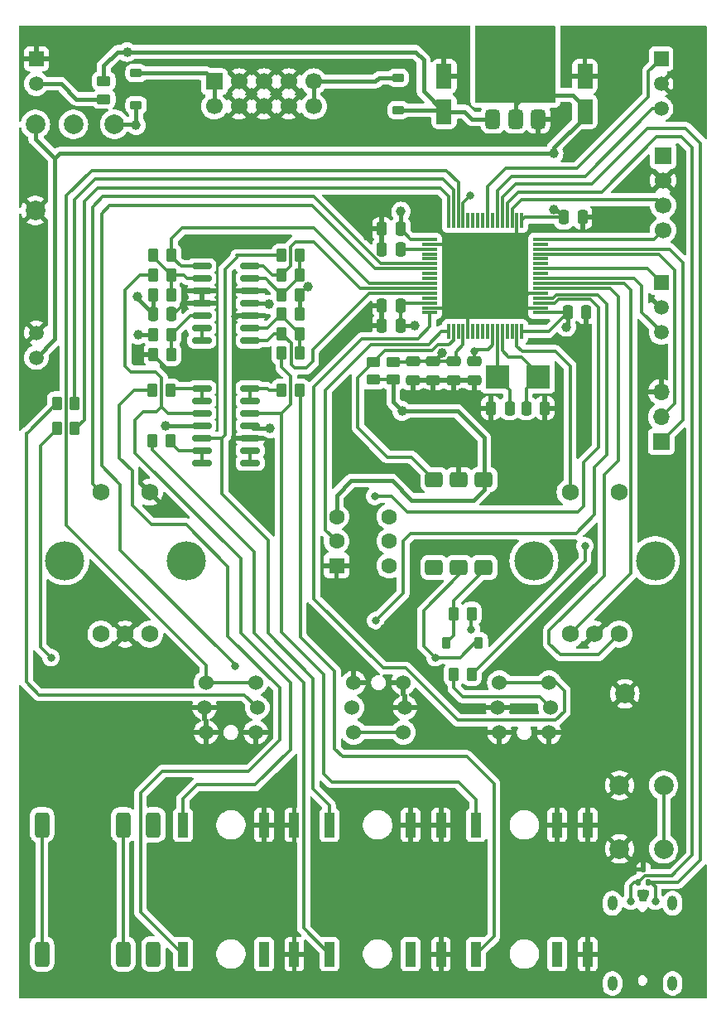
<source format=gbr>
%TF.GenerationSoftware,KiCad,Pcbnew,8.0.8*%
%TF.CreationDate,2025-04-07T18:18:03+01:00*%
%TF.ProjectId,oscar_components,6f736361-725f-4636-9f6d-706f6e656e74,rev?*%
%TF.SameCoordinates,Original*%
%TF.FileFunction,Copper,L4,Bot*%
%TF.FilePolarity,Positive*%
%FSLAX46Y46*%
G04 Gerber Fmt 4.6, Leading zero omitted, Abs format (unit mm)*
G04 Created by KiCad (PCBNEW 8.0.8) date 2025-04-07 18:18:03*
%MOMM*%
%LPD*%
G01*
G04 APERTURE LIST*
G04 Aperture macros list*
%AMRoundRect*
0 Rectangle with rounded corners*
0 $1 Rounding radius*
0 $2 $3 $4 $5 $6 $7 $8 $9 X,Y pos of 4 corners*
0 Add a 4 corners polygon primitive as box body*
4,1,4,$2,$3,$4,$5,$6,$7,$8,$9,$2,$3,0*
0 Add four circle primitives for the rounded corners*
1,1,$1+$1,$2,$3*
1,1,$1+$1,$4,$5*
1,1,$1+$1,$6,$7*
1,1,$1+$1,$8,$9*
0 Add four rect primitives between the rounded corners*
20,1,$1+$1,$2,$3,$4,$5,0*
20,1,$1+$1,$4,$5,$6,$7,0*
20,1,$1+$1,$6,$7,$8,$9,0*
20,1,$1+$1,$8,$9,$2,$3,0*%
G04 Aperture macros list end*
%TA.AperFunction,SMDPad,CuDef*%
%ADD10RoundRect,0.250164X0.639836X-0.512336X0.639836X0.512336X-0.639836X0.512336X-0.639836X-0.512336X0*%
%TD*%
%TA.AperFunction,SMDPad,CuDef*%
%ADD11RoundRect,0.250164X-0.639836X0.512336X-0.639836X-0.512336X0.639836X-0.512336X0.639836X0.512336X0*%
%TD*%
%TA.AperFunction,ComponentPad*%
%ADD12R,1.000000X2.500000*%
%TD*%
%TA.AperFunction,ComponentPad*%
%ADD13C,1.750000*%
%TD*%
%TA.AperFunction,ComponentPad*%
%ADD14O,4.000000X4.000000*%
%TD*%
%TA.AperFunction,ComponentPad*%
%ADD15R,1.500000X1.500000*%
%TD*%
%TA.AperFunction,ComponentPad*%
%ADD16C,1.500000*%
%TD*%
%TA.AperFunction,ComponentPad*%
%ADD17RoundRect,0.375000X0.375000X-0.925000X0.375000X0.925000X-0.375000X0.925000X-0.375000X-0.925000X0*%
%TD*%
%TA.AperFunction,ComponentPad*%
%ADD18C,2.000000*%
%TD*%
%TA.AperFunction,ComponentPad*%
%ADD19C,1.524000*%
%TD*%
%TA.AperFunction,ComponentPad*%
%ADD20O,1.000000X1.500000*%
%TD*%
%TA.AperFunction,ComponentPad*%
%ADD21R,1.600000X1.600000*%
%TD*%
%TA.AperFunction,ComponentPad*%
%ADD22C,1.600000*%
%TD*%
%TA.AperFunction,SMDPad,CuDef*%
%ADD23RoundRect,0.250000X-0.250000X-0.475000X0.250000X-0.475000X0.250000X0.475000X-0.250000X0.475000X0*%
%TD*%
%TA.AperFunction,SMDPad,CuDef*%
%ADD24RoundRect,0.250000X0.250000X0.475000X-0.250000X0.475000X-0.250000X-0.475000X0.250000X-0.475000X0*%
%TD*%
%TA.AperFunction,SMDPad,CuDef*%
%ADD25RoundRect,0.250000X0.550000X-1.050000X0.550000X1.050000X-0.550000X1.050000X-0.550000X-1.050000X0*%
%TD*%
%TA.AperFunction,SMDPad,CuDef*%
%ADD26RoundRect,0.250000X-0.475000X0.250000X-0.475000X-0.250000X0.475000X-0.250000X0.475000X0.250000X0*%
%TD*%
%TA.AperFunction,SMDPad,CuDef*%
%ADD27RoundRect,0.225000X0.375000X-0.225000X0.375000X0.225000X-0.375000X0.225000X-0.375000X-0.225000X0*%
%TD*%
%TA.AperFunction,SMDPad,CuDef*%
%ADD28RoundRect,0.250000X-0.262500X-0.450000X0.262500X-0.450000X0.262500X0.450000X-0.262500X0.450000X0*%
%TD*%
%TA.AperFunction,SMDPad,CuDef*%
%ADD29RoundRect,0.250000X0.262500X0.450000X-0.262500X0.450000X-0.262500X-0.450000X0.262500X-0.450000X0*%
%TD*%
%TA.AperFunction,SMDPad,CuDef*%
%ADD30RoundRect,0.075000X0.075000X-0.700000X0.075000X0.700000X-0.075000X0.700000X-0.075000X-0.700000X0*%
%TD*%
%TA.AperFunction,SMDPad,CuDef*%
%ADD31RoundRect,0.075000X0.700000X-0.075000X0.700000X0.075000X-0.700000X0.075000X-0.700000X-0.075000X0*%
%TD*%
%TA.AperFunction,SMDPad,CuDef*%
%ADD32RoundRect,0.150000X0.825000X0.150000X-0.825000X0.150000X-0.825000X-0.150000X0.825000X-0.150000X0*%
%TD*%
%TA.AperFunction,SMDPad,CuDef*%
%ADD33RoundRect,0.150000X-0.825000X-0.150000X0.825000X-0.150000X0.825000X0.150000X-0.825000X0.150000X0*%
%TD*%
%TA.AperFunction,SMDPad,CuDef*%
%ADD34RoundRect,0.375000X0.375000X-0.625000X0.375000X0.625000X-0.375000X0.625000X-0.375000X-0.625000X0*%
%TD*%
%TA.AperFunction,SMDPad,CuDef*%
%ADD35RoundRect,0.500000X1.400000X-0.500000X1.400000X0.500000X-1.400000X0.500000X-1.400000X-0.500000X0*%
%TD*%
%TA.AperFunction,SMDPad,CuDef*%
%ADD36R,2.450000X2.400000*%
%TD*%
%TA.AperFunction,ComponentPad*%
%ADD37R,1.700000X1.700000*%
%TD*%
%TA.AperFunction,ComponentPad*%
%ADD38C,1.700000*%
%TD*%
%TA.AperFunction,SMDPad,CuDef*%
%ADD39RoundRect,0.250000X-0.450000X0.262500X-0.450000X-0.262500X0.450000X-0.262500X0.450000X0.262500X0*%
%TD*%
%TA.AperFunction,SMDPad,CuDef*%
%ADD40RoundRect,0.225000X-0.375000X0.225000X-0.375000X-0.225000X0.375000X-0.225000X0.375000X0.225000X0*%
%TD*%
%TA.AperFunction,ComponentPad*%
%ADD41O,1.700000X1.700000*%
%TD*%
%TA.AperFunction,SMDPad,CuDef*%
%ADD42RoundRect,0.125000X0.125000X-0.175000X0.125000X0.175000X-0.125000X0.175000X-0.125000X-0.175000X0*%
%TD*%
%TA.AperFunction,SMDPad,CuDef*%
%ADD43RoundRect,0.250000X0.450000X-0.262500X0.450000X0.262500X-0.450000X0.262500X-0.450000X-0.262500X0*%
%TD*%
%TA.AperFunction,SMDPad,CuDef*%
%ADD44RoundRect,0.225000X-0.225000X-0.375000X0.225000X-0.375000X0.225000X0.375000X-0.225000X0.375000X0*%
%TD*%
%TA.AperFunction,ViaPad*%
%ADD45C,1.000000*%
%TD*%
%TA.AperFunction,ViaPad*%
%ADD46C,0.800000*%
%TD*%
%TA.AperFunction,Conductor*%
%ADD47C,0.400000*%
%TD*%
%TA.AperFunction,Conductor*%
%ADD48C,0.300000*%
%TD*%
G04 APERTURE END LIST*
D10*
%TO.P,U6,1*%
%TO.N,Net-(D3-K)*%
X147865000Y-105700000D03*
D11*
%TO.P,U6,2*%
%TO.N,/MIDI_DATA*%
X145325000Y-105700000D03*
D10*
%TO.P,U6,3*%
%TO.N,unconnected-(U6-Pad3)*%
X142785000Y-105700000D03*
%TO.P,U6,4*%
%TO.N,/MIDI_RX*%
X142785000Y-96700000D03*
%TO.P,U6,5*%
%TO.N,GND*%
X145325000Y-96700000D03*
%TO.P,U6,6*%
%TO.N,+3.3V*%
X147865000Y-96700000D03*
%TD*%
D12*
%TO.P,J4,1*%
%TO.N,GND*%
X128480000Y-132000000D03*
%TO.P,J4,2*%
X125380000Y-132000000D03*
%TO.P,J4,3*%
%TO.N,/CHA_In*%
X117080000Y-132000000D03*
%TD*%
%TO.P,J5,1*%
%TO.N,GND*%
X143480000Y-132000000D03*
%TO.P,J5,2*%
X140380000Y-132000000D03*
%TO.P,J5,3*%
%TO.N,/CHB_In*%
X132080000Y-132000000D03*
%TD*%
%TO.P,J7,1*%
%TO.N,GND*%
X128480000Y-145200000D03*
%TO.P,J7,2*%
%TO.N,unconnected-(J7-Pad2)*%
X125380000Y-145200000D03*
%TO.P,J7,3*%
%TO.N,/CHA_Out*%
X117080000Y-145200000D03*
%TD*%
%TO.P,J8,1*%
%TO.N,GND*%
X143480000Y-145200000D03*
%TO.P,J8,2*%
%TO.N,unconnected-(J8-Pad2)*%
X140380000Y-145200000D03*
%TO.P,J8,3*%
%TO.N,/CHB_Out*%
X132080000Y-145200000D03*
%TD*%
%TO.P,J6,1*%
%TO.N,GND*%
X158480000Y-145200000D03*
%TO.P,J6,2*%
%TO.N,unconnected-(J6-Pad2)*%
X155380000Y-145200000D03*
%TO.P,J6,3*%
%TO.N,/CHC_Out*%
X147080000Y-145200000D03*
%TD*%
D13*
%TO.P,SW4,A,A*%
%TO.N,/R_ENC_UP*%
X156700000Y-112500000D03*
%TO.P,SW4,B,B*%
%TO.N,/R_ENC_DN*%
X161700000Y-112500000D03*
%TO.P,SW4,C,C*%
%TO.N,GND*%
X159200000Y-112500000D03*
%TO.P,SW4,S1,S1*%
%TO.N,/R_ENC_BTN*%
X156700000Y-98000000D03*
%TO.P,SW4,S2,S2*%
%TO.N,GND*%
X161700000Y-98000000D03*
D14*
%TO.P,SW4,body*%
%TO.N,N/C*%
X153000000Y-105000000D03*
X165400000Y-105000000D03*
%TD*%
D13*
%TO.P,SW3,A,A*%
%TO.N,/L_ENC_UP*%
X108700000Y-112500000D03*
%TO.P,SW3,B,B*%
%TO.N,/L_ENC_DN*%
X113700000Y-112500000D03*
%TO.P,SW3,C,C*%
%TO.N,GND*%
X111200000Y-112500000D03*
%TO.P,SW3,S1,S1*%
%TO.N,/L_ENC_BTN*%
X108700000Y-98000000D03*
%TO.P,SW3,S2,S2*%
%TO.N,GND*%
X113700000Y-98000000D03*
D14*
%TO.P,SW3,body*%
%TO.N,N/C*%
X105000000Y-105000000D03*
X117400000Y-105000000D03*
%TD*%
D15*
%TO.P,U2,1,DC*%
%TO.N,/LCD_DC*%
X166000000Y-53700000D03*
D16*
%TO.P,U2,2,GND*%
%TO.N,GND*%
X166000000Y-56240000D03*
%TO.P,U2,3,RESET*%
%TO.N,/LCD_RESET*%
X166000000Y-58780000D03*
D15*
%TO.P,U2,4,SCK*%
%TO.N,/LCD_SCK*%
X166000000Y-76600000D03*
D16*
%TO.P,U2,5,GND*%
%TO.N,GND*%
X166000000Y-79140000D03*
%TO.P,U2,6,MOSI*%
%TO.N,/LCD_MOSI*%
X166000000Y-81680000D03*
D15*
%TO.P,U2,7,GND*%
%TO.N,GND*%
X102100000Y-53700000D03*
D16*
%TO.P,U2,8,BackLight*%
%TO.N,Net-(U2-BackLight)*%
X102100000Y-56240000D03*
%TO.P,U2,9,GND*%
%TO.N,GND*%
X102100000Y-81700000D03*
%TO.P,U2,10,3V3*%
%TO.N,+3.3V*%
X102100000Y-84240000D03*
%TD*%
D12*
%TO.P,J3,1*%
%TO.N,GND*%
X158480000Y-132000000D03*
%TO.P,J3,2*%
X155380000Y-132000000D03*
%TO.P,J3,3*%
%TO.N,/CHC_In*%
X147080000Y-132000000D03*
%TD*%
D17*
%TO.P,J9,R*%
%TO.N,/MIDI_VREF*%
X110980000Y-132000000D03*
%TO.P,J9,S*%
%TO.N,unconnected-(J9-PadS)*%
X114080000Y-132000000D03*
%TO.P,J9,T*%
%TO.N,/MIDI_DATA*%
X102680000Y-132000000D03*
%TD*%
D18*
%TO.P,SW1,1,1*%
%TO.N,/NRST*%
X166250000Y-127950000D03*
X166250000Y-134450000D03*
%TO.P,SW1,2,2*%
%TO.N,GND*%
X161750000Y-127950000D03*
X161750000Y-134450000D03*
%TD*%
D19*
%TO.P,BTN2,1,1*%
%TO.N,/ChB_Button*%
X134560000Y-122540000D03*
%TO.P,BTN2,2,2*%
X139640000Y-122540000D03*
%TO.P,BTN2,3,3*%
%TO.N,GND*%
X134560000Y-117460000D03*
%TO.P,BTN2,4,4*%
X139640000Y-117460000D03*
%TO.P,BTN2,5,A*%
%TO.N,Net-(BTN2-A)*%
X134400000Y-120000000D03*
%TO.P,BTN2,6,K*%
%TO.N,GND*%
X139800000Y-120000000D03*
%TD*%
%TO.P,BTN3,1,1*%
%TO.N,/ChC_Button*%
X154540000Y-117460000D03*
%TO.P,BTN3,2,2*%
X149460000Y-117460000D03*
%TO.P,BTN3,3,3*%
%TO.N,GND*%
X154540000Y-122540000D03*
%TO.P,BTN3,4,4*%
X149460000Y-122540000D03*
%TO.P,BTN3,5,A*%
%TO.N,Net-(BTN3-A)*%
X154700000Y-120000000D03*
%TO.P,BTN3,6,K*%
%TO.N,GND*%
X149300000Y-120000000D03*
%TD*%
D18*
%TO.P,TP2,1,1*%
%TO.N,-12V*%
X110100000Y-60400000D03*
%TD*%
%TO.P,TP1,1,1*%
%TO.N,+12V*%
X105900000Y-60400000D03*
%TD*%
D19*
%TO.P,BTN1,1,1*%
%TO.N,/ChA_Button*%
X124540000Y-117460000D03*
%TO.P,BTN1,2,2*%
X119460000Y-117460000D03*
%TO.P,BTN1,3,3*%
%TO.N,GND*%
X124540000Y-122540000D03*
%TO.P,BTN1,4,4*%
X119460000Y-122540000D03*
%TO.P,BTN1,5,A*%
%TO.N,Net-(BTN1-A)*%
X124700000Y-120000000D03*
%TO.P,BTN1,6,K*%
%TO.N,GND*%
X119300000Y-120000000D03*
%TD*%
D18*
%TO.P,TP4,1,1*%
%TO.N,GND*%
X102000000Y-69200000D03*
%TD*%
%TO.P,TP3,1,1*%
%TO.N,GND*%
X162300000Y-118600000D03*
%TD*%
%TO.P,TP5,1,1*%
%TO.N,+3.3V*%
X102000000Y-60400000D03*
%TD*%
D20*
%TO.P,J11,S1,SHIELD*%
%TO.N,unconnected-(J11-SHIELD-PadS1)_3*%
X167170000Y-140000000D03*
%TO.N,unconnected-(J11-SHIELD-PadS1)_2*%
X161030000Y-140000000D03*
%TO.N,unconnected-(J11-SHIELD-PadS1)*%
X167170000Y-148200000D03*
%TO.N,unconnected-(J11-SHIELD-PadS1)_1*%
X161030000Y-148200000D03*
%TD*%
D17*
%TO.P,J10,R*%
%TO.N,/MIDI_VREF*%
X110980000Y-145200000D03*
%TO.P,J10,S*%
%TO.N,unconnected-(J10-PadS)*%
X114080000Y-145200000D03*
%TO.P,J10,T*%
%TO.N,/MIDI_DATA*%
X102680000Y-145200000D03*
%TD*%
D21*
%TO.P,SW2,1,A*%
%TO.N,GND*%
X132800000Y-105500000D03*
D22*
%TO.P,SW2,2,B*%
%TO.N,/MENU*%
X132800000Y-103000000D03*
%TO.P,SW2,3,C*%
%TO.N,+3.3V*%
X132800000Y-100500000D03*
%TO.P,SW2,4*%
%TO.N,N/C*%
X138200000Y-105500000D03*
%TO.P,SW2,5*%
X138200000Y-103000000D03*
%TO.P,SW2,6*%
X138200000Y-100500000D03*
%TD*%
D23*
%TO.P,C3,1*%
%TO.N,+3.3V*%
X156050000Y-69900000D03*
%TO.P,C3,2*%
%TO.N,GND*%
X157950000Y-69900000D03*
%TD*%
%TO.P,C4,1*%
%TO.N,Net-(U3-PH0)*%
X152200000Y-89400000D03*
%TO.P,C4,2*%
%TO.N,GND*%
X154100000Y-89400000D03*
%TD*%
D24*
%TO.P,C9,1*%
%TO.N,Net-(U3-VCAP_1)*%
X139350000Y-73200000D03*
%TO.P,C9,2*%
%TO.N,GND*%
X137450000Y-73200000D03*
%TD*%
%TO.P,C10,1*%
%TO.N,+3.3V*%
X139350000Y-78900000D03*
%TO.P,C10,2*%
%TO.N,GND*%
X137450000Y-78900000D03*
%TD*%
%TO.P,C12,1*%
%TO.N,+3.3V*%
X139350000Y-71100000D03*
%TO.P,C12,2*%
%TO.N,GND*%
X137450000Y-71100000D03*
%TD*%
D25*
%TO.P,C2,1*%
%TO.N,+12V*%
X143800000Y-59100000D03*
%TO.P,C2,2*%
%TO.N,GND*%
X143800000Y-55500000D03*
%TD*%
%TO.P,C8,1*%
%TO.N,+3.3V*%
X158200000Y-59100000D03*
%TO.P,C8,2*%
%TO.N,GND*%
X158200000Y-55500000D03*
%TD*%
D26*
%TO.P,C11,1*%
%TO.N,+3.3VA*%
X140600000Y-84650000D03*
%TO.P,C11,2*%
%TO.N,GND*%
X140600000Y-86550000D03*
%TD*%
D27*
%TO.P,D1,1,K*%
%TO.N,+12V*%
X139100000Y-58950000D03*
%TO.P,D1,2,A*%
%TO.N,/+12V_In*%
X139100000Y-55650000D03*
%TD*%
D28*
%TO.P,R2,1*%
%TO.N,Net-(U5B--)*%
X127187500Y-79800000D03*
%TO.P,R2,2*%
%TO.N,-12V*%
X129012500Y-79800000D03*
%TD*%
D29*
%TO.P,R3,1*%
%TO.N,Net-(U5B--)*%
X129012500Y-83800000D03*
%TO.P,R3,2*%
%TO.N,/CHC_In*%
X127187500Y-83800000D03*
%TD*%
%TO.P,R4,1*%
%TO.N,Net-(U5D--)*%
X115912500Y-77800000D03*
%TO.P,R4,2*%
%TO.N,-12V*%
X114087500Y-77800000D03*
%TD*%
%TO.P,R5,1*%
%TO.N,Net-(U5D--)*%
X115912500Y-75800000D03*
%TO.P,R5,2*%
%TO.N,/CHA_In*%
X114087500Y-75800000D03*
%TD*%
D28*
%TO.P,R6,1*%
%TO.N,Net-(U5A--)*%
X127187500Y-77800000D03*
%TO.P,R6,2*%
%TO.N,-12V*%
X129012500Y-77800000D03*
%TD*%
D29*
%TO.P,R7,1*%
%TO.N,Net-(U5A--)*%
X129012500Y-73800000D03*
%TO.P,R7,2*%
%TO.N,/CHB_In*%
X127187500Y-73800000D03*
%TD*%
%TO.P,R9,1*%
%TO.N,/CH_A_IN*%
X115912500Y-73800000D03*
%TO.P,R9,2*%
%TO.N,Net-(U5D--)*%
X114087500Y-73800000D03*
%TD*%
D28*
%TO.P,R10,1*%
%TO.N,/CH_B_IN*%
X127187500Y-75800000D03*
%TO.P,R10,2*%
%TO.N,Net-(U5A--)*%
X129012500Y-75800000D03*
%TD*%
D29*
%TO.P,R13,1*%
%TO.N,/CHC_Out*%
X129012500Y-87600000D03*
%TO.P,R13,2*%
%TO.N,Net-(U4C--)*%
X127187500Y-87600000D03*
%TD*%
D28*
%TO.P,R15,1*%
%TO.N,/CHB_Out*%
X113987500Y-92700000D03*
%TO.P,R15,2*%
%TO.N,Net-(U4A--)*%
X115812500Y-92700000D03*
%TD*%
D30*
%TO.P,U3,1,VBAT*%
%TO.N,+3.3V*%
X151750000Y-81575000D03*
%TO.P,U3,2,PC13*%
%TO.N,/R_ENC_BTN*%
X151250000Y-81575000D03*
%TO.P,U3,3,PC14*%
%TO.N,unconnected-(U3-PC14-Pad3)*%
X150750000Y-81575000D03*
%TO.P,U3,4,PC15*%
%TO.N,unconnected-(U3-PC15-Pad4)*%
X150250000Y-81575000D03*
%TO.P,U3,5,PH0*%
%TO.N,Net-(U3-PH0)*%
X149750000Y-81575000D03*
%TO.P,U3,6,PH1*%
%TO.N,Net-(U3-PH1)*%
X149250000Y-81575000D03*
%TO.P,U3,7,NRST*%
%TO.N,/NRST*%
X148750000Y-81575000D03*
%TO.P,U3,8,PC0*%
%TO.N,unconnected-(U3-PC0-Pad8)*%
X148250000Y-81575000D03*
%TO.P,U3,9,PC1*%
%TO.N,unconnected-(U3-PC1-Pad9)*%
X147750000Y-81575000D03*
%TO.P,U3,10,PC2*%
%TO.N,unconnected-(U3-PC2-Pad10)*%
X147250000Y-81575000D03*
%TO.P,U3,11,PC3*%
%TO.N,unconnected-(U3-PC3-Pad11)*%
X146750000Y-81575000D03*
%TO.P,U3,12,VSSA*%
%TO.N,GND*%
X146250000Y-81575000D03*
%TO.P,U3,13,VDDA*%
%TO.N,+3.3VA*%
X145750000Y-81575000D03*
%TO.P,U3,14,PA0*%
%TO.N,unconnected-(U3-PA0-Pad14)*%
X145250000Y-81575000D03*
%TO.P,U3,15,PA1*%
%TO.N,/MIDI_RX*%
X144750000Y-81575000D03*
%TO.P,U3,16,PA2*%
%TO.N,/MENU*%
X144250000Y-81575000D03*
D31*
%TO.P,U3,17,PA3*%
%TO.N,/ChC_Button*%
X142325000Y-79650000D03*
%TO.P,U3,18,VSS*%
%TO.N,GND*%
X142325000Y-79150000D03*
%TO.P,U3,19,VDD*%
%TO.N,+3.3V*%
X142325000Y-78650000D03*
%TO.P,U3,20,PA4*%
%TO.N,unconnected-(U3-PA4-Pad20)*%
X142325000Y-78150000D03*
%TO.P,U3,21,PA5*%
%TO.N,/CH_C_IN*%
X142325000Y-77650000D03*
%TO.P,U3,22,PA6*%
%TO.N,/CH_B_IN*%
X142325000Y-77150000D03*
%TO.P,U3,23,PA7*%
%TO.N,/CH_A_IN*%
X142325000Y-76650000D03*
%TO.P,U3,24,PC4*%
%TO.N,unconnected-(U3-PC4-Pad24)*%
X142325000Y-76150000D03*
%TO.P,U3,25,PC5*%
%TO.N,unconnected-(U3-PC5-Pad25)*%
X142325000Y-75650000D03*
%TO.P,U3,26,PB0*%
%TO.N,/ChB_Button*%
X142325000Y-75150000D03*
%TO.P,U3,27,PB1*%
%TO.N,/L_ENC_BTN*%
X142325000Y-74650000D03*
%TO.P,U3,28,PB2*%
%TO.N,unconnected-(U3-PB2-Pad28)*%
X142325000Y-74150000D03*
%TO.P,U3,29,PB10*%
%TO.N,unconnected-(U3-PB10-Pad29)*%
X142325000Y-73650000D03*
%TO.P,U3,30,VCAP_1*%
%TO.N,Net-(U3-VCAP_1)*%
X142325000Y-73150000D03*
%TO.P,U3,31,VSS*%
%TO.N,GND*%
X142325000Y-72650000D03*
%TO.P,U3,32,VDD*%
%TO.N,+3.3V*%
X142325000Y-72150000D03*
D30*
%TO.P,U3,33,PB12*%
%TO.N,/ChB_LED*%
X144250000Y-70225000D03*
%TO.P,U3,34,PB13*%
%TO.N,/ChA_LED*%
X144750000Y-70225000D03*
%TO.P,U3,35,PB14*%
%TO.N,/ChA_Button*%
X145250000Y-70225000D03*
%TO.P,U3,36,PB15*%
%TO.N,/ChC_LED*%
X145750000Y-70225000D03*
%TO.P,U3,37,PC6*%
%TO.N,unconnected-(U3-PC6-Pad37)*%
X146250000Y-70225000D03*
%TO.P,U3,38,PC7*%
%TO.N,unconnected-(U3-PC7-Pad38)*%
X146750000Y-70225000D03*
%TO.P,U3,39,PC8*%
%TO.N,unconnected-(U3-PC8-Pad39)*%
X147250000Y-70225000D03*
%TO.P,U3,40,PC9*%
%TO.N,unconnected-(U3-PC9-Pad40)*%
X147750000Y-70225000D03*
%TO.P,U3,41,PA8*%
%TO.N,/LCD_DC*%
X148250000Y-70225000D03*
%TO.P,U3,42,PA9*%
%TO.N,unconnected-(U3-PA9-Pad42)*%
X148750000Y-70225000D03*
%TO.P,U3,43,PA10*%
%TO.N,/LCD_RESET*%
X149250000Y-70225000D03*
%TO.P,U3,44,PA11*%
%TO.N,/USB_DM*%
X149750000Y-70225000D03*
%TO.P,U3,45,PA12*%
%TO.N,/USB_DP*%
X150250000Y-70225000D03*
%TO.P,U3,46,PA13*%
%TO.N,/SWDIO*%
X150750000Y-70225000D03*
%TO.P,U3,47,VSS*%
%TO.N,GND*%
X151250000Y-70225000D03*
%TO.P,U3,48,VDD*%
%TO.N,+3.3V*%
X151750000Y-70225000D03*
D31*
%TO.P,U3,49,PA14*%
%TO.N,/SWCLK*%
X153675000Y-72150000D03*
%TO.P,U3,50,PA15*%
%TO.N,unconnected-(U3-PA15-Pad50)*%
X153675000Y-72650000D03*
%TO.P,U3,51,PC10*%
%TO.N,/DEBUG1*%
X153675000Y-73150000D03*
%TO.P,U3,52,PC11*%
%TO.N,/DEBUG2*%
X153675000Y-73650000D03*
%TO.P,U3,53,PC12*%
%TO.N,unconnected-(U3-PC12-Pad53)*%
X153675000Y-74150000D03*
%TO.P,U3,54,PD2*%
%TO.N,unconnected-(U3-PD2-Pad54)*%
X153675000Y-74650000D03*
%TO.P,U3,55,PB3*%
%TO.N,/LCD_SCK*%
X153675000Y-75150000D03*
%TO.P,U3,56,PB4*%
%TO.N,unconnected-(U3-PB4-Pad56)*%
X153675000Y-75650000D03*
%TO.P,U3,57,PB5*%
%TO.N,/LCD_MOSI*%
X153675000Y-76150000D03*
%TO.P,U3,58,PB6*%
%TO.N,/R_ENC_UP*%
X153675000Y-76650000D03*
%TO.P,U3,59,PB7*%
%TO.N,/R_ENC_DN*%
X153675000Y-77150000D03*
%TO.P,U3,60,BOOT0*%
%TO.N,GND*%
X153675000Y-77650000D03*
%TO.P,U3,61,PB8*%
%TO.N,/L_ENC_UP*%
X153675000Y-78150000D03*
%TO.P,U3,62,PB9*%
%TO.N,/L_ENC_DN*%
X153675000Y-78650000D03*
%TO.P,U3,63,VSS*%
%TO.N,GND*%
X153675000Y-79150000D03*
%TO.P,U3,64,VDD*%
%TO.N,+3.3V*%
X153675000Y-79650000D03*
%TD*%
D32*
%TO.P,U5,1*%
%TO.N,/CH_B_IN*%
X123975000Y-74890000D03*
%TO.P,U5,2,-*%
%TO.N,Net-(U5A--)*%
X123975000Y-76160000D03*
%TO.P,U5,3,+*%
%TO.N,GND*%
X123975000Y-77430000D03*
%TO.P,U5,4,V+*%
%TO.N,+3.3VA*%
X123975000Y-78700000D03*
%TO.P,U5,5,+*%
%TO.N,GND*%
X123975000Y-79970000D03*
%TO.P,U5,6,-*%
%TO.N,Net-(U5B--)*%
X123975000Y-81240000D03*
%TO.P,U5,7*%
%TO.N,/CH_C_IN*%
X123975000Y-82510000D03*
%TO.P,U5,8*%
%TO.N,Net-(U5C--)*%
X119025000Y-82510000D03*
%TO.P,U5,9,-*%
X119025000Y-81240000D03*
%TO.P,U5,10,+*%
%TO.N,Net-(U5C-+)*%
X119025000Y-79970000D03*
%TO.P,U5,11,V-*%
%TO.N,GND*%
X119025000Y-78700000D03*
%TO.P,U5,12,+*%
X119025000Y-77430000D03*
%TO.P,U5,13,-*%
%TO.N,Net-(U5D--)*%
X119025000Y-76160000D03*
%TO.P,U5,14*%
%TO.N,/CH_A_IN*%
X119025000Y-74890000D03*
%TD*%
D33*
%TO.P,U4,1*%
%TO.N,Net-(U4A--)*%
X119025000Y-95010000D03*
%TO.P,U4,2,-*%
X119025000Y-93740000D03*
%TO.P,U4,3,+*%
%TO.N,/CHB_In*%
X119025000Y-92470000D03*
%TO.P,U4,4,V+*%
%TO.N,+12V*%
X119025000Y-91200000D03*
%TO.P,U4,5,+*%
%TO.N,/CHA_In*%
X119025000Y-89930000D03*
%TO.P,U4,6,-*%
%TO.N,Net-(U4B--)*%
X119025000Y-88660000D03*
%TO.P,U4,7*%
X119025000Y-87390000D03*
%TO.P,U4,8*%
%TO.N,Net-(U4C--)*%
X123975000Y-87390000D03*
%TO.P,U4,9,-*%
X123975000Y-88660000D03*
%TO.P,U4,10,+*%
%TO.N,/CHC_In*%
X123975000Y-89930000D03*
%TO.P,U4,11,V-*%
%TO.N,-12V*%
X123975000Y-91200000D03*
%TO.P,U4,12,+*%
%TO.N,GND*%
X123975000Y-92470000D03*
%TO.P,U4,13,-*%
%TO.N,Net-(U4D--)*%
X123975000Y-93740000D03*
%TO.P,U4,14*%
X123975000Y-95010000D03*
%TD*%
D34*
%TO.P,U1,1,GND*%
%TO.N,GND*%
X153400000Y-59850000D03*
%TO.P,U1,2,VO*%
%TO.N,+3.3V*%
X151100000Y-59850000D03*
D35*
X151100000Y-53550000D03*
D34*
%TO.P,U1,3,VI*%
%TO.N,+12V*%
X148800000Y-59850000D03*
%TD*%
D36*
%TO.P,Y1,1,1*%
%TO.N,Net-(U3-PH1)*%
X149275000Y-86200000D03*
%TO.P,Y1,2,2*%
%TO.N,Net-(U3-PH0)*%
X153425000Y-86200000D03*
%TD*%
D37*
%TO.P,J1,1,Pin_1*%
%TO.N,+3.3V*%
X166200000Y-63600000D03*
D38*
%TO.P,J1,2,Pin_2*%
%TO.N,GND*%
X166200000Y-66140000D03*
%TO.P,J1,3,Pin_3*%
%TO.N,/SWDIO*%
X166200000Y-68680000D03*
%TO.P,J1,4,Pin_4*%
%TO.N,/SWCLK*%
X166200000Y-71220000D03*
%TD*%
D39*
%TO.P,L1,1,1*%
%TO.N,+3.3VA*%
X138600000Y-84687500D03*
%TO.P,L1,2,2*%
%TO.N,+3.3V*%
X138600000Y-86512500D03*
%TD*%
D28*
%TO.P,R8,1*%
%TO.N,/CH_C_IN*%
X127187500Y-81800000D03*
%TO.P,R8,2*%
%TO.N,Net-(U5B--)*%
X129012500Y-81800000D03*
%TD*%
D40*
%TO.P,D2,1,K*%
%TO.N,/-12V_In*%
X112300000Y-55150000D03*
%TO.P,D2,2,A*%
%TO.N,-12V*%
X112300000Y-58450000D03*
%TD*%
D28*
%TO.P,R14,1*%
%TO.N,/CHA_Out*%
X113987500Y-87600000D03*
%TO.P,R14,2*%
%TO.N,Net-(U4B--)*%
X115812500Y-87600000D03*
%TD*%
D23*
%TO.P,C6,1*%
%TO.N,+3.3V*%
X156450000Y-79600000D03*
%TO.P,C6,2*%
%TO.N,GND*%
X158350000Y-79600000D03*
%TD*%
D24*
%TO.P,C5,1*%
%TO.N,Net-(U3-PH1)*%
X150500000Y-89400000D03*
%TO.P,C5,2*%
%TO.N,GND*%
X148600000Y-89400000D03*
%TD*%
D37*
%TO.P,J2,1,Pin_1*%
%TO.N,/-12V_In*%
X120300000Y-56025000D03*
D38*
%TO.P,J2,2,Pin_2*%
X120300000Y-58565000D03*
%TO.P,J2,3,Pin_3*%
%TO.N,GND*%
X122840000Y-56025000D03*
%TO.P,J2,4,Pin_4*%
X122840000Y-58565000D03*
%TO.P,J2,5,Pin_5*%
X125380000Y-56025000D03*
%TO.P,J2,6,Pin_6*%
X125380000Y-58565000D03*
%TO.P,J2,7,Pin_7*%
X127920000Y-56025000D03*
%TO.P,J2,8,Pin_8*%
X127920000Y-58565000D03*
%TO.P,J2,9,Pin_9*%
%TO.N,/+12V_In*%
X130460000Y-56025000D03*
%TO.P,J2,10,Pin_10*%
X130460000Y-58565000D03*
%TD*%
D24*
%TO.P,C1,1*%
%TO.N,+3.3V*%
X139350000Y-81000000D03*
%TO.P,C1,2*%
%TO.N,GND*%
X137450000Y-81000000D03*
%TD*%
D39*
%TO.P,R1,1*%
%TO.N,+12V*%
X109000000Y-55987500D03*
%TO.P,R1,2*%
%TO.N,Net-(U2-BackLight)*%
X109000000Y-57812500D03*
%TD*%
D28*
%TO.P,R12,1*%
%TO.N,GND*%
X114087500Y-83900000D03*
%TO.P,R12,2*%
%TO.N,Net-(U5C-+)*%
X115912500Y-83900000D03*
%TD*%
D29*
%TO.P,R20,1*%
%TO.N,/ChC_LED*%
X146612500Y-116600000D03*
%TO.P,R20,2*%
%TO.N,Net-(BTN3-A)*%
X144787500Y-116600000D03*
%TD*%
D26*
%TO.P,C7,1*%
%TO.N,/NRST*%
X146900000Y-84650000D03*
%TO.P,C7,2*%
%TO.N,GND*%
X146900000Y-86550000D03*
%TD*%
%TO.P,C14,1*%
%TO.N,+3.3VA*%
X142700000Y-84650000D03*
%TO.P,C14,2*%
%TO.N,GND*%
X142700000Y-86550000D03*
%TD*%
D29*
%TO.P,R18,1*%
%TO.N,/ChA_LED*%
X106012500Y-88900000D03*
%TO.P,R18,2*%
%TO.N,Net-(BTN1-A)*%
X104187500Y-88900000D03*
%TD*%
D37*
%TO.P,J12,1,Pin_1*%
%TO.N,/DEBUG1*%
X166000000Y-92825000D03*
D41*
%TO.P,J12,2,Pin_2*%
%TO.N,/DEBUG2*%
X166000000Y-90285000D03*
%TO.P,J12,3,Pin_3*%
%TO.N,GND*%
X166000000Y-87745000D03*
%TD*%
D26*
%TO.P,C13,1*%
%TO.N,+3.3VA*%
X144800000Y-84650000D03*
%TO.P,C13,2*%
%TO.N,GND*%
X144800000Y-86550000D03*
%TD*%
D29*
%TO.P,R19,1*%
%TO.N,/ChB_LED*%
X106012500Y-91500000D03*
%TO.P,R19,2*%
%TO.N,Net-(BTN2-A)*%
X104187500Y-91500000D03*
%TD*%
D23*
%TO.P,C15,1*%
%TO.N,-12V*%
X114050000Y-79800000D03*
%TO.P,C15,2*%
%TO.N,GND*%
X115950000Y-79800000D03*
%TD*%
D29*
%TO.P,R11,1*%
%TO.N,Net-(U5C-+)*%
X115912500Y-81900000D03*
%TO.P,R11,2*%
%TO.N,+3.3VA*%
X114087500Y-81900000D03*
%TD*%
D28*
%TO.P,R16,1*%
%TO.N,Net-(D3-K)*%
X144787500Y-110400000D03*
%TO.P,R16,2*%
%TO.N,/MIDI_VREF*%
X146612500Y-110400000D03*
%TD*%
D42*
%TO.P,D4,1,K1*%
%TO.N,/USB_DM*%
X164700000Y-137850000D03*
%TO.P,D4,2,K2*%
%TO.N,/USB_DP*%
X163700000Y-137850000D03*
%TO.P,D4,3,A*%
%TO.N,GND*%
X164200000Y-136550000D03*
%TD*%
D43*
%TO.P,R17,1*%
%TO.N,+3.3V*%
X136600000Y-86512500D03*
%TO.P,R17,2*%
%TO.N,/MIDI_RX*%
X136600000Y-84687500D03*
%TD*%
D44*
%TO.P,D3,1,K*%
%TO.N,Net-(D3-K)*%
X144050000Y-113400000D03*
%TO.P,D3,2,A*%
%TO.N,/MIDI_DATA*%
X147350000Y-113400000D03*
%TD*%
D45*
%TO.N,GND*%
X145200000Y-94300000D03*
D46*
%TO.N,/ChB_Button*%
X122400000Y-115800002D03*
%TO.N,Net-(BTN2-A)*%
X103600000Y-114900000D03*
D45*
%TO.N,+3.3VA*%
X143600000Y-83800000D03*
X125900000Y-78800000D03*
X112500000Y-81900000D03*
%TO.N,+12V*%
X111400000Y-53000000D03*
X115300000Y-91200000D03*
%TO.N,-12V*%
X112300000Y-60500000D03*
X126000000Y-91500000D03*
X112400000Y-77999998D03*
X129900000Y-77000000D03*
D46*
%TO.N,+3.3V*%
X154400000Y-52600000D03*
X149400000Y-55600000D03*
X147900000Y-57200000D03*
D45*
X139400000Y-69300000D03*
D46*
X154400000Y-51100000D03*
X147900000Y-51100000D03*
X151100000Y-55600000D03*
X149400000Y-51100000D03*
D45*
X140800000Y-81000000D03*
D46*
X151100000Y-52600000D03*
D45*
X139500000Y-89700000D03*
D46*
X154400000Y-54100000D03*
X152800000Y-57200000D03*
X149400000Y-57200000D03*
X154400000Y-57200000D03*
X151100000Y-57200000D03*
D45*
X155000000Y-69100000D03*
D46*
X151100000Y-51100000D03*
D45*
X154999998Y-63400000D03*
D46*
X149400000Y-52600000D03*
X147900000Y-52600000D03*
X147900000Y-54100000D03*
X152800000Y-55600000D03*
D45*
X156300000Y-81100000D03*
D46*
X152800000Y-52600000D03*
X152800000Y-51100000D03*
X154400000Y-55600000D03*
X147900000Y-55600000D03*
%TO.N,/MIDI_DATA*%
X142900000Y-114900000D03*
%TO.N,/MIDI_VREF*%
X146600000Y-112000000D03*
%TO.N,/ChC_LED*%
X158200000Y-103500000D03*
X146500000Y-67700000D03*
%TO.N,/L_ENC_DN*%
X136700000Y-98400000D03*
%TO.N,/L_ENC_UP*%
X136809193Y-111100000D03*
%TO.N,/NRST*%
X146900000Y-83600000D03*
%TO.N,GND*%
X164700000Y-146800000D03*
X164100000Y-139100000D03*
X151900000Y-78200000D03*
D45*
X145600000Y-87800000D03*
X136000000Y-71800000D03*
D46*
X137700000Y-111900000D03*
X151300000Y-72100000D03*
D45*
X136100000Y-79900000D03*
X159400000Y-69900000D03*
D46*
X168400000Y-142000000D03*
X122400000Y-80000000D03*
X144200000Y-79100000D03*
X116000000Y-85900000D03*
X146300000Y-79700000D03*
D45*
X141900000Y-87900000D03*
X158400000Y-81200000D03*
D46*
X117200000Y-78800000D03*
X160523357Y-141549215D03*
D45*
X139600000Y-95900000D03*
D46*
X144200000Y-72700000D03*
%TO.N,/USB_DP*%
X162900000Y-139800000D03*
%TO.N,/USB_DM*%
X165400000Y-139800000D03*
%TD*%
D47*
%TO.N,+3.3V*%
X132800000Y-98300000D02*
X132800000Y-100500000D01*
X134300000Y-96800000D02*
X132800000Y-98300000D01*
X138500000Y-96800000D02*
X134300000Y-96800000D01*
X146800000Y-98800000D02*
X140500000Y-98800000D01*
X140500000Y-98800000D02*
X138500000Y-96800000D01*
X147900000Y-92400000D02*
X147900000Y-97700000D01*
X145200000Y-89700000D02*
X147900000Y-92400000D01*
X139500000Y-89700000D02*
X145200000Y-89700000D01*
X147900000Y-97700000D02*
X146800000Y-98800000D01*
D48*
%TO.N,/L_ENC_DN*%
X138400000Y-98400000D02*
X136700000Y-98400000D01*
X140000000Y-100000000D02*
X138400000Y-98400000D01*
X157500000Y-100000000D02*
X140000000Y-100000000D01*
X158100000Y-99400000D02*
X157500000Y-100000000D01*
X158100000Y-94900000D02*
X158100000Y-99400000D01*
X159600000Y-79134772D02*
X159600000Y-93400000D01*
X158765228Y-78300000D02*
X159600000Y-79134772D01*
X155500000Y-78300000D02*
X158765228Y-78300000D01*
X155150000Y-78650000D02*
X155500000Y-78300000D01*
X159600000Y-93400000D02*
X158100000Y-94900000D01*
X153675000Y-78650000D02*
X155150000Y-78650000D01*
%TO.N,/L_ENC_UP*%
X139600000Y-108309193D02*
X136809193Y-111100000D01*
X139600000Y-103000000D02*
X139600000Y-108309193D01*
X140400000Y-102200000D02*
X139600000Y-103000000D01*
X159200000Y-100300000D02*
X157300000Y-102200000D01*
X157300000Y-102200000D02*
X140400000Y-102200000D01*
X159200000Y-95450000D02*
X159200000Y-100300000D01*
X160475000Y-94175000D02*
X159200000Y-95450000D01*
X159500000Y-77800000D02*
X160475000Y-78775000D01*
X155292894Y-77800000D02*
X159500000Y-77800000D01*
X154942894Y-78150000D02*
X155292894Y-77800000D01*
X153675000Y-78150000D02*
X154942894Y-78150000D01*
X160475000Y-78775000D02*
X160475000Y-94175000D01*
%TO.N,/MIDI_RX*%
X135000000Y-86287500D02*
X136600000Y-84687500D01*
X138000000Y-94400000D02*
X135000000Y-91400000D01*
X140485000Y-94400000D02*
X138000000Y-94400000D01*
X142785000Y-96700000D02*
X140485000Y-94400000D01*
X135000000Y-91400000D02*
X135000000Y-86287500D01*
%TO.N,Net-(D3-K)*%
X144787500Y-112662500D02*
X144050000Y-113400000D01*
X147865000Y-106035000D02*
X144787500Y-109112500D01*
X144787500Y-109112500D02*
X144787500Y-112662500D01*
X147865000Y-105700000D02*
X147865000Y-106035000D01*
%TO.N,/MIDI_DATA*%
X145325000Y-106475000D02*
X145325000Y-105700000D01*
X141700000Y-113700000D02*
X141700000Y-110100000D01*
X141700000Y-110100000D02*
X145325000Y-106475000D01*
X142900000Y-114900000D02*
X141700000Y-113700000D01*
%TO.N,/ChA_Button*%
X144000000Y-65100000D02*
X145250000Y-66350000D01*
X107750000Y-65100000D02*
X144000000Y-65100000D01*
X105150000Y-101350000D02*
X105150000Y-67700000D01*
X119460000Y-115660000D02*
X105150000Y-101350000D01*
X105150000Y-67700000D02*
X107750000Y-65100000D01*
X145250000Y-66350000D02*
X145250000Y-70225000D01*
X119460000Y-117460000D02*
X119460000Y-115660000D01*
X119460000Y-117460000D02*
X124540000Y-117460000D01*
%TO.N,Net-(BTN1-A)*%
X123400000Y-118700000D02*
X102400000Y-118700000D01*
X101100000Y-117400000D02*
X101100000Y-91977500D01*
X102400000Y-118700000D02*
X101100000Y-117400000D01*
X124700000Y-120000000D02*
X123400000Y-118700000D01*
X101100000Y-92038750D02*
X104177500Y-88961250D01*
%TO.N,/ChB_Button*%
X130300000Y-68700000D02*
X109600000Y-68700000D01*
X136750000Y-75150000D02*
X130300000Y-68700000D01*
X142325000Y-75150000D02*
X136750000Y-75150000D01*
X134560000Y-122540000D02*
X139640000Y-122540000D01*
X109600000Y-68700000D02*
X108800000Y-69500000D01*
X110700000Y-97200000D02*
X110700000Y-103900000D01*
X122400000Y-115600000D02*
X122400000Y-115800002D01*
X108800000Y-95300000D02*
X110700000Y-97200000D01*
X108800000Y-69500000D02*
X108800000Y-95300000D01*
X110700000Y-103900000D02*
X122400000Y-115600000D01*
%TO.N,Net-(BTN2-A)*%
X104287500Y-91500000D02*
X102500000Y-93287500D01*
X102500000Y-113800000D02*
X103600000Y-114900000D01*
X102500000Y-93287500D02*
X102500000Y-113800000D01*
%TO.N,Net-(BTN3-A)*%
X144787500Y-116600000D02*
X144800000Y-116612500D01*
X144800000Y-116612500D02*
X144800000Y-117976000D01*
X145712000Y-118888000D02*
X153588000Y-118888000D01*
X153588000Y-118888000D02*
X154700000Y-120000000D01*
X144800000Y-117976000D02*
X145712000Y-118888000D01*
%TO.N,+3.3VA*%
X145750000Y-81575000D02*
X145750000Y-82900000D01*
X145750000Y-82900000D02*
X145000000Y-83650000D01*
D47*
X142700000Y-84650000D02*
X142750000Y-84650000D01*
X112500000Y-81900000D02*
X114087500Y-81900000D01*
X123975000Y-78700000D02*
X125800000Y-78700000D01*
D48*
X145000000Y-83650000D02*
X145000000Y-84650000D01*
D47*
X125800000Y-78700000D02*
X125900000Y-78800000D01*
D48*
X145000000Y-84650000D02*
X142750000Y-84650000D01*
X138600000Y-84687500D02*
X140562500Y-84687500D01*
X140600000Y-84650000D02*
X142700000Y-84650000D01*
D47*
X142750000Y-84650000D02*
X143600000Y-83800000D01*
D48*
X140562500Y-84687500D02*
X140600000Y-84650000D01*
D47*
%TO.N,+12V*%
X143800000Y-59100000D02*
X145900000Y-59100000D01*
X141700000Y-53800000D02*
X141700000Y-57000000D01*
X146650000Y-59850000D02*
X148800000Y-59850000D01*
X145900000Y-59100000D02*
X146650000Y-59850000D01*
X139100000Y-58950000D02*
X143650000Y-58950000D01*
D48*
X143650000Y-58950000D02*
X143800000Y-59100000D01*
D47*
X109000000Y-54400000D02*
X110400000Y-53000000D01*
X111400000Y-53000000D02*
X140900000Y-53000000D01*
X119025000Y-91200000D02*
X115300000Y-91200000D01*
X140900000Y-53000000D02*
X141700000Y-53800000D01*
X141700000Y-57000000D02*
X143800000Y-59100000D01*
X110400000Y-53000000D02*
X111400000Y-53000000D01*
X109000000Y-55987500D02*
X109000000Y-54400000D01*
%TO.N,-12V*%
X112300000Y-58450000D02*
X112300000Y-60600000D01*
X129012500Y-79800000D02*
X129012500Y-78900000D01*
X114050000Y-77837500D02*
X114087500Y-77800000D01*
X114050000Y-79800000D02*
X114050000Y-77837500D01*
X114050000Y-79800000D02*
X112400000Y-78150000D01*
X110100000Y-60400000D02*
X112100000Y-60400000D01*
X126000000Y-91500000D02*
X124275000Y-91500000D01*
X124275000Y-91500000D02*
X123975000Y-91200000D01*
X112100000Y-60400000D02*
X112300000Y-60600000D01*
X112400000Y-78150000D02*
X112400000Y-77999998D01*
X129012500Y-78900000D02*
X129012500Y-77800000D01*
D48*
%TO.N,/ChC_Button*%
X156100000Y-118300000D02*
X156100000Y-120400000D01*
X155200000Y-121300000D02*
X145188000Y-121300000D01*
X154540000Y-117460000D02*
X149460000Y-117460000D01*
X156100000Y-120400000D02*
X155200000Y-121300000D01*
X130500000Y-108900000D02*
X130500000Y-87200000D01*
X155260000Y-117460000D02*
X156100000Y-118300000D01*
X142325000Y-81075000D02*
X142325000Y-79650000D01*
X141100000Y-82300000D02*
X142325000Y-81075000D01*
X130500000Y-87200000D02*
X135400000Y-82300000D01*
X135400000Y-82300000D02*
X141100000Y-82300000D01*
X139860000Y-115972000D02*
X137572000Y-115972000D01*
X145188000Y-121300000D02*
X139860000Y-115972000D01*
X154540000Y-117460000D02*
X155260000Y-117460000D01*
X137572000Y-115972000D02*
X130500000Y-108900000D01*
D47*
%TO.N,+3.3V*%
X158200000Y-59600000D02*
X154999998Y-62800002D01*
D48*
X151750000Y-81575000D02*
X154475000Y-81575000D01*
D47*
X138600000Y-86512500D02*
X138600000Y-88800000D01*
X154999998Y-63400000D02*
X104500000Y-63400000D01*
D48*
X139350000Y-81000000D02*
X139350000Y-78900000D01*
D47*
X151100000Y-59850000D02*
X151100000Y-58400000D01*
X102000000Y-61900000D02*
X104000000Y-63900000D01*
X104000000Y-82340000D02*
X102100000Y-84240000D01*
X156450000Y-80950000D02*
X156300000Y-81100000D01*
X152100000Y-57400000D02*
X157000000Y-57400000D01*
X140800000Y-81000000D02*
X139350000Y-81000000D01*
X154999998Y-62800002D02*
X154999998Y-63400000D01*
X158200000Y-59100000D02*
X158200000Y-59600000D01*
X139400000Y-69300000D02*
X139400000Y-71050000D01*
X151100000Y-58400000D02*
X152100000Y-57400000D01*
X157000000Y-57400000D02*
X158200000Y-58600000D01*
D48*
X153675000Y-79650000D02*
X156200000Y-79650000D01*
D47*
X102000000Y-61900000D02*
X102000000Y-60400000D01*
D48*
X142325000Y-78650000D02*
X139500000Y-78650000D01*
D47*
X104500000Y-63400000D02*
X104000000Y-63900000D01*
X158200000Y-58600000D02*
X158200000Y-59100000D01*
X155250000Y-69100000D02*
X156050000Y-69900000D01*
D48*
X154475000Y-81575000D02*
X156450000Y-79600000D01*
D47*
X156450000Y-79600000D02*
X156450000Y-80950000D01*
D48*
X138600000Y-86512500D02*
X136600000Y-86512500D01*
X155750000Y-69900000D02*
X152075000Y-69900000D01*
D47*
X138600000Y-88800000D02*
X139500000Y-89700000D01*
D48*
X142325000Y-72150000D02*
X140400000Y-72150000D01*
X140400000Y-72150000D02*
X139350000Y-71100000D01*
X152075000Y-69900000D02*
X151750000Y-70225000D01*
D47*
X139400000Y-71050000D02*
X139350000Y-71100000D01*
X151100000Y-59850000D02*
X151100000Y-53550000D01*
X104000000Y-63900000D02*
X104000000Y-82340000D01*
X155000000Y-69100000D02*
X155250000Y-69100000D01*
D48*
%TO.N,Net-(U3-PH0)*%
X152200000Y-89400000D02*
X152200000Y-87400000D01*
X152200000Y-87400000D02*
X153400000Y-86200000D01*
X153400000Y-86200000D02*
X153400000Y-85900000D01*
X150400000Y-84200000D02*
X149750000Y-83550000D01*
X151700000Y-84200000D02*
X150400000Y-84200000D01*
X149750000Y-83550000D02*
X149750000Y-81575000D01*
X153400000Y-85900000D02*
X151700000Y-84200000D01*
%TO.N,Net-(U3-PH1)*%
X149300000Y-86350000D02*
X150500000Y-87550000D01*
X149250000Y-86150000D02*
X149300000Y-86200000D01*
X150500000Y-87550000D02*
X150500000Y-89400000D01*
X149250000Y-81575000D02*
X149250000Y-86150000D01*
%TO.N,Net-(U3-VCAP_1)*%
X139400000Y-73150000D02*
X139350000Y-73200000D01*
X142325000Y-73150000D02*
X139400000Y-73150000D01*
D47*
%TO.N,/+12V_In*%
X137150000Y-55650000D02*
X136775000Y-56025000D01*
X136775000Y-56025000D02*
X130460000Y-56025000D01*
X139100000Y-55650000D02*
X137150000Y-55650000D01*
X130460000Y-58565000D02*
X130460000Y-56025000D01*
%TO.N,/-12V_In*%
X119425000Y-55150000D02*
X120300000Y-56025000D01*
X112300000Y-55150000D02*
X119425000Y-55150000D01*
X120300000Y-58565000D02*
X120300000Y-56025000D01*
D48*
%TO.N,/MIDI_DATA*%
X102680000Y-132000000D02*
X102680000Y-145200000D01*
X147350000Y-113000000D02*
X145450000Y-114900000D01*
X145450000Y-114900000D02*
X142900000Y-114900000D01*
%TO.N,/SWCLK*%
X165270000Y-72150000D02*
X166200000Y-71220000D01*
X153675000Y-72150000D02*
X165270000Y-72150000D01*
%TO.N,/SWDIO*%
X150750000Y-69050000D02*
X151700000Y-68100000D01*
X150750000Y-70225000D02*
X150750000Y-69050000D01*
X151700000Y-68100000D02*
X165620000Y-68100000D01*
X165620000Y-68100000D02*
X166200000Y-68680000D01*
%TO.N,/MIDI_VREF*%
X146600000Y-112000000D02*
X146600000Y-110412500D01*
X146600000Y-110412500D02*
X146612500Y-110400000D01*
X110980000Y-132000000D02*
X110980000Y-145200000D01*
%TO.N,/CH_A_IN*%
X115912500Y-73902500D02*
X115912500Y-72087500D01*
X116900000Y-74890000D02*
X115912500Y-73902500D01*
X115912500Y-72087500D02*
X117000000Y-71000000D01*
X119025000Y-74890000D02*
X116900000Y-74890000D01*
X136150000Y-76650000D02*
X142325000Y-76650000D01*
X130500000Y-71000000D02*
X136150000Y-76650000D01*
X117000000Y-71000000D02*
X130500000Y-71000000D01*
%TO.N,/CH_B_IN*%
X125285000Y-74885000D02*
X126200000Y-75800000D01*
X124225000Y-74885000D02*
X125285000Y-74885000D01*
X130500000Y-72400000D02*
X135250000Y-77150000D01*
X128100000Y-74887500D02*
X128100000Y-72900000D01*
X127187500Y-75800000D02*
X128100000Y-74887500D01*
X128100000Y-72900000D02*
X128600000Y-72400000D01*
X135250000Y-77150000D02*
X142325000Y-77150000D01*
X126200000Y-75800000D02*
X127187500Y-75800000D01*
X128600000Y-72400000D02*
X130500000Y-72400000D01*
%TO.N,/CH_C_IN*%
X128150000Y-82762500D02*
X127187500Y-81800000D01*
X128500000Y-85300000D02*
X128150000Y-84950000D01*
X130366004Y-84633996D02*
X129700000Y-85300000D01*
X126400000Y-81800000D02*
X127187500Y-81800000D01*
X129700000Y-85300000D02*
X128500000Y-85300000D01*
X130366004Y-83400000D02*
X130366004Y-84633996D01*
X142325000Y-77650000D02*
X136118504Y-77650000D01*
X136033504Y-77732500D02*
X130366004Y-83400000D01*
X123975000Y-82510000D02*
X125690000Y-82510000D01*
X125690000Y-82510000D02*
X126400000Y-81800000D01*
X128150000Y-84950000D02*
X128150000Y-82762500D01*
%TO.N,Net-(U4C--)*%
X125900000Y-87600000D02*
X125690000Y-87390000D01*
X125690000Y-87390000D02*
X123975000Y-87390000D01*
X127187500Y-87600000D02*
X125900000Y-87600000D01*
X123975000Y-88660000D02*
X123975000Y-87390000D01*
%TO.N,Net-(U4B--)*%
X119025000Y-87390000D02*
X116022500Y-87390000D01*
X116022500Y-87390000D02*
X115812500Y-87600000D01*
X119025000Y-88660000D02*
X119025000Y-87390000D01*
%TO.N,Net-(U4A--)*%
X119025000Y-93740000D02*
X119025000Y-95010000D01*
X116640000Y-93740000D02*
X115812500Y-92912500D01*
X119025000Y-93740000D02*
X116640000Y-93740000D01*
X115812500Y-92912500D02*
X115812500Y-92700000D01*
%TO.N,/MIDI_RX*%
X143200000Y-82900000D02*
X144303120Y-82900000D01*
X142600000Y-83500000D02*
X143200000Y-82900000D01*
X144303120Y-82900000D02*
X144750000Y-82453120D01*
X137787500Y-83500000D02*
X142600000Y-83500000D01*
X136600000Y-84687500D02*
X137787500Y-83500000D01*
X144750000Y-82453120D02*
X144750000Y-81575000D01*
%TO.N,/ChA_LED*%
X144750000Y-67050000D02*
X144750000Y-70225000D01*
X106012500Y-68087500D02*
X108100000Y-66000000D01*
X108100000Y-66000000D02*
X143700000Y-66000000D01*
X143700000Y-66000000D02*
X144750000Y-67050000D01*
X106012500Y-88890000D02*
X106012500Y-68087500D01*
%TO.N,/ChB_LED*%
X143400000Y-66900000D02*
X144250000Y-67750000D01*
X144250000Y-67750000D02*
X144250000Y-70225000D01*
X108400000Y-66900000D02*
X143400000Y-66900000D01*
X107000000Y-90612500D02*
X107000000Y-68300000D01*
X107000000Y-68300000D02*
X108400000Y-66900000D01*
X106112500Y-91500000D02*
X107000000Y-90612500D01*
%TO.N,/ChC_LED*%
X146612500Y-116600000D02*
X158200000Y-105012500D01*
X158200000Y-105012500D02*
X158200000Y-103500000D01*
X145750000Y-70225000D02*
X145750000Y-68450000D01*
X145750000Y-68450000D02*
X146500000Y-67700000D01*
%TO.N,/L_ENC_BTN*%
X107825001Y-97125001D02*
X108700000Y-98000000D01*
X142325000Y-74650000D02*
X137319544Y-74650000D01*
X107825001Y-68874999D02*
X107825001Y-97125001D01*
X130469544Y-67800000D02*
X108900000Y-67800000D01*
X137319544Y-74650000D02*
X130469544Y-67800000D01*
X108900000Y-67800000D02*
X107825001Y-68874999D01*
%TO.N,/R_ENC_UP*%
X162925000Y-106275000D02*
X162925000Y-77325000D01*
X162925000Y-77325000D02*
X162250000Y-76650000D01*
X162250000Y-76650000D02*
X153675000Y-76650000D01*
X156700000Y-112500000D02*
X162925000Y-106275000D01*
%TO.N,/R_ENC_BTN*%
X156700000Y-85100000D02*
X156700000Y-98000000D01*
X151250000Y-81575000D02*
X151250000Y-83050000D01*
X155200000Y-83600000D02*
X156700000Y-85100000D01*
X151800000Y-83600000D02*
X155200000Y-83600000D01*
X151250000Y-83050000D02*
X151800000Y-83600000D01*
%TO.N,/R_ENC_DN*%
X154550000Y-112150000D02*
X160200000Y-106500000D01*
X155700000Y-114600000D02*
X154550000Y-113450000D01*
X160200000Y-96200000D02*
X161600000Y-94800000D01*
X154550000Y-113450000D02*
X154550000Y-112150000D01*
X159600000Y-114600000D02*
X155700000Y-114600000D01*
X160200000Y-106500000D02*
X160200000Y-96200000D01*
X161600000Y-78000000D02*
X160750000Y-77150000D01*
X161700000Y-112500000D02*
X159600000Y-114600000D01*
X161600000Y-94800000D02*
X161600000Y-78000000D01*
X160750000Y-77150000D02*
X153675000Y-77150000D01*
%TO.N,/NRST*%
X166300000Y-128000000D02*
X166250000Y-127950000D01*
X148300000Y-83400000D02*
X147100000Y-83400000D01*
X148750000Y-82950000D02*
X148300000Y-83400000D01*
X166300000Y-134400000D02*
X166300000Y-128000000D01*
X148750000Y-81575000D02*
X148750000Y-82950000D01*
X147100000Y-83400000D02*
X146900000Y-83600000D01*
X166250000Y-134450000D02*
X166300000Y-134400000D01*
X146900000Y-83600000D02*
X146900000Y-84650000D01*
%TO.N,/LCD_DC*%
X148250000Y-66750000D02*
X150100000Y-64900000D01*
X164700000Y-57600000D02*
X164700000Y-55000000D01*
X157400000Y-64900000D02*
X164700000Y-57600000D01*
X150100000Y-64900000D02*
X157400000Y-64900000D01*
X148250000Y-70225000D02*
X148250000Y-66750000D01*
X164700000Y-55000000D02*
X166000000Y-53700000D01*
%TO.N,/LCD_RESET*%
X165120000Y-58780000D02*
X166000000Y-58780000D01*
X158200000Y-65700000D02*
X165120000Y-58780000D01*
X150700000Y-65700000D02*
X158200000Y-65700000D01*
X149250000Y-70225000D02*
X149250000Y-67150000D01*
X149250000Y-67150000D02*
X150700000Y-65700000D01*
%TO.N,/LCD_SCK*%
X166000000Y-76560000D02*
X164590000Y-75150000D01*
X164590000Y-75150000D02*
X153675000Y-75150000D01*
%TO.N,/CHA_In*%
X113000000Y-89800000D02*
X112200000Y-90600000D01*
X115529998Y-89930000D02*
X114899999Y-89300001D01*
X124500000Y-127900000D02*
X118500000Y-127900000D01*
X123000000Y-112400000D02*
X128100000Y-117500000D01*
X118500000Y-127900000D02*
X117080000Y-129320000D01*
X114899999Y-89300001D02*
X114899999Y-86280455D01*
X114400000Y-89800000D02*
X113000000Y-89800000D01*
X112200000Y-90600000D02*
X112200000Y-94000000D01*
X111200000Y-85100000D02*
X111200000Y-77327207D01*
X111200000Y-77327207D02*
X112727207Y-75800000D01*
X114899999Y-86280455D02*
X114309772Y-85690228D01*
X117080000Y-129320000D02*
X117080000Y-132000000D01*
X112200000Y-94000000D02*
X123000000Y-104800000D01*
X128100000Y-117500000D02*
X128100000Y-124300000D01*
X128100000Y-124300000D02*
X124500000Y-127900000D01*
X114899999Y-89300001D02*
X114400000Y-89800000D01*
X112727207Y-75800000D02*
X114087500Y-75800000D01*
X123000000Y-104800000D02*
X123000000Y-112400000D01*
X111790228Y-85690228D02*
X111200000Y-85100000D01*
X119025000Y-89930000D02*
X115529998Y-89930000D01*
X114309772Y-85690228D02*
X111790228Y-85690228D01*
%TO.N,/CHB_In*%
X130400000Y-117000000D02*
X130400000Y-128300000D01*
X119999999Y-92470000D02*
X121070000Y-92470000D01*
X121070000Y-98170000D02*
X125800000Y-102900000D01*
X132080000Y-129980000D02*
X132080000Y-132000000D01*
X121400000Y-92140000D02*
X121070000Y-92470000D01*
X121070000Y-92470000D02*
X121070000Y-98170000D01*
X119999999Y-92470000D02*
X119025000Y-92470000D01*
X130400000Y-128300000D02*
X132080000Y-129980000D01*
X125800000Y-112400000D02*
X130400000Y-117000000D01*
X121400000Y-75200000D02*
X121400000Y-92140000D01*
X125800000Y-102900000D02*
X125800000Y-112400000D01*
X127187500Y-73800000D02*
X122600000Y-73800000D01*
X122600000Y-74000000D02*
X121400000Y-75200000D01*
%TO.N,/CHC_In*%
X128100000Y-89000000D02*
X128100000Y-86100000D01*
X131500000Y-116600000D02*
X131500000Y-126800000D01*
X131500000Y-126800000D02*
X132300000Y-127600000D01*
X123975000Y-89930000D02*
X127170000Y-89930000D01*
X127170000Y-112270000D02*
X131500000Y-116600000D01*
X145300000Y-127600000D02*
X147080000Y-129380000D01*
X127170000Y-89930000D02*
X127170000Y-112270000D01*
X127187500Y-85187500D02*
X127187500Y-83800000D01*
X132300000Y-127600000D02*
X145300000Y-127600000D01*
X127170000Y-89930000D02*
X128100000Y-89000000D01*
X147080000Y-129380000D02*
X147080000Y-132000000D01*
X128100000Y-86100000D02*
X127187500Y-85187500D01*
%TO.N,/CHA_Out*%
X123824000Y-126500000D02*
X127000000Y-123324000D01*
X112100000Y-87600000D02*
X113987500Y-87600000D01*
X110600000Y-89100000D02*
X112100000Y-87600000D01*
X113900000Y-101300000D02*
X111900000Y-99300000D01*
X117400000Y-101300000D02*
X113900000Y-101300000D01*
X112760000Y-128740000D02*
X115000000Y-126500000D01*
X111900000Y-95800000D02*
X110600000Y-94500000D01*
X117080000Y-145200000D02*
X112760000Y-140880000D01*
X110600000Y-94500000D02*
X110600000Y-89100000D01*
X111900000Y-99300000D02*
X111900000Y-95800000D01*
X121700000Y-105600000D02*
X117400000Y-101300000D01*
X112760000Y-140880000D02*
X112760000Y-128740000D01*
X115000000Y-126500000D02*
X123824000Y-126500000D01*
X127000000Y-118000000D02*
X121700000Y-112700000D01*
X127000000Y-123324000D02*
X127000000Y-118000000D01*
X121700000Y-112700000D02*
X121700000Y-105600000D01*
%TO.N,/CHB_Out*%
X129440000Y-142560000D02*
X132080000Y-145200000D01*
X129440000Y-117440000D02*
X129440000Y-142560000D01*
X124400000Y-112400000D02*
X129440000Y-117440000D01*
X124400000Y-104100000D02*
X124400000Y-112400000D01*
X113987500Y-93687500D02*
X124400000Y-104100000D01*
X113987500Y-92700000D02*
X113987500Y-93687500D01*
%TO.N,/CHC_Out*%
X129100000Y-112800000D02*
X132600000Y-116300000D01*
X148900000Y-143380000D02*
X147080000Y-145200000D01*
X129012500Y-87600000D02*
X129100000Y-87687500D01*
X133400000Y-125000000D02*
X146100000Y-125000000D01*
X148900000Y-127800000D02*
X148900000Y-143380000D01*
X146100000Y-125000000D02*
X148900000Y-127800000D01*
X129100000Y-87687500D02*
X129100000Y-112800000D01*
X132600000Y-124200000D02*
X133400000Y-125000000D01*
X132600000Y-116300000D02*
X132600000Y-124200000D01*
%TO.N,/LCD_MOSI*%
X164000000Y-79600000D02*
X166000000Y-81600000D01*
X164000000Y-76900000D02*
X164000000Y-79600000D01*
X163250000Y-76150000D02*
X164000000Y-76900000D01*
X166000000Y-81600000D02*
X166000000Y-81640000D01*
X153675000Y-76150000D02*
X163250000Y-76150000D01*
%TO.N,GND*%
X144150000Y-72650000D02*
X144200000Y-72700000D01*
X152450000Y-77650000D02*
X151900000Y-78200000D01*
X152400000Y-79150000D02*
X153675000Y-79150000D01*
X146250000Y-79750000D02*
X146300000Y-79700000D01*
X151250000Y-70225000D02*
X151250000Y-72050000D01*
X116200000Y-79800000D02*
X117200000Y-78800000D01*
X142325000Y-79150000D02*
X144150000Y-79150000D01*
X153675000Y-77650000D02*
X152450000Y-77650000D01*
X146250000Y-81575000D02*
X146250000Y-79750000D01*
X151900000Y-78650000D02*
X152400000Y-79150000D01*
X123975000Y-79970000D02*
X122430000Y-79970000D01*
X142325000Y-72650000D02*
X144150000Y-72650000D01*
X144150000Y-79150000D02*
X144200000Y-79100000D01*
X151900000Y-78200000D02*
X151900000Y-78650000D01*
X114087500Y-83900000D02*
X114087500Y-83987500D01*
X151250000Y-72050000D02*
X151300000Y-72100000D01*
X114087500Y-83987500D02*
X116000000Y-85900000D01*
X122430000Y-79970000D02*
X122400000Y-80000000D01*
X115950000Y-79800000D02*
X116200000Y-79800000D01*
%TO.N,/USB_DP*%
X167100000Y-137200000D02*
X167500000Y-136800000D01*
X163250000Y-137850000D02*
X163700000Y-137850000D01*
X162900000Y-138200000D02*
X163250000Y-137850000D01*
X150250000Y-70225000D02*
X150250000Y-68450000D01*
X168100000Y-61700000D02*
X169200000Y-62800000D01*
X163700000Y-137850000D02*
X164350000Y-137200000D01*
X159907106Y-67300000D02*
X165507106Y-61700000D01*
X150250000Y-68450000D02*
X151400000Y-67300000D01*
X165507106Y-61700000D02*
X168100000Y-61700000D01*
X162900000Y-139800000D02*
X162900000Y-138200000D01*
X164350000Y-137200000D02*
X167100000Y-137200000D01*
X151400000Y-67300000D02*
X159907106Y-67300000D01*
X167500000Y-136800000D02*
X169200000Y-135100000D01*
X169200000Y-62800000D02*
X169200000Y-135100000D01*
%TO.N,Net-(U5B--)*%
X127187500Y-79800000D02*
X127187500Y-79975000D01*
X129012500Y-83800000D02*
X129012500Y-81800000D01*
X127187500Y-79975000D02*
X129012500Y-81800000D01*
X125747500Y-81240000D02*
X123975000Y-81240000D01*
X127187500Y-79800000D02*
X125747500Y-81240000D01*
%TO.N,/USB_DM*%
X149750000Y-70225000D02*
X149750000Y-67850000D01*
X164700000Y-137850000D02*
X164950000Y-137850000D01*
X151100000Y-66500000D02*
X158900000Y-66500000D01*
X149750000Y-67850000D02*
X151100000Y-66500000D01*
X165400000Y-138300000D02*
X165400000Y-139800000D01*
X170000000Y-135600000D02*
X167750000Y-137850000D01*
X164950000Y-137850000D02*
X165400000Y-138300000D01*
X170000000Y-62300000D02*
X170000000Y-135600000D01*
X164600000Y-60800000D02*
X168500000Y-60800000D01*
X168500000Y-60800000D02*
X170000000Y-62300000D01*
X167750000Y-137850000D02*
X164700000Y-137850000D01*
X158900000Y-66500000D02*
X164600000Y-60800000D01*
%TO.N,Net-(U5D--)*%
X117540000Y-76160000D02*
X117180000Y-75800000D01*
X115912500Y-75800000D02*
X115912500Y-77800000D01*
X119025000Y-76160000D02*
X117540000Y-76160000D01*
X117180000Y-75800000D02*
X115912500Y-75800000D01*
X114087500Y-73800000D02*
X114087500Y-73975000D01*
X114087500Y-73975000D02*
X115912500Y-75800000D01*
%TO.N,Net-(U4D--)*%
X123975000Y-95010000D02*
X123975000Y-93740000D01*
%TO.N,Net-(U5A--)*%
X129012500Y-73800000D02*
X129012500Y-75800000D01*
X129012500Y-75975000D02*
X127187500Y-77800000D01*
X123975000Y-76160000D02*
X125547500Y-76160000D01*
X129012500Y-75800000D02*
X129012500Y-75975000D01*
X125547500Y-76160000D02*
X127187500Y-77800000D01*
%TO.N,Net-(U5C-+)*%
X115912500Y-81900000D02*
X115912500Y-83900000D01*
X119025000Y-79970000D02*
X117842500Y-79970000D01*
X117842500Y-79970000D02*
X115912500Y-81900000D01*
%TO.N,/DEBUG1*%
X166850000Y-73150000D02*
X168200000Y-74500000D01*
X168200000Y-90625000D02*
X166000000Y-92825000D01*
X153675000Y-73150000D02*
X166850000Y-73150000D01*
X168200000Y-74500000D02*
X168200000Y-90625000D01*
D47*
%TO.N,Net-(U2-BackLight)*%
X106212500Y-57812500D02*
X104640000Y-56240000D01*
X109000000Y-57812500D02*
X106212500Y-57812500D01*
X104640000Y-56240000D02*
X102100000Y-56240000D01*
D48*
%TO.N,Net-(U5C--)*%
X119025000Y-81240000D02*
X119025000Y-82510000D01*
%TO.N,/MENU*%
X131650000Y-87550000D02*
X136300000Y-82900000D01*
X136300000Y-82900000D02*
X142200000Y-82900000D01*
X143525000Y-81575000D02*
X144250000Y-81575000D01*
X142200000Y-82900000D02*
X143525000Y-81575000D01*
X131650000Y-101850000D02*
X131650000Y-87550000D01*
X132800000Y-103000000D02*
X131650000Y-101850000D01*
%TO.N,/DEBUG2*%
X167400000Y-75300000D02*
X167400000Y-88885000D01*
X167400000Y-88885000D02*
X166000000Y-90285000D01*
X165750000Y-73650000D02*
X167400000Y-75300000D01*
X153675000Y-73650000D02*
X165750000Y-73650000D01*
%TD*%
%TA.AperFunction,Conductor*%
%TO.N,GND*%
G36*
X163780703Y-80301094D02*
G01*
X163787181Y-80307126D01*
X164750845Y-81270790D01*
X164784330Y-81332113D01*
X164782939Y-81390562D01*
X164763794Y-81462013D01*
X164763793Y-81462024D01*
X164744723Y-81679997D01*
X164744723Y-81680002D01*
X164746473Y-81700000D01*
X164760322Y-81858307D01*
X164763793Y-81897975D01*
X164763793Y-81897979D01*
X164820422Y-82109322D01*
X164820424Y-82109326D01*
X164820425Y-82109330D01*
X164840073Y-82151465D01*
X164912897Y-82307638D01*
X164912898Y-82307639D01*
X165038402Y-82486877D01*
X165193123Y-82641598D01*
X165372361Y-82767102D01*
X165570670Y-82859575D01*
X165782023Y-82916207D01*
X165964926Y-82932208D01*
X165999998Y-82935277D01*
X166000000Y-82935277D01*
X166000002Y-82935277D01*
X166028254Y-82932805D01*
X166217977Y-82916207D01*
X166429330Y-82859575D01*
X166573095Y-82792535D01*
X166642173Y-82782044D01*
X166705957Y-82810564D01*
X166744196Y-82869040D01*
X166749500Y-82904918D01*
X166749500Y-86410296D01*
X166729815Y-86477335D01*
X166677011Y-86523090D01*
X166607853Y-86533034D01*
X166573096Y-86522678D01*
X166463497Y-86471571D01*
X166463486Y-86471567D01*
X166250000Y-86414364D01*
X166250000Y-87311988D01*
X166192993Y-87279075D01*
X166065826Y-87245000D01*
X165934174Y-87245000D01*
X165807007Y-87279075D01*
X165750000Y-87311988D01*
X165750000Y-86414364D01*
X165749999Y-86414364D01*
X165536513Y-86471567D01*
X165536507Y-86471570D01*
X165322422Y-86571399D01*
X165322420Y-86571400D01*
X165128926Y-86706886D01*
X165128920Y-86706891D01*
X164961891Y-86873920D01*
X164961886Y-86873926D01*
X164826400Y-87067420D01*
X164826399Y-87067422D01*
X164726570Y-87281507D01*
X164726567Y-87281513D01*
X164669364Y-87494999D01*
X164669364Y-87495000D01*
X165566988Y-87495000D01*
X165534075Y-87552007D01*
X165500000Y-87679174D01*
X165500000Y-87810826D01*
X165534075Y-87937993D01*
X165566988Y-87995000D01*
X164669364Y-87995000D01*
X164726567Y-88208486D01*
X164726570Y-88208492D01*
X164826399Y-88422578D01*
X164961894Y-88616082D01*
X165128917Y-88783105D01*
X165314595Y-88913119D01*
X165358219Y-88967696D01*
X165365412Y-89037195D01*
X165333890Y-89099549D01*
X165314595Y-89116269D01*
X165128594Y-89246508D01*
X164961505Y-89413597D01*
X164825965Y-89607169D01*
X164825964Y-89607171D01*
X164726098Y-89821335D01*
X164726094Y-89821344D01*
X164664938Y-90049586D01*
X164664936Y-90049596D01*
X164644341Y-90284994D01*
X164644341Y-90285000D01*
X164664936Y-90520403D01*
X164664938Y-90520413D01*
X164726094Y-90748655D01*
X164726096Y-90748659D01*
X164726097Y-90748663D01*
X164775109Y-90853769D01*
X164825965Y-90962830D01*
X164825967Y-90962834D01*
X164961501Y-91156395D01*
X164961506Y-91156402D01*
X165083430Y-91278326D01*
X165116915Y-91339649D01*
X165111931Y-91409341D01*
X165070059Y-91465274D01*
X165039083Y-91482189D01*
X164907669Y-91531203D01*
X164907664Y-91531206D01*
X164792455Y-91617452D01*
X164792452Y-91617455D01*
X164706206Y-91732664D01*
X164706202Y-91732671D01*
X164655908Y-91867517D01*
X164649501Y-91927116D01*
X164649500Y-91927135D01*
X164649500Y-93722870D01*
X164649501Y-93722876D01*
X164655908Y-93782483D01*
X164706202Y-93917328D01*
X164706206Y-93917335D01*
X164792452Y-94032544D01*
X164792455Y-94032547D01*
X164907664Y-94118793D01*
X164907671Y-94118797D01*
X165042517Y-94169091D01*
X165042516Y-94169091D01*
X165049444Y-94169835D01*
X165102127Y-94175500D01*
X166897872Y-94175499D01*
X166957483Y-94169091D01*
X167092331Y-94118796D01*
X167207546Y-94032546D01*
X167293796Y-93917331D01*
X167344091Y-93782483D01*
X167350500Y-93722873D01*
X167350499Y-92445806D01*
X167370184Y-92378768D01*
X167386813Y-92358131D01*
X168337820Y-91407125D01*
X168399142Y-91373641D01*
X168468834Y-91378625D01*
X168524767Y-91420497D01*
X168549184Y-91485961D01*
X168549500Y-91494807D01*
X168549500Y-134779192D01*
X168529815Y-134846231D01*
X168513181Y-134866873D01*
X166866873Y-136513181D01*
X166805550Y-136546666D01*
X166779192Y-136549500D01*
X165074000Y-136549500D01*
X165006961Y-136529815D01*
X164961206Y-136477011D01*
X164950000Y-136425500D01*
X164950000Y-136311894D01*
X164949999Y-136311881D01*
X164947211Y-136276452D01*
X164947210Y-136276446D01*
X164903156Y-136124814D01*
X164903155Y-136124811D01*
X164822773Y-135988891D01*
X164822767Y-135988883D01*
X164711116Y-135877232D01*
X164711108Y-135877226D01*
X164575188Y-135796844D01*
X164575187Y-135796843D01*
X164450000Y-135760472D01*
X164450000Y-136425500D01*
X164430315Y-136492539D01*
X164377511Y-136538294D01*
X164326000Y-136549500D01*
X164284941Y-136549500D01*
X164274763Y-136550000D01*
X164198152Y-136550000D01*
X164163495Y-136573157D01*
X164122141Y-136590286D01*
X164073929Y-136610257D01*
X164073928Y-136610257D01*
X164041876Y-136623533D01*
X164041873Y-136623534D01*
X164041873Y-136623535D01*
X163935331Y-136694723D01*
X163866371Y-136763682D01*
X163805051Y-136797166D01*
X163778692Y-136800000D01*
X163450936Y-136800000D01*
X163452788Y-136823545D01*
X163452788Y-136823546D01*
X163481313Y-136921729D01*
X163481113Y-136991598D01*
X163443170Y-137050268D01*
X163396832Y-137075399D01*
X163324613Y-137096380D01*
X163324609Y-137096382D01*
X163188578Y-137176830D01*
X163187529Y-137177880D01*
X163186504Y-137178439D01*
X163182414Y-137181612D01*
X163181902Y-137180951D01*
X163126203Y-137211360D01*
X163124047Y-137211809D01*
X163060259Y-137224497D01*
X163060257Y-137224498D01*
X162964726Y-137264069D01*
X162941877Y-137273533D01*
X162941869Y-137273537D01*
X162835326Y-137344726D01*
X162394726Y-137785326D01*
X162394723Y-137785331D01*
X162327906Y-137885331D01*
X162327903Y-137885334D01*
X162327903Y-137885335D01*
X162323539Y-137891864D01*
X162323534Y-137891873D01*
X162274499Y-138010255D01*
X162274497Y-138010261D01*
X162249500Y-138135928D01*
X162249500Y-139129078D01*
X162229815Y-139196117D01*
X162217650Y-139212050D01*
X162167467Y-139267783D01*
X162145136Y-139306462D01*
X162094568Y-139354677D01*
X162025961Y-139367899D01*
X161961096Y-139341931D01*
X161923187Y-139291912D01*
X161916632Y-139276086D01*
X161916628Y-139276079D01*
X161807139Y-139112218D01*
X161807136Y-139112214D01*
X161667785Y-138972863D01*
X161667781Y-138972860D01*
X161503920Y-138863371D01*
X161503907Y-138863364D01*
X161321839Y-138787950D01*
X161321829Y-138787947D01*
X161128543Y-138749500D01*
X161128541Y-138749500D01*
X160931459Y-138749500D01*
X160931457Y-138749500D01*
X160738170Y-138787947D01*
X160738160Y-138787950D01*
X160556092Y-138863364D01*
X160556079Y-138863371D01*
X160392218Y-138972860D01*
X160392214Y-138972863D01*
X160252863Y-139112214D01*
X160252860Y-139112218D01*
X160143371Y-139276079D01*
X160143364Y-139276092D01*
X160067950Y-139458160D01*
X160067947Y-139458170D01*
X160029500Y-139651456D01*
X160029500Y-139651459D01*
X160029500Y-140348541D01*
X160029500Y-140348543D01*
X160029499Y-140348543D01*
X160067947Y-140541829D01*
X160067950Y-140541839D01*
X160143364Y-140723907D01*
X160143371Y-140723920D01*
X160252860Y-140887781D01*
X160252863Y-140887785D01*
X160392214Y-141027136D01*
X160392218Y-141027139D01*
X160556079Y-141136628D01*
X160556092Y-141136635D01*
X160738160Y-141212049D01*
X160738165Y-141212051D01*
X160738169Y-141212051D01*
X160738170Y-141212052D01*
X160931456Y-141250500D01*
X160931459Y-141250500D01*
X161128543Y-141250500D01*
X161258582Y-141224632D01*
X161321835Y-141212051D01*
X161503914Y-141136632D01*
X161667782Y-141027139D01*
X161807139Y-140887782D01*
X161916632Y-140723914D01*
X161925869Y-140701615D01*
X161974523Y-140584151D01*
X161992051Y-140541835D01*
X162006346Y-140469969D01*
X162009687Y-140453176D01*
X162042072Y-140391265D01*
X162102788Y-140356691D01*
X162172557Y-140360430D01*
X162223452Y-140394393D01*
X162276380Y-140453176D01*
X162294129Y-140472888D01*
X162447265Y-140584148D01*
X162447270Y-140584151D01*
X162620192Y-140661142D01*
X162620197Y-140661144D01*
X162805354Y-140700500D01*
X162805355Y-140700500D01*
X162994644Y-140700500D01*
X162994646Y-140700500D01*
X163179803Y-140661144D01*
X163352730Y-140584151D01*
X163477573Y-140493447D01*
X163543375Y-140469969D01*
X163611429Y-140485794D01*
X163660124Y-140535900D01*
X163670228Y-140561667D01*
X163680201Y-140598886D01*
X163739511Y-140701613D01*
X163823387Y-140785489D01*
X163926114Y-140844799D01*
X164040691Y-140875500D01*
X164040694Y-140875500D01*
X164159306Y-140875500D01*
X164159309Y-140875500D01*
X164273886Y-140844799D01*
X164376613Y-140785489D01*
X164460489Y-140701613D01*
X164519799Y-140598886D01*
X164549624Y-140487577D01*
X164585987Y-140427921D01*
X164648833Y-140397391D01*
X164718209Y-140405685D01*
X164761547Y-140436702D01*
X164794129Y-140472888D01*
X164947265Y-140584148D01*
X164947270Y-140584151D01*
X165120192Y-140661142D01*
X165120197Y-140661144D01*
X165305354Y-140700500D01*
X165305355Y-140700500D01*
X165494644Y-140700500D01*
X165494646Y-140700500D01*
X165679803Y-140661144D01*
X165852730Y-140584151D01*
X166005871Y-140472888D01*
X166005870Y-140472888D01*
X166011129Y-140469068D01*
X166012350Y-140470749D01*
X166066534Y-140444730D01*
X166135871Y-140453338D01*
X166189548Y-140498065D01*
X166205394Y-140536241D01*
X166206180Y-140536003D01*
X166207950Y-140541839D01*
X166283364Y-140723907D01*
X166283371Y-140723920D01*
X166392860Y-140887781D01*
X166392863Y-140887785D01*
X166532214Y-141027136D01*
X166532218Y-141027139D01*
X166696079Y-141136628D01*
X166696092Y-141136635D01*
X166878160Y-141212049D01*
X166878165Y-141212051D01*
X166878169Y-141212051D01*
X166878170Y-141212052D01*
X167071456Y-141250500D01*
X167071459Y-141250500D01*
X167268543Y-141250500D01*
X167398582Y-141224632D01*
X167461835Y-141212051D01*
X167643914Y-141136632D01*
X167807782Y-141027139D01*
X167947139Y-140887782D01*
X168056632Y-140723914D01*
X168065869Y-140701615D01*
X168114523Y-140584151D01*
X168132051Y-140541835D01*
X168151367Y-140444730D01*
X168170500Y-140348543D01*
X168170500Y-139651456D01*
X168132052Y-139458170D01*
X168132051Y-139458169D01*
X168132051Y-139458165D01*
X168094662Y-139367899D01*
X168056635Y-139276092D01*
X168056628Y-139276079D01*
X167947139Y-139112218D01*
X167947136Y-139112214D01*
X167807785Y-138972863D01*
X167807781Y-138972860D01*
X167643920Y-138863371D01*
X167643907Y-138863364D01*
X167461839Y-138787950D01*
X167461829Y-138787947D01*
X167268543Y-138749500D01*
X167268541Y-138749500D01*
X167071459Y-138749500D01*
X167071457Y-138749500D01*
X166878170Y-138787947D01*
X166878160Y-138787950D01*
X166696092Y-138863364D01*
X166696079Y-138863371D01*
X166532218Y-138972860D01*
X166532214Y-138972863D01*
X166392863Y-139112214D01*
X166392860Y-139112218D01*
X166310873Y-139234920D01*
X166257260Y-139279725D01*
X166187935Y-139288432D01*
X166124908Y-139258277D01*
X166115621Y-139249001D01*
X166082350Y-139212050D01*
X166052120Y-139149059D01*
X166050500Y-139129078D01*
X166050500Y-138624500D01*
X166070185Y-138557461D01*
X166122989Y-138511706D01*
X166174500Y-138500500D01*
X167814071Y-138500500D01*
X167898615Y-138483682D01*
X167939744Y-138475501D01*
X168058127Y-138426465D01*
X168164669Y-138355277D01*
X169315475Y-137204471D01*
X170487819Y-136032128D01*
X170549142Y-135998643D01*
X170618834Y-136003627D01*
X170674767Y-136045499D01*
X170699184Y-136110963D01*
X170699500Y-136119809D01*
X170699500Y-149575500D01*
X170679815Y-149642539D01*
X170627011Y-149688294D01*
X170575500Y-149699500D01*
X100424500Y-149699500D01*
X100357461Y-149679815D01*
X100311706Y-149627011D01*
X100300500Y-149575500D01*
X100300500Y-148548543D01*
X160029499Y-148548543D01*
X160067947Y-148741829D01*
X160067950Y-148741839D01*
X160143364Y-148923907D01*
X160143371Y-148923920D01*
X160252860Y-149087781D01*
X160252863Y-149087785D01*
X160392214Y-149227136D01*
X160392218Y-149227139D01*
X160556079Y-149336628D01*
X160556092Y-149336635D01*
X160738160Y-149412049D01*
X160738165Y-149412051D01*
X160738169Y-149412051D01*
X160738170Y-149412052D01*
X160931456Y-149450500D01*
X160931459Y-149450500D01*
X161128543Y-149450500D01*
X161258582Y-149424632D01*
X161321835Y-149412051D01*
X161503914Y-149336632D01*
X161667782Y-149227139D01*
X161807139Y-149087782D01*
X161916632Y-148923914D01*
X161992051Y-148741835D01*
X162030500Y-148548543D01*
X166169499Y-148548543D01*
X166207947Y-148741829D01*
X166207950Y-148741839D01*
X166283364Y-148923907D01*
X166283371Y-148923920D01*
X166392860Y-149087781D01*
X166392863Y-149087785D01*
X166532214Y-149227136D01*
X166532218Y-149227139D01*
X166696079Y-149336628D01*
X166696092Y-149336635D01*
X166878160Y-149412049D01*
X166878165Y-149412051D01*
X166878169Y-149412051D01*
X166878170Y-149412052D01*
X167071456Y-149450500D01*
X167071459Y-149450500D01*
X167268543Y-149450500D01*
X167398582Y-149424632D01*
X167461835Y-149412051D01*
X167643914Y-149336632D01*
X167807782Y-149227139D01*
X167947139Y-149087782D01*
X168056632Y-148923914D01*
X168132051Y-148741835D01*
X168170500Y-148548541D01*
X168170500Y-147851459D01*
X168170500Y-147851456D01*
X168132052Y-147658170D01*
X168132051Y-147658169D01*
X168132051Y-147658165D01*
X168108419Y-147601112D01*
X168056635Y-147476092D01*
X168056628Y-147476079D01*
X167947139Y-147312218D01*
X167947136Y-147312214D01*
X167807785Y-147172863D01*
X167807781Y-147172860D01*
X167643920Y-147063371D01*
X167643907Y-147063364D01*
X167461839Y-146987950D01*
X167461829Y-146987947D01*
X167268543Y-146949500D01*
X167268541Y-146949500D01*
X167071459Y-146949500D01*
X167071457Y-146949500D01*
X166878170Y-146987947D01*
X166878160Y-146987950D01*
X166696092Y-147063364D01*
X166696079Y-147063371D01*
X166532218Y-147172860D01*
X166532214Y-147172863D01*
X166392863Y-147312214D01*
X166392860Y-147312218D01*
X166283371Y-147476079D01*
X166283364Y-147476092D01*
X166207950Y-147658160D01*
X166207947Y-147658170D01*
X166169500Y-147851456D01*
X166169500Y-147851459D01*
X166169500Y-148548541D01*
X166169500Y-148548543D01*
X166169499Y-148548543D01*
X162030500Y-148548543D01*
X162030500Y-148548541D01*
X162030500Y-147851459D01*
X162030500Y-147851456D01*
X162003494Y-147715691D01*
X163649500Y-147715691D01*
X163649500Y-148034309D01*
X163680201Y-148148886D01*
X163739511Y-148251613D01*
X163823387Y-148335489D01*
X163926114Y-148394799D01*
X164040691Y-148425500D01*
X164040694Y-148425500D01*
X164159306Y-148425500D01*
X164159309Y-148425500D01*
X164273886Y-148394799D01*
X164376613Y-148335489D01*
X164460489Y-148251613D01*
X164519799Y-148148886D01*
X164550500Y-148034309D01*
X164550500Y-147715691D01*
X164519799Y-147601114D01*
X164460489Y-147498387D01*
X164376613Y-147414511D01*
X164273886Y-147355201D01*
X164159309Y-147324500D01*
X164040691Y-147324500D01*
X163926114Y-147355201D01*
X163926112Y-147355201D01*
X163926112Y-147355202D01*
X163823387Y-147414511D01*
X163823384Y-147414513D01*
X163739513Y-147498384D01*
X163739511Y-147498387D01*
X163680201Y-147601114D01*
X163649500Y-147715691D01*
X162003494Y-147715691D01*
X161992052Y-147658170D01*
X161992051Y-147658169D01*
X161992051Y-147658165D01*
X161968419Y-147601112D01*
X161916635Y-147476092D01*
X161916628Y-147476079D01*
X161807139Y-147312218D01*
X161807136Y-147312214D01*
X161667785Y-147172863D01*
X161667781Y-147172860D01*
X161503920Y-147063371D01*
X161503907Y-147063364D01*
X161321839Y-146987950D01*
X161321829Y-146987947D01*
X161128543Y-146949500D01*
X161128541Y-146949500D01*
X160931459Y-146949500D01*
X160931457Y-146949500D01*
X160738170Y-146987947D01*
X160738160Y-146987950D01*
X160556092Y-147063364D01*
X160556079Y-147063371D01*
X160392218Y-147172860D01*
X160392214Y-147172863D01*
X160252863Y-147312214D01*
X160252860Y-147312218D01*
X160143371Y-147476079D01*
X160143364Y-147476092D01*
X160067950Y-147658160D01*
X160067947Y-147658170D01*
X160029500Y-147851456D01*
X160029500Y-147851459D01*
X160029500Y-148548541D01*
X160029500Y-148548543D01*
X160029499Y-148548543D01*
X100300500Y-148548543D01*
X100300500Y-130998879D01*
X101429500Y-130998879D01*
X101429500Y-133001122D01*
X101429501Y-133001125D01*
X101432399Y-133043886D01*
X101432399Y-133043887D01*
X101452063Y-133122956D01*
X101468722Y-133189944D01*
X101478360Y-133228696D01*
X101562967Y-133399292D01*
X101562969Y-133399295D01*
X101637754Y-133492331D01*
X101682278Y-133547722D01*
X101830704Y-133667030D01*
X101960596Y-133731450D01*
X102011907Y-133778869D01*
X102029500Y-133842537D01*
X102029500Y-143357462D01*
X102009815Y-143424501D01*
X101960595Y-143468550D01*
X101830704Y-143532969D01*
X101682278Y-143652277D01*
X101682277Y-143652278D01*
X101562969Y-143800704D01*
X101562967Y-143800707D01*
X101478360Y-143971302D01*
X101432400Y-144156107D01*
X101429500Y-144198879D01*
X101429500Y-146201122D01*
X101429501Y-146201125D01*
X101432399Y-146243886D01*
X101432399Y-146243887D01*
X101478360Y-146428696D01*
X101562967Y-146599292D01*
X101562969Y-146599295D01*
X101682277Y-146747721D01*
X101682278Y-146747722D01*
X101830704Y-146867030D01*
X101830707Y-146867032D01*
X102001302Y-146951639D01*
X102001303Y-146951639D01*
X102001307Y-146951641D01*
X102186111Y-146997600D01*
X102228877Y-147000500D01*
X103131122Y-147000499D01*
X103173889Y-146997600D01*
X103358693Y-146951641D01*
X103529296Y-146867030D01*
X103677722Y-146747722D01*
X103797030Y-146599296D01*
X103881641Y-146428693D01*
X103927600Y-146243889D01*
X103930500Y-146201123D01*
X103930499Y-144198878D01*
X103927600Y-144156111D01*
X103881641Y-143971307D01*
X103854537Y-143916657D01*
X103797032Y-143800707D01*
X103797030Y-143800704D01*
X103677722Y-143652278D01*
X103677721Y-143652277D01*
X103529295Y-143532969D01*
X103399405Y-143468550D01*
X103348093Y-143421129D01*
X103330500Y-143357462D01*
X103330500Y-133842537D01*
X103350185Y-133775498D01*
X103399402Y-133731450D01*
X103529296Y-133667030D01*
X103677722Y-133547722D01*
X103797030Y-133399296D01*
X103881641Y-133228693D01*
X103927600Y-133043889D01*
X103930500Y-133001123D01*
X103930499Y-130998878D01*
X103927600Y-130956111D01*
X103881641Y-130771307D01*
X103854537Y-130716657D01*
X103797032Y-130600707D01*
X103797030Y-130600704D01*
X103677722Y-130452278D01*
X103677721Y-130452277D01*
X103529295Y-130332969D01*
X103529292Y-130332967D01*
X103358697Y-130248360D01*
X103173892Y-130202400D01*
X103152506Y-130200950D01*
X103131123Y-130199500D01*
X103131120Y-130199500D01*
X102228877Y-130199500D01*
X102228874Y-130199501D01*
X102186113Y-130202399D01*
X102186112Y-130202399D01*
X102001303Y-130248360D01*
X101830707Y-130332967D01*
X101830704Y-130332969D01*
X101682278Y-130452277D01*
X101682277Y-130452278D01*
X101562969Y-130600704D01*
X101562967Y-130600707D01*
X101478360Y-130771302D01*
X101432400Y-130956107D01*
X101429500Y-130998879D01*
X100300500Y-130998879D01*
X100300500Y-117783104D01*
X100320185Y-117716065D01*
X100372989Y-117670310D01*
X100442147Y-117660366D01*
X100505703Y-117689391D01*
X100527599Y-117714209D01*
X100594723Y-117814669D01*
X100594727Y-117814673D01*
X100594727Y-117814674D01*
X101985325Y-119205272D01*
X101985332Y-119205278D01*
X102091863Y-119276459D01*
X102091867Y-119276461D01*
X102091874Y-119276466D01*
X102155135Y-119302669D01*
X102210256Y-119325501D01*
X102210260Y-119325501D01*
X102210261Y-119325502D01*
X102335928Y-119350500D01*
X102335931Y-119350500D01*
X102464069Y-119350500D01*
X118015763Y-119350500D01*
X118082802Y-119370185D01*
X118128557Y-119422989D01*
X118138501Y-119492147D01*
X118128145Y-119526904D01*
X118109580Y-119566715D01*
X118109575Y-119566729D01*
X118060468Y-119749999D01*
X118060469Y-119750000D01*
X118866988Y-119750000D01*
X118834075Y-119807007D01*
X118800000Y-119934174D01*
X118800000Y-120065826D01*
X118834075Y-120192993D01*
X118866988Y-120250000D01*
X118060469Y-120250000D01*
X118109575Y-120433270D01*
X118109580Y-120433284D01*
X118202899Y-120633407D01*
X118202900Y-120633409D01*
X118329563Y-120814301D01*
X118485698Y-120970436D01*
X118666590Y-121097099D01*
X118666592Y-121097100D01*
X118866722Y-121190422D01*
X118866971Y-121190513D01*
X118867065Y-121190582D01*
X118871628Y-121192710D01*
X118871200Y-121193627D01*
X118923232Y-121231943D01*
X118948164Y-121297213D01*
X118933849Y-121365601D01*
X118884834Y-121415393D01*
X118876958Y-121419414D01*
X118826591Y-121442900D01*
X118826589Y-121442901D01*
X118645700Y-121569560D01*
X118489560Y-121725700D01*
X118362901Y-121906589D01*
X118362900Y-121906591D01*
X118269579Y-122106720D01*
X118269575Y-122106729D01*
X118220468Y-122289999D01*
X118220469Y-122290000D01*
X119026988Y-122290000D01*
X118994075Y-122347007D01*
X118960000Y-122474174D01*
X118960000Y-122605826D01*
X118994075Y-122732993D01*
X119026988Y-122790000D01*
X118220469Y-122790000D01*
X118269575Y-122973270D01*
X118269580Y-122973284D01*
X118362899Y-123173407D01*
X118362900Y-123173409D01*
X118489563Y-123354301D01*
X118645698Y-123510436D01*
X118826590Y-123637099D01*
X118826592Y-123637100D01*
X119026715Y-123730419D01*
X119026729Y-123730424D01*
X119209999Y-123779531D01*
X119210000Y-123779530D01*
X119210000Y-122973012D01*
X119267007Y-123005925D01*
X119394174Y-123040000D01*
X119525826Y-123040000D01*
X119652993Y-123005925D01*
X119710000Y-122973012D01*
X119710000Y-123779531D01*
X119893270Y-123730424D01*
X119893284Y-123730419D01*
X120093407Y-123637100D01*
X120093409Y-123637099D01*
X120274301Y-123510436D01*
X120430436Y-123354301D01*
X120557099Y-123173409D01*
X120557100Y-123173407D01*
X120650419Y-122973284D01*
X120650424Y-122973270D01*
X120699531Y-122790000D01*
X119893012Y-122790000D01*
X119925925Y-122732993D01*
X119957831Y-122613920D01*
X121249499Y-122613920D01*
X121278340Y-122758907D01*
X121278343Y-122758917D01*
X121334912Y-122895488D01*
X121334919Y-122895501D01*
X121417048Y-123018415D01*
X121417051Y-123018419D01*
X121521580Y-123122948D01*
X121521584Y-123122951D01*
X121644498Y-123205080D01*
X121644511Y-123205087D01*
X121781082Y-123261656D01*
X121781087Y-123261658D01*
X121781091Y-123261658D01*
X121781092Y-123261659D01*
X121926079Y-123290500D01*
X121926082Y-123290500D01*
X122073920Y-123290500D01*
X122206028Y-123264221D01*
X122218913Y-123261658D01*
X122355495Y-123205084D01*
X122478416Y-123122951D01*
X122582951Y-123018416D01*
X122665084Y-122895495D01*
X122721658Y-122758913D01*
X122750500Y-122613918D01*
X122750500Y-122466082D01*
X122750500Y-122466079D01*
X122721659Y-122321092D01*
X122721658Y-122321091D01*
X122721658Y-122321087D01*
X122721178Y-122319929D01*
X122665087Y-122184511D01*
X122665080Y-122184498D01*
X122582951Y-122061584D01*
X122582948Y-122061580D01*
X122478419Y-121957051D01*
X122478415Y-121957048D01*
X122355501Y-121874919D01*
X122355488Y-121874912D01*
X122218917Y-121818343D01*
X122218907Y-121818340D01*
X122073920Y-121789500D01*
X122073918Y-121789500D01*
X121926082Y-121789500D01*
X121926080Y-121789500D01*
X121781092Y-121818340D01*
X121781082Y-121818343D01*
X121644511Y-121874912D01*
X121644498Y-121874919D01*
X121521584Y-121957048D01*
X121521580Y-121957051D01*
X121417051Y-122061580D01*
X121417048Y-122061584D01*
X121334919Y-122184498D01*
X121334912Y-122184511D01*
X121278343Y-122321082D01*
X121278340Y-122321092D01*
X121249500Y-122466079D01*
X121249500Y-122466082D01*
X121249500Y-122613918D01*
X121249500Y-122613920D01*
X121249499Y-122613920D01*
X119957831Y-122613920D01*
X119960000Y-122605826D01*
X119960000Y-122474174D01*
X119925925Y-122347007D01*
X119893012Y-122290000D01*
X120699531Y-122290000D01*
X120699531Y-122289999D01*
X120650424Y-122106729D01*
X120650420Y-122106720D01*
X120557099Y-121906591D01*
X120557098Y-121906589D01*
X120430442Y-121725704D01*
X120274297Y-121569560D01*
X120093409Y-121442900D01*
X120093407Y-121442899D01*
X119893285Y-121349581D01*
X119893035Y-121349490D01*
X119892940Y-121349420D01*
X119888372Y-121347290D01*
X119888800Y-121346371D01*
X119836771Y-121308063D01*
X119811836Y-121242794D01*
X119826146Y-121174406D01*
X119875158Y-121124610D01*
X119883042Y-121120585D01*
X119933412Y-121097097D01*
X120114301Y-120970436D01*
X120270436Y-120814301D01*
X120397099Y-120633409D01*
X120397100Y-120633407D01*
X120490419Y-120433284D01*
X120490424Y-120433270D01*
X120539531Y-120250000D01*
X119733012Y-120250000D01*
X119765925Y-120192993D01*
X119800000Y-120065826D01*
X119800000Y-119934174D01*
X119765925Y-119807007D01*
X119733012Y-119750000D01*
X120539531Y-119750000D01*
X120539531Y-119749999D01*
X120490424Y-119566729D01*
X120490419Y-119566715D01*
X120471855Y-119526904D01*
X120461363Y-119457827D01*
X120489883Y-119394043D01*
X120548360Y-119355804D01*
X120584237Y-119350500D01*
X123079192Y-119350500D01*
X123146231Y-119370185D01*
X123166873Y-119386819D01*
X123424141Y-119644087D01*
X123457626Y-119705410D01*
X123456237Y-119763855D01*
X123451931Y-119779927D01*
X123451929Y-119779937D01*
X123432677Y-119999997D01*
X123432677Y-120000002D01*
X123451929Y-120220062D01*
X123451930Y-120220070D01*
X123509104Y-120433445D01*
X123509105Y-120433447D01*
X123509106Y-120433450D01*
X123575795Y-120576465D01*
X123602466Y-120633662D01*
X123602468Y-120633666D01*
X123729170Y-120814615D01*
X123729175Y-120814621D01*
X123885378Y-120970824D01*
X123885384Y-120970829D01*
X124066333Y-121097531D01*
X124066335Y-121097532D01*
X124066338Y-121097534D01*
X124101722Y-121114034D01*
X124116292Y-121120828D01*
X124168732Y-121167000D01*
X124187884Y-121234194D01*
X124167668Y-121301075D01*
X124114503Y-121346409D01*
X124107013Y-121349442D01*
X123906591Y-121442900D01*
X123906589Y-121442901D01*
X123725700Y-121569560D01*
X123569560Y-121725700D01*
X123442901Y-121906589D01*
X123442900Y-121906591D01*
X123349579Y-122106720D01*
X123349575Y-122106729D01*
X123300468Y-122289999D01*
X123300469Y-122290000D01*
X124106988Y-122290000D01*
X124074075Y-122347007D01*
X124040000Y-122474174D01*
X124040000Y-122605826D01*
X124074075Y-122732993D01*
X124106988Y-122790000D01*
X123300469Y-122790000D01*
X123349575Y-122973270D01*
X123349580Y-122973284D01*
X123442899Y-123173407D01*
X123442900Y-123173409D01*
X123569563Y-123354301D01*
X123725698Y-123510436D01*
X123906590Y-123637099D01*
X123906592Y-123637100D01*
X124106715Y-123730419D01*
X124106729Y-123730424D01*
X124289999Y-123779531D01*
X124290000Y-123779530D01*
X124290000Y-122973012D01*
X124347007Y-123005925D01*
X124474174Y-123040000D01*
X124605826Y-123040000D01*
X124732993Y-123005925D01*
X124790000Y-122973012D01*
X124790000Y-123779531D01*
X124973270Y-123730424D01*
X124973284Y-123730419D01*
X125173407Y-123637100D01*
X125173409Y-123637099D01*
X125354301Y-123510436D01*
X125510436Y-123354301D01*
X125637099Y-123173409D01*
X125637100Y-123173407D01*
X125730419Y-122973284D01*
X125730424Y-122973270D01*
X125779531Y-122790000D01*
X124973012Y-122790000D01*
X125005925Y-122732993D01*
X125040000Y-122605826D01*
X125040000Y-122474174D01*
X125005925Y-122347007D01*
X124973012Y-122290000D01*
X125779531Y-122290000D01*
X125779531Y-122289999D01*
X125730424Y-122106729D01*
X125730420Y-122106720D01*
X125637099Y-121906591D01*
X125637098Y-121906589D01*
X125510442Y-121725704D01*
X125354297Y-121569560D01*
X125173409Y-121442900D01*
X125173407Y-121442899D01*
X125123686Y-121419714D01*
X125071246Y-121373542D01*
X125052094Y-121306349D01*
X125072309Y-121239468D01*
X125125474Y-121194133D01*
X125133295Y-121190966D01*
X125133448Y-121190894D01*
X125133450Y-121190894D01*
X125333662Y-121097534D01*
X125514620Y-120970826D01*
X125670826Y-120814620D01*
X125797534Y-120633662D01*
X125890894Y-120433450D01*
X125948070Y-120220068D01*
X125967323Y-120000000D01*
X125948070Y-119779932D01*
X125890894Y-119566550D01*
X125797534Y-119366339D01*
X125684758Y-119205277D01*
X125670827Y-119185381D01*
X125624447Y-119139001D01*
X125514620Y-119029174D01*
X125514616Y-119029171D01*
X125514615Y-119029170D01*
X125333666Y-118902468D01*
X125333662Y-118902466D01*
X125284227Y-118879414D01*
X125133450Y-118809106D01*
X125133449Y-118809105D01*
X125128543Y-118806818D01*
X125129116Y-118805588D01*
X125078067Y-118767986D01*
X125053143Y-118702713D01*
X125067466Y-118634327D01*
X125116487Y-118584541D01*
X125124317Y-118580543D01*
X125173662Y-118557534D01*
X125354620Y-118430826D01*
X125510826Y-118274620D01*
X125637534Y-118093662D01*
X125730894Y-117893450D01*
X125730894Y-117893449D01*
X125733182Y-117888543D01*
X125735694Y-117889714D01*
X125769894Y-117842673D01*
X125835010Y-117817344D01*
X125903484Y-117831240D01*
X125933265Y-117853211D01*
X126313181Y-118233127D01*
X126346666Y-118294450D01*
X126349500Y-118320808D01*
X126349500Y-123003192D01*
X126329815Y-123070231D01*
X126313181Y-123090873D01*
X123590873Y-125813181D01*
X123529550Y-125846666D01*
X123503192Y-125849500D01*
X114935929Y-125849500D01*
X114810261Y-125874497D01*
X114810255Y-125874499D01*
X114691870Y-125923535D01*
X114585331Y-125994722D01*
X114585324Y-125994728D01*
X112254726Y-128325326D01*
X112254723Y-128325331D01*
X112201308Y-128405275D01*
X112201307Y-128405276D01*
X112183533Y-128431876D01*
X112134499Y-128550255D01*
X112134497Y-128550261D01*
X112109500Y-128675928D01*
X112109500Y-130299436D01*
X112089815Y-130366475D01*
X112037011Y-130412230D01*
X111967853Y-130422174D01*
X111907813Y-130396084D01*
X111829296Y-130332970D01*
X111829293Y-130332968D01*
X111829290Y-130332966D01*
X111658697Y-130248360D01*
X111473892Y-130202400D01*
X111452506Y-130200950D01*
X111431123Y-130199500D01*
X111431120Y-130199500D01*
X110528877Y-130199500D01*
X110528874Y-130199501D01*
X110486113Y-130202399D01*
X110486112Y-130202399D01*
X110301303Y-130248360D01*
X110130707Y-130332967D01*
X110130704Y-130332969D01*
X109982278Y-130452277D01*
X109982277Y-130452278D01*
X109862969Y-130600704D01*
X109862967Y-130600707D01*
X109778360Y-130771302D01*
X109732400Y-130956107D01*
X109729500Y-130998879D01*
X109729500Y-133001122D01*
X109729501Y-133001125D01*
X109732399Y-133043886D01*
X109732399Y-133043887D01*
X109752063Y-133122956D01*
X109768722Y-133189944D01*
X109778360Y-133228696D01*
X109862967Y-133399292D01*
X109862969Y-133399295D01*
X109937754Y-133492331D01*
X109982278Y-133547722D01*
X110130704Y-133667030D01*
X110260596Y-133731450D01*
X110311907Y-133778869D01*
X110329500Y-133842537D01*
X110329500Y-143357462D01*
X110309815Y-143424501D01*
X110260595Y-143468550D01*
X110130704Y-143532969D01*
X109982278Y-143652277D01*
X109982277Y-143652278D01*
X109862969Y-143800704D01*
X109862967Y-143800707D01*
X109778360Y-143971302D01*
X109732400Y-144156107D01*
X109729500Y-144198879D01*
X109729500Y-146201122D01*
X109729501Y-146201125D01*
X109732399Y-146243886D01*
X109732399Y-146243887D01*
X109778360Y-146428696D01*
X109862967Y-146599292D01*
X109862969Y-146599295D01*
X109982277Y-146747721D01*
X109982278Y-146747722D01*
X110130704Y-146867030D01*
X110130707Y-146867032D01*
X110301302Y-146951639D01*
X110301303Y-146951639D01*
X110301307Y-146951641D01*
X110486111Y-146997600D01*
X110528877Y-147000500D01*
X111431122Y-147000499D01*
X111473889Y-146997600D01*
X111658693Y-146951641D01*
X111829296Y-146867030D01*
X111977722Y-146747722D01*
X112097030Y-146599296D01*
X112181641Y-146428693D01*
X112227600Y-146243889D01*
X112230500Y-146201123D01*
X112230499Y-144198878D01*
X112227600Y-144156111D01*
X112181641Y-143971307D01*
X112154537Y-143916657D01*
X112097032Y-143800707D01*
X112097030Y-143800704D01*
X111977722Y-143652278D01*
X111977721Y-143652277D01*
X111829295Y-143532969D01*
X111699405Y-143468550D01*
X111648093Y-143421129D01*
X111630500Y-143357462D01*
X111630500Y-133842537D01*
X111650185Y-133775498D01*
X111699402Y-133731450D01*
X111829296Y-133667030D01*
X111907813Y-133603915D01*
X111972397Y-133577257D01*
X112041141Y-133589747D01*
X112092219Y-133637421D01*
X112109500Y-133700563D01*
X112109500Y-140944069D01*
X112124552Y-141019737D01*
X112134499Y-141069744D01*
X112183535Y-141188127D01*
X112199521Y-141212052D01*
X112254726Y-141294673D01*
X112254727Y-141294674D01*
X114147873Y-143187819D01*
X114181358Y-143249142D01*
X114176374Y-143318834D01*
X114134502Y-143374767D01*
X114069038Y-143399184D01*
X114060192Y-143399500D01*
X113628877Y-143399500D01*
X113628874Y-143399501D01*
X113586113Y-143402399D01*
X113586112Y-143402399D01*
X113401303Y-143448360D01*
X113230707Y-143532967D01*
X113230704Y-143532969D01*
X113082278Y-143652277D01*
X113082277Y-143652278D01*
X112962969Y-143800704D01*
X112962967Y-143800707D01*
X112878360Y-143971302D01*
X112832400Y-144156107D01*
X112829500Y-144198879D01*
X112829500Y-146201122D01*
X112829501Y-146201125D01*
X112832399Y-146243886D01*
X112832399Y-146243887D01*
X112878360Y-146428696D01*
X112962967Y-146599292D01*
X112962969Y-146599295D01*
X113082277Y-146747721D01*
X113082278Y-146747722D01*
X113230704Y-146867030D01*
X113230707Y-146867032D01*
X113401302Y-146951639D01*
X113401303Y-146951639D01*
X113401307Y-146951641D01*
X113586111Y-146997600D01*
X113628877Y-147000500D01*
X114531122Y-147000499D01*
X114573889Y-146997600D01*
X114758693Y-146951641D01*
X114929296Y-146867030D01*
X115077722Y-146747722D01*
X115197030Y-146599296D01*
X115281641Y-146428693D01*
X115327600Y-146243889D01*
X115330500Y-146201123D01*
X115330499Y-144669806D01*
X115350184Y-144602768D01*
X115402987Y-144557013D01*
X115472146Y-144547069D01*
X115535702Y-144576094D01*
X115542180Y-144582126D01*
X116043181Y-145083127D01*
X116076666Y-145144450D01*
X116079500Y-145170808D01*
X116079500Y-146497870D01*
X116079501Y-146497876D01*
X116085908Y-146557483D01*
X116136202Y-146692328D01*
X116136206Y-146692335D01*
X116222452Y-146807544D01*
X116222455Y-146807547D01*
X116337664Y-146893793D01*
X116337671Y-146893797D01*
X116472517Y-146944091D01*
X116472516Y-146944091D01*
X116479444Y-146944835D01*
X116532127Y-146950500D01*
X117627872Y-146950499D01*
X117687483Y-146944091D01*
X117822331Y-146893796D01*
X117937546Y-146807546D01*
X118023796Y-146692331D01*
X118074091Y-146557483D01*
X118080500Y-146497873D01*
X118080499Y-145081902D01*
X120499500Y-145081902D01*
X120499500Y-145318097D01*
X120536446Y-145551368D01*
X120609433Y-145775996D01*
X120678701Y-145911940D01*
X120716657Y-145986433D01*
X120855483Y-146177510D01*
X121022490Y-146344517D01*
X121213567Y-146483343D01*
X121312991Y-146534002D01*
X121424003Y-146590566D01*
X121424005Y-146590566D01*
X121424008Y-146590568D01*
X121544412Y-146629689D01*
X121648631Y-146663553D01*
X121881903Y-146700500D01*
X121881908Y-146700500D01*
X122118097Y-146700500D01*
X122351368Y-146663553D01*
X122575992Y-146590568D01*
X122786433Y-146483343D01*
X122977510Y-146344517D01*
X123144517Y-146177510D01*
X123283343Y-145986433D01*
X123390568Y-145775992D01*
X123463553Y-145551368D01*
X123479608Y-145450000D01*
X123500500Y-145318097D01*
X123500500Y-145081902D01*
X123463553Y-144848631D01*
X123405449Y-144669807D01*
X123390568Y-144624008D01*
X123390566Y-144624005D01*
X123390566Y-144624003D01*
X123321299Y-144488060D01*
X123283343Y-144413567D01*
X123144517Y-144222490D01*
X122977510Y-144055483D01*
X122786433Y-143916657D01*
X122757932Y-143902135D01*
X124379500Y-143902135D01*
X124379500Y-146497870D01*
X124379501Y-146497876D01*
X124385908Y-146557483D01*
X124436202Y-146692328D01*
X124436206Y-146692335D01*
X124522452Y-146807544D01*
X124522455Y-146807547D01*
X124637664Y-146893793D01*
X124637671Y-146893797D01*
X124772517Y-146944091D01*
X124772516Y-146944091D01*
X124779444Y-146944835D01*
X124832127Y-146950500D01*
X125927872Y-146950499D01*
X125987483Y-146944091D01*
X126122331Y-146893796D01*
X126237546Y-146807546D01*
X126323796Y-146692331D01*
X126374091Y-146557483D01*
X126380500Y-146497873D01*
X126380499Y-143902128D01*
X126374091Y-143842517D01*
X126371921Y-143836700D01*
X126323797Y-143707671D01*
X126323793Y-143707664D01*
X126237547Y-143592455D01*
X126237544Y-143592452D01*
X126122335Y-143506206D01*
X126122328Y-143506202D01*
X125987482Y-143455908D01*
X125987483Y-143455908D01*
X125927883Y-143449501D01*
X125927881Y-143449500D01*
X125927873Y-143449500D01*
X125927864Y-143449500D01*
X124832129Y-143449500D01*
X124832123Y-143449501D01*
X124772516Y-143455908D01*
X124637671Y-143506202D01*
X124637664Y-143506206D01*
X124522455Y-143592452D01*
X124522452Y-143592455D01*
X124436206Y-143707664D01*
X124436202Y-143707671D01*
X124385908Y-143842517D01*
X124379501Y-143902116D01*
X124379501Y-143902123D01*
X124379500Y-143902135D01*
X122757932Y-143902135D01*
X122757918Y-143902128D01*
X122575996Y-143809433D01*
X122351368Y-143736446D01*
X122118097Y-143699500D01*
X122118092Y-143699500D01*
X121881908Y-143699500D01*
X121881903Y-143699500D01*
X121648631Y-143736446D01*
X121424003Y-143809433D01*
X121213566Y-143916657D01*
X121138355Y-143971302D01*
X121022490Y-144055483D01*
X121022488Y-144055485D01*
X121022487Y-144055485D01*
X120855485Y-144222487D01*
X120855485Y-144222488D01*
X120855483Y-144222490D01*
X120795862Y-144304550D01*
X120716657Y-144413566D01*
X120609433Y-144624003D01*
X120536446Y-144848631D01*
X120499500Y-145081902D01*
X118080499Y-145081902D01*
X118080499Y-143902128D01*
X118074091Y-143842517D01*
X118071921Y-143836700D01*
X118023797Y-143707671D01*
X118023793Y-143707664D01*
X117937547Y-143592455D01*
X117937544Y-143592452D01*
X117822335Y-143506206D01*
X117822328Y-143506202D01*
X117687482Y-143455908D01*
X117687483Y-143455908D01*
X117627883Y-143449501D01*
X117627881Y-143449500D01*
X117627873Y-143449500D01*
X117627864Y-143449500D01*
X116532129Y-143449500D01*
X116532123Y-143449501D01*
X116472516Y-143455908D01*
X116389377Y-143486918D01*
X116319685Y-143491902D01*
X116258363Y-143458417D01*
X113446819Y-140646873D01*
X113413334Y-140585550D01*
X113410500Y-140559192D01*
X113410500Y-133912542D01*
X113430185Y-133845503D01*
X113482989Y-133799748D01*
X113552147Y-133789804D01*
X113564427Y-133792208D01*
X113586102Y-133797598D01*
X113586103Y-133797598D01*
X113586111Y-133797600D01*
X113628877Y-133800500D01*
X114531122Y-133800499D01*
X114573889Y-133797600D01*
X114758693Y-133751641D01*
X114929296Y-133667030D01*
X115077722Y-133547722D01*
X115197030Y-133399296D01*
X115281641Y-133228693D01*
X115327600Y-133043889D01*
X115330500Y-133001123D01*
X115330499Y-130998878D01*
X115327600Y-130956111D01*
X115281641Y-130771307D01*
X115254537Y-130716657D01*
X115197032Y-130600707D01*
X115197030Y-130600704D01*
X115077722Y-130452278D01*
X115077721Y-130452277D01*
X114929295Y-130332969D01*
X114929292Y-130332967D01*
X114758697Y-130248360D01*
X114573892Y-130202400D01*
X114552506Y-130200950D01*
X114531123Y-130199500D01*
X114531120Y-130199500D01*
X113628877Y-130199500D01*
X113628874Y-130199501D01*
X113586113Y-130202399D01*
X113586110Y-130202399D01*
X113564422Y-130207793D01*
X113494614Y-130204867D01*
X113437469Y-130164664D01*
X113411131Y-130099949D01*
X113410500Y-130087457D01*
X113410500Y-129060808D01*
X113430185Y-128993769D01*
X113446819Y-128973127D01*
X115233127Y-127186819D01*
X115294450Y-127153334D01*
X115320808Y-127150500D01*
X118042065Y-127150500D01*
X118109104Y-127170185D01*
X118154859Y-127222989D01*
X118164803Y-127292147D01*
X118135778Y-127355703D01*
X118110959Y-127377599D01*
X118085330Y-127394724D01*
X118085328Y-127394725D01*
X118085325Y-127394728D01*
X118085324Y-127394728D01*
X116574724Y-128905328D01*
X116534632Y-128965330D01*
X116534633Y-128965331D01*
X116503534Y-129011874D01*
X116454499Y-129130255D01*
X116454497Y-129130261D01*
X116429500Y-129255928D01*
X116429500Y-130185858D01*
X116409815Y-130252897D01*
X116357011Y-130298652D01*
X116348847Y-130302034D01*
X116337669Y-130306204D01*
X116337664Y-130306206D01*
X116222455Y-130392452D01*
X116222452Y-130392455D01*
X116136206Y-130507664D01*
X116136202Y-130507671D01*
X116085908Y-130642517D01*
X116079501Y-130702116D01*
X116079501Y-130702123D01*
X116079500Y-130702135D01*
X116079500Y-133297870D01*
X116079501Y-133297876D01*
X116085908Y-133357483D01*
X116136202Y-133492328D01*
X116136206Y-133492335D01*
X116222452Y-133607544D01*
X116222455Y-133607547D01*
X116337664Y-133693793D01*
X116337671Y-133693797D01*
X116472517Y-133744091D01*
X116472516Y-133744091D01*
X116479444Y-133744835D01*
X116532127Y-133750500D01*
X117627872Y-133750499D01*
X117687483Y-133744091D01*
X117822331Y-133693796D01*
X117937546Y-133607546D01*
X118023796Y-133492331D01*
X118074091Y-133357483D01*
X118080500Y-133297873D01*
X118080499Y-131881902D01*
X120499500Y-131881902D01*
X120499500Y-132118097D01*
X120536446Y-132351368D01*
X120609433Y-132575996D01*
X120678701Y-132711940D01*
X120716657Y-132786433D01*
X120855483Y-132977510D01*
X121022490Y-133144517D01*
X121213567Y-133283343D01*
X121312991Y-133334002D01*
X121424003Y-133390566D01*
X121424005Y-133390566D01*
X121424008Y-133390568D01*
X121544412Y-133429689D01*
X121648631Y-133463553D01*
X121881903Y-133500500D01*
X121881908Y-133500500D01*
X122118097Y-133500500D01*
X122351368Y-133463553D01*
X122575992Y-133390568D01*
X122786433Y-133283343D01*
X122977510Y-133144517D01*
X123144517Y-132977510D01*
X123283343Y-132786433D01*
X123390568Y-132575992D01*
X123463553Y-132351368D01*
X123479608Y-132250000D01*
X123500500Y-132118097D01*
X123500500Y-131881902D01*
X123463553Y-131648631D01*
X123429689Y-131544412D01*
X123390568Y-131424008D01*
X123390566Y-131424005D01*
X123390566Y-131424003D01*
X123321299Y-131288060D01*
X123283343Y-131213567D01*
X123144517Y-131022490D01*
X122977510Y-130855483D01*
X122786433Y-130716657D01*
X122757971Y-130702155D01*
X124380000Y-130702155D01*
X124380000Y-131750000D01*
X125130000Y-131750000D01*
X125130000Y-132250000D01*
X124380000Y-132250000D01*
X124380000Y-133297844D01*
X124386401Y-133357372D01*
X124386403Y-133357379D01*
X124436645Y-133492086D01*
X124436649Y-133492093D01*
X124522809Y-133607187D01*
X124522812Y-133607190D01*
X124637906Y-133693350D01*
X124637913Y-133693354D01*
X124772620Y-133743596D01*
X124772627Y-133743598D01*
X124832155Y-133749999D01*
X124832172Y-133750000D01*
X125130000Y-133750000D01*
X125130000Y-132549728D01*
X125168060Y-132641614D01*
X125238386Y-132711940D01*
X125330272Y-132750000D01*
X125429728Y-132750000D01*
X125521614Y-132711940D01*
X125591940Y-132641614D01*
X125630000Y-132549728D01*
X125630000Y-133750000D01*
X125927828Y-133750000D01*
X125927844Y-133749999D01*
X125987372Y-133743598D01*
X125987379Y-133743596D01*
X126122086Y-133693354D01*
X126122093Y-133693350D01*
X126237187Y-133607190D01*
X126237190Y-133607187D01*
X126323350Y-133492093D01*
X126323354Y-133492086D01*
X126373596Y-133357379D01*
X126373598Y-133357372D01*
X126379999Y-133297844D01*
X126380000Y-133297827D01*
X126380000Y-132250000D01*
X125630000Y-132250000D01*
X125630000Y-131750000D01*
X126380000Y-131750000D01*
X126380000Y-130702172D01*
X126379999Y-130702155D01*
X126373598Y-130642627D01*
X126373596Y-130642620D01*
X126323354Y-130507913D01*
X126323350Y-130507906D01*
X126237190Y-130392812D01*
X126237187Y-130392809D01*
X126122093Y-130306649D01*
X126122086Y-130306645D01*
X125987379Y-130256403D01*
X125987372Y-130256401D01*
X125927844Y-130250000D01*
X125630000Y-130250000D01*
X125630000Y-131450272D01*
X125591940Y-131358386D01*
X125521614Y-131288060D01*
X125429728Y-131250000D01*
X125330272Y-131250000D01*
X125238386Y-131288060D01*
X125168060Y-131358386D01*
X125130000Y-131450272D01*
X125130000Y-130250000D01*
X124832155Y-130250000D01*
X124772627Y-130256401D01*
X124772620Y-130256403D01*
X124637913Y-130306645D01*
X124637906Y-130306649D01*
X124522812Y-130392809D01*
X124522809Y-130392812D01*
X124436649Y-130507906D01*
X124436645Y-130507913D01*
X124386403Y-130642620D01*
X124386401Y-130642627D01*
X124380000Y-130702155D01*
X122757971Y-130702155D01*
X122757918Y-130702128D01*
X122575996Y-130609433D01*
X122351368Y-130536446D01*
X122118097Y-130499500D01*
X122118092Y-130499500D01*
X121881908Y-130499500D01*
X121881903Y-130499500D01*
X121648631Y-130536446D01*
X121424003Y-130609433D01*
X121213566Y-130716657D01*
X121138355Y-130771302D01*
X121022490Y-130855483D01*
X121022488Y-130855485D01*
X121022487Y-130855485D01*
X120855485Y-131022487D01*
X120855485Y-131022488D01*
X120855483Y-131022490D01*
X120795862Y-131104550D01*
X120716657Y-131213566D01*
X120609433Y-131424003D01*
X120536446Y-131648631D01*
X120499500Y-131881902D01*
X118080499Y-131881902D01*
X118080499Y-130702128D01*
X118074091Y-130642517D01*
X118067873Y-130625847D01*
X118023797Y-130507671D01*
X118023793Y-130507664D01*
X117937547Y-130392455D01*
X117937544Y-130392452D01*
X117822335Y-130306206D01*
X117822332Y-130306205D01*
X117822331Y-130306204D01*
X117811161Y-130302038D01*
X117755231Y-130260166D01*
X117730816Y-130194701D01*
X117730500Y-130185858D01*
X117730500Y-129640808D01*
X117750185Y-129573769D01*
X117766819Y-129553127D01*
X118733127Y-128586819D01*
X118794450Y-128553334D01*
X118820808Y-128550500D01*
X124564071Y-128550500D01*
X124648615Y-128533682D01*
X124689744Y-128525501D01*
X124808127Y-128476465D01*
X124864376Y-128438881D01*
X124914669Y-128405277D01*
X126630422Y-126689524D01*
X128577819Y-124742128D01*
X128639142Y-124708643D01*
X128708834Y-124713627D01*
X128764767Y-124755499D01*
X128789184Y-124820963D01*
X128789500Y-124829809D01*
X128789500Y-130139138D01*
X128769815Y-130206177D01*
X128753181Y-130226819D01*
X128730000Y-130250000D01*
X128730000Y-131450272D01*
X128691940Y-131358386D01*
X128621614Y-131288060D01*
X128529728Y-131250000D01*
X128430272Y-131250000D01*
X128338386Y-131288060D01*
X128268060Y-131358386D01*
X128230000Y-131450272D01*
X128230000Y-130250000D01*
X127932155Y-130250000D01*
X127872627Y-130256401D01*
X127872620Y-130256403D01*
X127737913Y-130306645D01*
X127737906Y-130306649D01*
X127622812Y-130392809D01*
X127622809Y-130392812D01*
X127536649Y-130507906D01*
X127536645Y-130507913D01*
X127486403Y-130642620D01*
X127486401Y-130642627D01*
X127480000Y-130702155D01*
X127480000Y-131750000D01*
X128230000Y-131750000D01*
X128230000Y-132250000D01*
X127480000Y-132250000D01*
X127480000Y-133297844D01*
X127486401Y-133357372D01*
X127486403Y-133357379D01*
X127536645Y-133492086D01*
X127536649Y-133492093D01*
X127622809Y-133607187D01*
X127622812Y-133607190D01*
X127737906Y-133693350D01*
X127737913Y-133693354D01*
X127872620Y-133743596D01*
X127872627Y-133743598D01*
X127932155Y-133749999D01*
X127932172Y-133750000D01*
X128230000Y-133750000D01*
X128230000Y-132549728D01*
X128268060Y-132641614D01*
X128338386Y-132711940D01*
X128430272Y-132750000D01*
X128529728Y-132750000D01*
X128621614Y-132711940D01*
X128691940Y-132641614D01*
X128730000Y-132549728D01*
X128730000Y-133750000D01*
X128753181Y-133773181D01*
X128786666Y-133834504D01*
X128789500Y-133860862D01*
X128789500Y-142624069D01*
X128810472Y-142729500D01*
X128814499Y-142749743D01*
X128863534Y-142868125D01*
X128934726Y-142974673D01*
X129209497Y-143249444D01*
X129242982Y-143310767D01*
X129237998Y-143380459D01*
X129196126Y-143436392D01*
X129130662Y-143460809D01*
X129093306Y-143457803D01*
X129087374Y-143456401D01*
X129027844Y-143450000D01*
X128730000Y-143450000D01*
X128730000Y-144650272D01*
X128691940Y-144558386D01*
X128621614Y-144488060D01*
X128529728Y-144450000D01*
X128430272Y-144450000D01*
X128338386Y-144488060D01*
X128268060Y-144558386D01*
X128230000Y-144650272D01*
X128230000Y-143450000D01*
X127932155Y-143450000D01*
X127872627Y-143456401D01*
X127872620Y-143456403D01*
X127737913Y-143506645D01*
X127737906Y-143506649D01*
X127622812Y-143592809D01*
X127622809Y-143592812D01*
X127536649Y-143707906D01*
X127536645Y-143707913D01*
X127486403Y-143842620D01*
X127486401Y-143842627D01*
X127480000Y-143902155D01*
X127480000Y-144950000D01*
X128230000Y-144950000D01*
X128230000Y-145450000D01*
X127480000Y-145450000D01*
X127480000Y-146497844D01*
X127486401Y-146557372D01*
X127486403Y-146557379D01*
X127536645Y-146692086D01*
X127536649Y-146692093D01*
X127622809Y-146807187D01*
X127622812Y-146807190D01*
X127737906Y-146893350D01*
X127737913Y-146893354D01*
X127872620Y-146943596D01*
X127872627Y-146943598D01*
X127932155Y-146949999D01*
X127932172Y-146950000D01*
X128230000Y-146950000D01*
X128230000Y-145749728D01*
X128268060Y-145841614D01*
X128338386Y-145911940D01*
X128430272Y-145950000D01*
X128529728Y-145950000D01*
X128621614Y-145911940D01*
X128691940Y-145841614D01*
X128730000Y-145749728D01*
X128730000Y-146950000D01*
X129027828Y-146950000D01*
X129027844Y-146949999D01*
X129087372Y-146943598D01*
X129087379Y-146943596D01*
X129222086Y-146893354D01*
X129222093Y-146893350D01*
X129337187Y-146807190D01*
X129337190Y-146807187D01*
X129423350Y-146692093D01*
X129423354Y-146692086D01*
X129473596Y-146557379D01*
X129473598Y-146557372D01*
X129479999Y-146497844D01*
X129480000Y-146497827D01*
X129480000Y-145450000D01*
X128730000Y-145450000D01*
X128730000Y-144950000D01*
X129480000Y-144950000D01*
X129480000Y-143902172D01*
X129479999Y-143902155D01*
X129473598Y-143842625D01*
X129472198Y-143836700D01*
X129475937Y-143766930D01*
X129516804Y-143710258D01*
X129581822Y-143684677D01*
X129650349Y-143698307D01*
X129680555Y-143720502D01*
X131043181Y-145083127D01*
X131076666Y-145144450D01*
X131079500Y-145170808D01*
X131079500Y-146497870D01*
X131079501Y-146497876D01*
X131085908Y-146557483D01*
X131136202Y-146692328D01*
X131136206Y-146692335D01*
X131222452Y-146807544D01*
X131222455Y-146807547D01*
X131337664Y-146893793D01*
X131337671Y-146893797D01*
X131472517Y-146944091D01*
X131472516Y-146944091D01*
X131479444Y-146944835D01*
X131532127Y-146950500D01*
X132627872Y-146950499D01*
X132687483Y-146944091D01*
X132822331Y-146893796D01*
X132937546Y-146807546D01*
X133023796Y-146692331D01*
X133074091Y-146557483D01*
X133080500Y-146497873D01*
X133080499Y-145081902D01*
X135499500Y-145081902D01*
X135499500Y-145318097D01*
X135536446Y-145551368D01*
X135609433Y-145775996D01*
X135678701Y-145911940D01*
X135716657Y-145986433D01*
X135855483Y-146177510D01*
X136022490Y-146344517D01*
X136213567Y-146483343D01*
X136312991Y-146534002D01*
X136424003Y-146590566D01*
X136424005Y-146590566D01*
X136424008Y-146590568D01*
X136544412Y-146629689D01*
X136648631Y-146663553D01*
X136881903Y-146700500D01*
X136881908Y-146700500D01*
X137118097Y-146700500D01*
X137351368Y-146663553D01*
X137575992Y-146590568D01*
X137786433Y-146483343D01*
X137977510Y-146344517D01*
X138144517Y-146177510D01*
X138283343Y-145986433D01*
X138390568Y-145775992D01*
X138463553Y-145551368D01*
X138479608Y-145450000D01*
X138500500Y-145318097D01*
X138500500Y-145081902D01*
X138463553Y-144848631D01*
X138405449Y-144669807D01*
X138390568Y-144624008D01*
X138390566Y-144624005D01*
X138390566Y-144624003D01*
X138321299Y-144488060D01*
X138283343Y-144413567D01*
X138144517Y-144222490D01*
X137977510Y-144055483D01*
X137786433Y-143916657D01*
X137757932Y-143902135D01*
X139379500Y-143902135D01*
X139379500Y-146497870D01*
X139379501Y-146497876D01*
X139385908Y-146557483D01*
X139436202Y-146692328D01*
X139436206Y-146692335D01*
X139522452Y-146807544D01*
X139522455Y-146807547D01*
X139637664Y-146893793D01*
X139637671Y-146893797D01*
X139772517Y-146944091D01*
X139772516Y-146944091D01*
X139779444Y-146944835D01*
X139832127Y-146950500D01*
X140927872Y-146950499D01*
X140987483Y-146944091D01*
X141122331Y-146893796D01*
X141237546Y-146807546D01*
X141323796Y-146692331D01*
X141374091Y-146557483D01*
X141380500Y-146497873D01*
X141380499Y-143902155D01*
X142480000Y-143902155D01*
X142480000Y-144950000D01*
X143230000Y-144950000D01*
X143230000Y-145450000D01*
X142480000Y-145450000D01*
X142480000Y-146497844D01*
X142486401Y-146557372D01*
X142486403Y-146557379D01*
X142536645Y-146692086D01*
X142536649Y-146692093D01*
X142622809Y-146807187D01*
X142622812Y-146807190D01*
X142737906Y-146893350D01*
X142737913Y-146893354D01*
X142872620Y-146943596D01*
X142872627Y-146943598D01*
X142932155Y-146949999D01*
X142932172Y-146950000D01*
X143230000Y-146950000D01*
X143230000Y-145749728D01*
X143268060Y-145841614D01*
X143338386Y-145911940D01*
X143430272Y-145950000D01*
X143529728Y-145950000D01*
X143621614Y-145911940D01*
X143691940Y-145841614D01*
X143730000Y-145749728D01*
X143730000Y-146950000D01*
X144027828Y-146950000D01*
X144027844Y-146949999D01*
X144087372Y-146943598D01*
X144087379Y-146943596D01*
X144222086Y-146893354D01*
X144222093Y-146893350D01*
X144337187Y-146807190D01*
X144337190Y-146807187D01*
X144423350Y-146692093D01*
X144423354Y-146692086D01*
X144473596Y-146557379D01*
X144473598Y-146557372D01*
X144479999Y-146497844D01*
X144480000Y-146497827D01*
X144480000Y-145450000D01*
X143730000Y-145450000D01*
X143730000Y-144950000D01*
X144480000Y-144950000D01*
X144480000Y-143902172D01*
X144479999Y-143902155D01*
X144473598Y-143842627D01*
X144473596Y-143842620D01*
X144423354Y-143707913D01*
X144423350Y-143707906D01*
X144337190Y-143592812D01*
X144337187Y-143592809D01*
X144222093Y-143506649D01*
X144222086Y-143506645D01*
X144087379Y-143456403D01*
X144087372Y-143456401D01*
X144027844Y-143450000D01*
X143730000Y-143450000D01*
X143730000Y-144650272D01*
X143691940Y-144558386D01*
X143621614Y-144488060D01*
X143529728Y-144450000D01*
X143430272Y-144450000D01*
X143338386Y-144488060D01*
X143268060Y-144558386D01*
X143230000Y-144650272D01*
X143230000Y-143450000D01*
X142932155Y-143450000D01*
X142872627Y-143456401D01*
X142872620Y-143456403D01*
X142737913Y-143506645D01*
X142737906Y-143506649D01*
X142622812Y-143592809D01*
X142622809Y-143592812D01*
X142536649Y-143707906D01*
X142536645Y-143707913D01*
X142486403Y-143842620D01*
X142486401Y-143842627D01*
X142480000Y-143902155D01*
X141380499Y-143902155D01*
X141380499Y-143902128D01*
X141374091Y-143842517D01*
X141371921Y-143836700D01*
X141323797Y-143707671D01*
X141323793Y-143707664D01*
X141237547Y-143592455D01*
X141237544Y-143592452D01*
X141122335Y-143506206D01*
X141122328Y-143506202D01*
X140987482Y-143455908D01*
X140987483Y-143455908D01*
X140927883Y-143449501D01*
X140927881Y-143449500D01*
X140927873Y-143449500D01*
X140927864Y-143449500D01*
X139832129Y-143449500D01*
X139832123Y-143449501D01*
X139772516Y-143455908D01*
X139637671Y-143506202D01*
X139637664Y-143506206D01*
X139522455Y-143592452D01*
X139522452Y-143592455D01*
X139436206Y-143707664D01*
X139436202Y-143707671D01*
X139385908Y-143842517D01*
X139379501Y-143902116D01*
X139379501Y-143902123D01*
X139379500Y-143902135D01*
X137757932Y-143902135D01*
X137757918Y-143902128D01*
X137575996Y-143809433D01*
X137351368Y-143736446D01*
X137118097Y-143699500D01*
X137118092Y-143699500D01*
X136881908Y-143699500D01*
X136881903Y-143699500D01*
X136648631Y-143736446D01*
X136424003Y-143809433D01*
X136213566Y-143916657D01*
X136138355Y-143971302D01*
X136022490Y-144055483D01*
X136022488Y-144055485D01*
X136022487Y-144055485D01*
X135855485Y-144222487D01*
X135855485Y-144222488D01*
X135855483Y-144222490D01*
X135795862Y-144304550D01*
X135716657Y-144413566D01*
X135609433Y-144624003D01*
X135536446Y-144848631D01*
X135499500Y-145081902D01*
X133080499Y-145081902D01*
X133080499Y-143902128D01*
X133074091Y-143842517D01*
X133071921Y-143836700D01*
X133023797Y-143707671D01*
X133023793Y-143707664D01*
X132937547Y-143592455D01*
X132937544Y-143592452D01*
X132822335Y-143506206D01*
X132822328Y-143506202D01*
X132687482Y-143455908D01*
X132687483Y-143455908D01*
X132627883Y-143449501D01*
X132627881Y-143449500D01*
X132627873Y-143449500D01*
X132627864Y-143449500D01*
X131532129Y-143449500D01*
X131532123Y-143449501D01*
X131472516Y-143455908D01*
X131389377Y-143486918D01*
X131319685Y-143491902D01*
X131258363Y-143458417D01*
X130126819Y-142326873D01*
X130093334Y-142265550D01*
X130090500Y-142239192D01*
X130090500Y-129209808D01*
X130110185Y-129142769D01*
X130162989Y-129097014D01*
X130232147Y-129087070D01*
X130295703Y-129116095D01*
X130302181Y-129122127D01*
X131321456Y-130141402D01*
X131354941Y-130202725D01*
X131349957Y-130272417D01*
X131308086Y-130328349D01*
X131222455Y-130392452D01*
X131222452Y-130392455D01*
X131136206Y-130507664D01*
X131136202Y-130507671D01*
X131085908Y-130642517D01*
X131079501Y-130702116D01*
X131079501Y-130702123D01*
X131079500Y-130702135D01*
X131079500Y-133297870D01*
X131079501Y-133297876D01*
X131085908Y-133357483D01*
X131136202Y-133492328D01*
X131136206Y-133492335D01*
X131222452Y-133607544D01*
X131222455Y-133607547D01*
X131337664Y-133693793D01*
X131337671Y-133693797D01*
X131472517Y-133744091D01*
X131472516Y-133744091D01*
X131479444Y-133744835D01*
X131532127Y-133750500D01*
X132627872Y-133750499D01*
X132687483Y-133744091D01*
X132822331Y-133693796D01*
X132937546Y-133607546D01*
X133023796Y-133492331D01*
X133074091Y-133357483D01*
X133080500Y-133297873D01*
X133080499Y-131881902D01*
X135499500Y-131881902D01*
X135499500Y-132118097D01*
X135536446Y-132351368D01*
X135609433Y-132575996D01*
X135678701Y-132711940D01*
X135716657Y-132786433D01*
X135855483Y-132977510D01*
X136022490Y-133144517D01*
X136213567Y-133283343D01*
X136312991Y-133334002D01*
X136424003Y-133390566D01*
X136424005Y-133390566D01*
X136424008Y-133390568D01*
X136544412Y-133429689D01*
X136648631Y-133463553D01*
X136881903Y-133500500D01*
X136881908Y-133500500D01*
X137118097Y-133500500D01*
X137351368Y-133463553D01*
X137575992Y-133390568D01*
X137786433Y-133283343D01*
X137977510Y-133144517D01*
X138144517Y-132977510D01*
X138283343Y-132786433D01*
X138390568Y-132575992D01*
X138463553Y-132351368D01*
X138479608Y-132250000D01*
X138500500Y-132118097D01*
X138500500Y-131881902D01*
X138463553Y-131648631D01*
X138429689Y-131544412D01*
X138390568Y-131424008D01*
X138390566Y-131424005D01*
X138390566Y-131424003D01*
X138321299Y-131288060D01*
X138283343Y-131213567D01*
X138144517Y-131022490D01*
X137977510Y-130855483D01*
X137786433Y-130716657D01*
X137757971Y-130702155D01*
X139380000Y-130702155D01*
X139380000Y-131750000D01*
X140130000Y-131750000D01*
X140130000Y-132250000D01*
X139380000Y-132250000D01*
X139380000Y-133297844D01*
X139386401Y-133357372D01*
X139386403Y-133357379D01*
X139436645Y-133492086D01*
X139436649Y-133492093D01*
X139522809Y-133607187D01*
X139522812Y-133607190D01*
X139637906Y-133693350D01*
X139637913Y-133693354D01*
X139772620Y-133743596D01*
X139772627Y-133743598D01*
X139832155Y-133749999D01*
X139832172Y-133750000D01*
X140130000Y-133750000D01*
X140130000Y-132549728D01*
X140168060Y-132641614D01*
X140238386Y-132711940D01*
X140330272Y-132750000D01*
X140429728Y-132750000D01*
X140521614Y-132711940D01*
X140591940Y-132641614D01*
X140630000Y-132549728D01*
X140630000Y-133750000D01*
X140927828Y-133750000D01*
X140927844Y-133749999D01*
X140987372Y-133743598D01*
X140987379Y-133743596D01*
X141122086Y-133693354D01*
X141122093Y-133693350D01*
X141237187Y-133607190D01*
X141237190Y-133607187D01*
X141323350Y-133492093D01*
X141323354Y-133492086D01*
X141373596Y-133357379D01*
X141373598Y-133357372D01*
X141379999Y-133297844D01*
X141380000Y-133297827D01*
X141380000Y-132250000D01*
X140630000Y-132250000D01*
X140630000Y-131750000D01*
X141380000Y-131750000D01*
X141380000Y-130702172D01*
X141379999Y-130702155D01*
X142480000Y-130702155D01*
X142480000Y-131750000D01*
X143230000Y-131750000D01*
X143230000Y-132250000D01*
X142480000Y-132250000D01*
X142480000Y-133297844D01*
X142486401Y-133357372D01*
X142486403Y-133357379D01*
X142536645Y-133492086D01*
X142536649Y-133492093D01*
X142622809Y-133607187D01*
X142622812Y-133607190D01*
X142737906Y-133693350D01*
X142737913Y-133693354D01*
X142872620Y-133743596D01*
X142872627Y-133743598D01*
X142932155Y-133749999D01*
X142932172Y-133750000D01*
X143230000Y-133750000D01*
X143230000Y-132549728D01*
X143268060Y-132641614D01*
X143338386Y-132711940D01*
X143430272Y-132750000D01*
X143529728Y-132750000D01*
X143621614Y-132711940D01*
X143691940Y-132641614D01*
X143730000Y-132549728D01*
X143730000Y-133750000D01*
X144027828Y-133750000D01*
X144027844Y-133749999D01*
X144087372Y-133743598D01*
X144087379Y-133743596D01*
X144222086Y-133693354D01*
X144222093Y-133693350D01*
X144337187Y-133607190D01*
X144337190Y-133607187D01*
X144423350Y-133492093D01*
X144423354Y-133492086D01*
X144473596Y-133357379D01*
X144473598Y-133357372D01*
X144479999Y-133297844D01*
X144480000Y-133297827D01*
X144480000Y-132250000D01*
X143730000Y-132250000D01*
X143730000Y-131750000D01*
X144480000Y-131750000D01*
X144480000Y-130702172D01*
X144479999Y-130702155D01*
X144473598Y-130642627D01*
X144473596Y-130642620D01*
X144423354Y-130507913D01*
X144423350Y-130507906D01*
X144337190Y-130392812D01*
X144337187Y-130392809D01*
X144222093Y-130306649D01*
X144222086Y-130306645D01*
X144087379Y-130256403D01*
X144087372Y-130256401D01*
X144027844Y-130250000D01*
X143730000Y-130250000D01*
X143730000Y-131450272D01*
X143691940Y-131358386D01*
X143621614Y-131288060D01*
X143529728Y-131250000D01*
X143430272Y-131250000D01*
X143338386Y-131288060D01*
X143268060Y-131358386D01*
X143230000Y-131450272D01*
X143230000Y-130250000D01*
X142932155Y-130250000D01*
X142872627Y-130256401D01*
X142872620Y-130256403D01*
X142737913Y-130306645D01*
X142737906Y-130306649D01*
X142622812Y-130392809D01*
X142622809Y-130392812D01*
X142536649Y-130507906D01*
X142536645Y-130507913D01*
X142486403Y-130642620D01*
X142486401Y-130642627D01*
X142480000Y-130702155D01*
X141379999Y-130702155D01*
X141373598Y-130642627D01*
X141373596Y-130642620D01*
X141323354Y-130507913D01*
X141323350Y-130507906D01*
X141237190Y-130392812D01*
X141237187Y-130392809D01*
X141122093Y-130306649D01*
X141122086Y-130306645D01*
X140987379Y-130256403D01*
X140987372Y-130256401D01*
X140927844Y-130250000D01*
X140630000Y-130250000D01*
X140630000Y-131450272D01*
X140591940Y-131358386D01*
X140521614Y-131288060D01*
X140429728Y-131250000D01*
X140330272Y-131250000D01*
X140238386Y-131288060D01*
X140168060Y-131358386D01*
X140130000Y-131450272D01*
X140130000Y-130250000D01*
X139832155Y-130250000D01*
X139772627Y-130256401D01*
X139772620Y-130256403D01*
X139637913Y-130306645D01*
X139637906Y-130306649D01*
X139522812Y-130392809D01*
X139522809Y-130392812D01*
X139436649Y-130507906D01*
X139436645Y-130507913D01*
X139386403Y-130642620D01*
X139386401Y-130642627D01*
X139380000Y-130702155D01*
X137757971Y-130702155D01*
X137757918Y-130702128D01*
X137575996Y-130609433D01*
X137351368Y-130536446D01*
X137118097Y-130499500D01*
X137118092Y-130499500D01*
X136881908Y-130499500D01*
X136881903Y-130499500D01*
X136648631Y-130536446D01*
X136424003Y-130609433D01*
X136213566Y-130716657D01*
X136138355Y-130771302D01*
X136022490Y-130855483D01*
X136022488Y-130855485D01*
X136022487Y-130855485D01*
X135855485Y-131022487D01*
X135855485Y-131022488D01*
X135855483Y-131022490D01*
X135795862Y-131104550D01*
X135716657Y-131213566D01*
X135609433Y-131424003D01*
X135536446Y-131648631D01*
X135499500Y-131881902D01*
X133080499Y-131881902D01*
X133080499Y-130702128D01*
X133074091Y-130642517D01*
X133067873Y-130625847D01*
X133023797Y-130507671D01*
X133023793Y-130507664D01*
X132937547Y-130392455D01*
X132937544Y-130392452D01*
X132822335Y-130306206D01*
X132822332Y-130306205D01*
X132822331Y-130306204D01*
X132811161Y-130302038D01*
X132755231Y-130260166D01*
X132730816Y-130194701D01*
X132730500Y-130185858D01*
X132730500Y-129915928D01*
X132705502Y-129790261D01*
X132705501Y-129790260D01*
X132705501Y-129790256D01*
X132656465Y-129671873D01*
X132627235Y-129628127D01*
X132627234Y-129628125D01*
X132627233Y-129628123D01*
X132585278Y-129565332D01*
X132585272Y-129565325D01*
X131086819Y-128066872D01*
X131053334Y-128005549D01*
X131050500Y-127979191D01*
X131050500Y-127569808D01*
X131070185Y-127502769D01*
X131122989Y-127457014D01*
X131192147Y-127447070D01*
X131255703Y-127476095D01*
X131262181Y-127482127D01*
X131885325Y-128105272D01*
X131885332Y-128105278D01*
X131972521Y-128163535D01*
X131985451Y-128172173D01*
X131991873Y-128176465D01*
X132110256Y-128225501D01*
X132110260Y-128225501D01*
X132110261Y-128225502D01*
X132235928Y-128250500D01*
X132235931Y-128250500D01*
X144979192Y-128250500D01*
X145046231Y-128270185D01*
X145066873Y-128286819D01*
X146393181Y-129613126D01*
X146426666Y-129674449D01*
X146429500Y-129700807D01*
X146429500Y-130185858D01*
X146409815Y-130252897D01*
X146357011Y-130298652D01*
X146348847Y-130302034D01*
X146337669Y-130306204D01*
X146337664Y-130306206D01*
X146222455Y-130392452D01*
X146222452Y-130392455D01*
X146136206Y-130507664D01*
X146136202Y-130507671D01*
X146085908Y-130642517D01*
X146079501Y-130702116D01*
X146079501Y-130702123D01*
X146079500Y-130702135D01*
X146079500Y-133297870D01*
X146079501Y-133297876D01*
X146085908Y-133357483D01*
X146136202Y-133492328D01*
X146136206Y-133492335D01*
X146222452Y-133607544D01*
X146222455Y-133607547D01*
X146337664Y-133693793D01*
X146337671Y-133693797D01*
X146472517Y-133744091D01*
X146472516Y-133744091D01*
X146479444Y-133744835D01*
X146532127Y-133750500D01*
X147627872Y-133750499D01*
X147687483Y-133744091D01*
X147822331Y-133693796D01*
X147937546Y-133607546D01*
X148023796Y-133492331D01*
X148023796Y-133492329D01*
X148026233Y-133489075D01*
X148082167Y-133447204D01*
X148151859Y-133442220D01*
X148213182Y-133475705D01*
X148246666Y-133537029D01*
X148249500Y-133563386D01*
X148249500Y-143059191D01*
X148229815Y-143126230D01*
X148213181Y-143146872D01*
X147901636Y-143458416D01*
X147840313Y-143491901D01*
X147770623Y-143486917D01*
X147687485Y-143455909D01*
X147687483Y-143455908D01*
X147627883Y-143449501D01*
X147627881Y-143449500D01*
X147627873Y-143449500D01*
X147627864Y-143449500D01*
X146532129Y-143449500D01*
X146532123Y-143449501D01*
X146472516Y-143455908D01*
X146337671Y-143506202D01*
X146337664Y-143506206D01*
X146222455Y-143592452D01*
X146222452Y-143592455D01*
X146136206Y-143707664D01*
X146136202Y-143707671D01*
X146085908Y-143842517D01*
X146079501Y-143902116D01*
X146079501Y-143902123D01*
X146079500Y-143902135D01*
X146079500Y-146497870D01*
X146079501Y-146497876D01*
X146085908Y-146557483D01*
X146136202Y-146692328D01*
X146136206Y-146692335D01*
X146222452Y-146807544D01*
X146222455Y-146807547D01*
X146337664Y-146893793D01*
X146337671Y-146893797D01*
X146472517Y-146944091D01*
X146472516Y-146944091D01*
X146479444Y-146944835D01*
X146532127Y-146950500D01*
X147627872Y-146950499D01*
X147687483Y-146944091D01*
X147822331Y-146893796D01*
X147937546Y-146807546D01*
X148023796Y-146692331D01*
X148074091Y-146557483D01*
X148080500Y-146497873D01*
X148080499Y-145170807D01*
X148100184Y-145103769D01*
X148116818Y-145083127D01*
X148118043Y-145081902D01*
X150499500Y-145081902D01*
X150499500Y-145318097D01*
X150536446Y-145551368D01*
X150609433Y-145775996D01*
X150678701Y-145911940D01*
X150716657Y-145986433D01*
X150855483Y-146177510D01*
X151022490Y-146344517D01*
X151213567Y-146483343D01*
X151312991Y-146534002D01*
X151424003Y-146590566D01*
X151424005Y-146590566D01*
X151424008Y-146590568D01*
X151544412Y-146629689D01*
X151648631Y-146663553D01*
X151881903Y-146700500D01*
X151881908Y-146700500D01*
X152118097Y-146700500D01*
X152351368Y-146663553D01*
X152575992Y-146590568D01*
X152786433Y-146483343D01*
X152977510Y-146344517D01*
X153144517Y-146177510D01*
X153283343Y-145986433D01*
X153390568Y-145775992D01*
X153463553Y-145551368D01*
X153479608Y-145450000D01*
X153500500Y-145318097D01*
X153500500Y-145081902D01*
X153463553Y-144848631D01*
X153405449Y-144669807D01*
X153390568Y-144624008D01*
X153390566Y-144624005D01*
X153390566Y-144624003D01*
X153321299Y-144488060D01*
X153283343Y-144413567D01*
X153144517Y-144222490D01*
X152977510Y-144055483D01*
X152786433Y-143916657D01*
X152757932Y-143902135D01*
X154379500Y-143902135D01*
X154379500Y-146497870D01*
X154379501Y-146497876D01*
X154385908Y-146557483D01*
X154436202Y-146692328D01*
X154436206Y-146692335D01*
X154522452Y-146807544D01*
X154522455Y-146807547D01*
X154637664Y-146893793D01*
X154637671Y-146893797D01*
X154772517Y-146944091D01*
X154772516Y-146944091D01*
X154779444Y-146944835D01*
X154832127Y-146950500D01*
X155927872Y-146950499D01*
X155987483Y-146944091D01*
X156122331Y-146893796D01*
X156237546Y-146807546D01*
X156323796Y-146692331D01*
X156374091Y-146557483D01*
X156380500Y-146497873D01*
X156380499Y-143902155D01*
X157480000Y-143902155D01*
X157480000Y-144950000D01*
X158230000Y-144950000D01*
X158230000Y-145450000D01*
X157480000Y-145450000D01*
X157480000Y-146497844D01*
X157486401Y-146557372D01*
X157486403Y-146557379D01*
X157536645Y-146692086D01*
X157536649Y-146692093D01*
X157622809Y-146807187D01*
X157622812Y-146807190D01*
X157737906Y-146893350D01*
X157737913Y-146893354D01*
X157872620Y-146943596D01*
X157872627Y-146943598D01*
X157932155Y-146949999D01*
X157932172Y-146950000D01*
X158230000Y-146950000D01*
X158230000Y-145749728D01*
X158268060Y-145841614D01*
X158338386Y-145911940D01*
X158430272Y-145950000D01*
X158529728Y-145950000D01*
X158621614Y-145911940D01*
X158691940Y-145841614D01*
X158730000Y-145749728D01*
X158730000Y-146950000D01*
X159027828Y-146950000D01*
X159027844Y-146949999D01*
X159087372Y-146943598D01*
X159087379Y-146943596D01*
X159222086Y-146893354D01*
X159222093Y-146893350D01*
X159337187Y-146807190D01*
X159337190Y-146807187D01*
X159423350Y-146692093D01*
X159423354Y-146692086D01*
X159473596Y-146557379D01*
X159473598Y-146557372D01*
X159479999Y-146497844D01*
X159480000Y-146497827D01*
X159480000Y-145450000D01*
X158730000Y-145450000D01*
X158730000Y-144950000D01*
X159480000Y-144950000D01*
X159480000Y-143902172D01*
X159479999Y-143902155D01*
X159473598Y-143842627D01*
X159473596Y-143842620D01*
X159423354Y-143707913D01*
X159423350Y-143707906D01*
X159337190Y-143592812D01*
X159337187Y-143592809D01*
X159222093Y-143506649D01*
X159222086Y-143506645D01*
X159087379Y-143456403D01*
X159087372Y-143456401D01*
X159027844Y-143450000D01*
X158730000Y-143450000D01*
X158730000Y-144650272D01*
X158691940Y-144558386D01*
X158621614Y-144488060D01*
X158529728Y-144450000D01*
X158430272Y-144450000D01*
X158338386Y-144488060D01*
X158268060Y-144558386D01*
X158230000Y-144650272D01*
X158230000Y-143450000D01*
X157932155Y-143450000D01*
X157872627Y-143456401D01*
X157872620Y-143456403D01*
X157737913Y-143506645D01*
X157737906Y-143506649D01*
X157622812Y-143592809D01*
X157622809Y-143592812D01*
X157536649Y-143707906D01*
X157536645Y-143707913D01*
X157486403Y-143842620D01*
X157486401Y-143842627D01*
X157480000Y-143902155D01*
X156380499Y-143902155D01*
X156380499Y-143902128D01*
X156374091Y-143842517D01*
X156371921Y-143836700D01*
X156323797Y-143707671D01*
X156323793Y-143707664D01*
X156237547Y-143592455D01*
X156237544Y-143592452D01*
X156122335Y-143506206D01*
X156122328Y-143506202D01*
X155987482Y-143455908D01*
X155987483Y-143455908D01*
X155927883Y-143449501D01*
X155927881Y-143449500D01*
X155927873Y-143449500D01*
X155927864Y-143449500D01*
X154832129Y-143449500D01*
X154832123Y-143449501D01*
X154772516Y-143455908D01*
X154637671Y-143506202D01*
X154637664Y-143506206D01*
X154522455Y-143592452D01*
X154522452Y-143592455D01*
X154436206Y-143707664D01*
X154436202Y-143707671D01*
X154385908Y-143842517D01*
X154379501Y-143902116D01*
X154379501Y-143902123D01*
X154379500Y-143902135D01*
X152757932Y-143902135D01*
X152757918Y-143902128D01*
X152575996Y-143809433D01*
X152351368Y-143736446D01*
X152118097Y-143699500D01*
X152118092Y-143699500D01*
X151881908Y-143699500D01*
X151881903Y-143699500D01*
X151648631Y-143736446D01*
X151424003Y-143809433D01*
X151213566Y-143916657D01*
X151138355Y-143971302D01*
X151022490Y-144055483D01*
X151022488Y-144055485D01*
X151022487Y-144055485D01*
X150855485Y-144222487D01*
X150855485Y-144222488D01*
X150855483Y-144222490D01*
X150795862Y-144304550D01*
X150716657Y-144413566D01*
X150609433Y-144624003D01*
X150536446Y-144848631D01*
X150499500Y-145081902D01*
X148118043Y-145081902D01*
X148749946Y-144450000D01*
X149405277Y-143794669D01*
X149476465Y-143688127D01*
X149525501Y-143569743D01*
X149538052Y-143506649D01*
X149550500Y-143444071D01*
X149550500Y-136300000D01*
X163450936Y-136300000D01*
X163950000Y-136300000D01*
X163950000Y-135760472D01*
X163824812Y-135796843D01*
X163824811Y-135796844D01*
X163688891Y-135877226D01*
X163688883Y-135877232D01*
X163577232Y-135988883D01*
X163577226Y-135988891D01*
X163496844Y-136124811D01*
X163496843Y-136124814D01*
X163452789Y-136276447D01*
X163452788Y-136276454D01*
X163450936Y-136300000D01*
X149550500Y-136300000D01*
X149550500Y-134449994D01*
X160244859Y-134449994D01*
X160244859Y-134450005D01*
X160265385Y-134697729D01*
X160265387Y-134697738D01*
X160326412Y-134938717D01*
X160426267Y-135166367D01*
X160526562Y-135319881D01*
X161226212Y-134620233D01*
X161237482Y-134662292D01*
X161309890Y-134787708D01*
X161412292Y-134890110D01*
X161537708Y-134962518D01*
X161579766Y-134973787D01*
X160879943Y-135673609D01*
X160926768Y-135710055D01*
X160926771Y-135710057D01*
X161145385Y-135828364D01*
X161145396Y-135828369D01*
X161380506Y-135909083D01*
X161625707Y-135950000D01*
X161874293Y-135950000D01*
X162119493Y-135909083D01*
X162354603Y-135828369D01*
X162354614Y-135828364D01*
X162573230Y-135710056D01*
X162573236Y-135710051D01*
X162620055Y-135673610D01*
X162620056Y-135673609D01*
X161920233Y-134973787D01*
X161962292Y-134962518D01*
X162087708Y-134890110D01*
X162190110Y-134787708D01*
X162262518Y-134662292D01*
X162273787Y-134620234D01*
X162973435Y-135319882D01*
X163073733Y-135166364D01*
X163173587Y-134938717D01*
X163234612Y-134697738D01*
X163234614Y-134697729D01*
X163255141Y-134450005D01*
X163255141Y-134449994D01*
X163234614Y-134202270D01*
X163234612Y-134202261D01*
X163173587Y-133961282D01*
X163073732Y-133733632D01*
X162973435Y-133580116D01*
X162273787Y-134279765D01*
X162262518Y-134237708D01*
X162190110Y-134112292D01*
X162087708Y-134009890D01*
X161962292Y-133937482D01*
X161920233Y-133926212D01*
X162620055Y-133226389D01*
X162620055Y-133226388D01*
X162573236Y-133189947D01*
X162573231Y-133189944D01*
X162354614Y-133071635D01*
X162354603Y-133071630D01*
X162119493Y-132990916D01*
X161874293Y-132950000D01*
X161625707Y-132950000D01*
X161380506Y-132990916D01*
X161145396Y-133071630D01*
X161145385Y-133071635D01*
X160926770Y-133189943D01*
X160879943Y-133226389D01*
X161579766Y-133926212D01*
X161537708Y-133937482D01*
X161412292Y-134009890D01*
X161309890Y-134112292D01*
X161237482Y-134237708D01*
X161226212Y-134279766D01*
X160526563Y-133580117D01*
X160426267Y-133733633D01*
X160426265Y-133733637D01*
X160326412Y-133961282D01*
X160265387Y-134202261D01*
X160265385Y-134202270D01*
X160244859Y-134449994D01*
X149550500Y-134449994D01*
X149550500Y-131881902D01*
X150499500Y-131881902D01*
X150499500Y-132118097D01*
X150536446Y-132351368D01*
X150609433Y-132575996D01*
X150678701Y-132711940D01*
X150716657Y-132786433D01*
X150855483Y-132977510D01*
X151022490Y-133144517D01*
X151213567Y-133283343D01*
X151312991Y-133334002D01*
X151424003Y-133390566D01*
X151424005Y-133390566D01*
X151424008Y-133390568D01*
X151544412Y-133429689D01*
X151648631Y-133463553D01*
X151881903Y-133500500D01*
X151881908Y-133500500D01*
X152118097Y-133500500D01*
X152351368Y-133463553D01*
X152575992Y-133390568D01*
X152786433Y-133283343D01*
X152977510Y-133144517D01*
X153144517Y-132977510D01*
X153283343Y-132786433D01*
X153390568Y-132575992D01*
X153463553Y-132351368D01*
X153479608Y-132250000D01*
X153500500Y-132118097D01*
X153500500Y-131881902D01*
X153463553Y-131648631D01*
X153429689Y-131544412D01*
X153390568Y-131424008D01*
X153390566Y-131424005D01*
X153390566Y-131424003D01*
X153321299Y-131288060D01*
X153283343Y-131213567D01*
X153144517Y-131022490D01*
X152977510Y-130855483D01*
X152786433Y-130716657D01*
X152757971Y-130702155D01*
X154380000Y-130702155D01*
X154380000Y-131750000D01*
X155130000Y-131750000D01*
X155130000Y-132250000D01*
X154380000Y-132250000D01*
X154380000Y-133297844D01*
X154386401Y-133357372D01*
X154386403Y-133357379D01*
X154436645Y-133492086D01*
X154436649Y-133492093D01*
X154522809Y-133607187D01*
X154522812Y-133607190D01*
X154637906Y-133693350D01*
X154637913Y-133693354D01*
X154772620Y-133743596D01*
X154772627Y-133743598D01*
X154832155Y-133749999D01*
X154832172Y-133750000D01*
X155130000Y-133750000D01*
X155130000Y-132549728D01*
X155168060Y-132641614D01*
X155238386Y-132711940D01*
X155330272Y-132750000D01*
X155429728Y-132750000D01*
X155521614Y-132711940D01*
X155591940Y-132641614D01*
X155630000Y-132549728D01*
X155630000Y-133750000D01*
X155927828Y-133750000D01*
X155927844Y-133749999D01*
X155987372Y-133743598D01*
X155987379Y-133743596D01*
X156122086Y-133693354D01*
X156122093Y-133693350D01*
X156237187Y-133607190D01*
X156237190Y-133607187D01*
X156323350Y-133492093D01*
X156323354Y-133492086D01*
X156373596Y-133357379D01*
X156373598Y-133357372D01*
X156379999Y-133297844D01*
X156380000Y-133297827D01*
X156380000Y-132250000D01*
X155630000Y-132250000D01*
X155630000Y-131750000D01*
X156380000Y-131750000D01*
X156380000Y-130702172D01*
X156379999Y-130702155D01*
X157480000Y-130702155D01*
X157480000Y-131750000D01*
X158230000Y-131750000D01*
X158230000Y-132250000D01*
X157480000Y-132250000D01*
X157480000Y-133297844D01*
X157486401Y-133357372D01*
X157486403Y-133357379D01*
X157536645Y-133492086D01*
X157536649Y-133492093D01*
X157622809Y-133607187D01*
X157622812Y-133607190D01*
X157737906Y-133693350D01*
X157737913Y-133693354D01*
X157872620Y-133743596D01*
X157872627Y-133743598D01*
X157932155Y-133749999D01*
X157932172Y-133750000D01*
X158230000Y-133750000D01*
X158230000Y-132549728D01*
X158268060Y-132641614D01*
X158338386Y-132711940D01*
X158430272Y-132750000D01*
X158529728Y-132750000D01*
X158621614Y-132711940D01*
X158691940Y-132641614D01*
X158730000Y-132549728D01*
X158730000Y-133750000D01*
X159027828Y-133750000D01*
X159027844Y-133749999D01*
X159087372Y-133743598D01*
X159087379Y-133743596D01*
X159222086Y-133693354D01*
X159222093Y-133693350D01*
X159337187Y-133607190D01*
X159337190Y-133607187D01*
X159423350Y-133492093D01*
X159423354Y-133492086D01*
X159473596Y-133357379D01*
X159473598Y-133357372D01*
X159479999Y-133297844D01*
X159480000Y-133297827D01*
X159480000Y-132250000D01*
X158730000Y-132250000D01*
X158730000Y-131750000D01*
X159480000Y-131750000D01*
X159480000Y-130702172D01*
X159479999Y-130702155D01*
X159473598Y-130642627D01*
X159473596Y-130642620D01*
X159423354Y-130507913D01*
X159423350Y-130507906D01*
X159337190Y-130392812D01*
X159337187Y-130392809D01*
X159222093Y-130306649D01*
X159222086Y-130306645D01*
X159087379Y-130256403D01*
X159087372Y-130256401D01*
X159027844Y-130250000D01*
X158730000Y-130250000D01*
X158730000Y-131450272D01*
X158691940Y-131358386D01*
X158621614Y-131288060D01*
X158529728Y-131250000D01*
X158430272Y-131250000D01*
X158338386Y-131288060D01*
X158268060Y-131358386D01*
X158230000Y-131450272D01*
X158230000Y-130250000D01*
X157932155Y-130250000D01*
X157872627Y-130256401D01*
X157872620Y-130256403D01*
X157737913Y-130306645D01*
X157737906Y-130306649D01*
X157622812Y-130392809D01*
X157622809Y-130392812D01*
X157536649Y-130507906D01*
X157536645Y-130507913D01*
X157486403Y-130642620D01*
X157486401Y-130642627D01*
X157480000Y-130702155D01*
X156379999Y-130702155D01*
X156373598Y-130642627D01*
X156373596Y-130642620D01*
X156323354Y-130507913D01*
X156323350Y-130507906D01*
X156237190Y-130392812D01*
X156237187Y-130392809D01*
X156122093Y-130306649D01*
X156122086Y-130306645D01*
X155987379Y-130256403D01*
X155987372Y-130256401D01*
X155927844Y-130250000D01*
X155630000Y-130250000D01*
X155630000Y-131450272D01*
X155591940Y-131358386D01*
X155521614Y-131288060D01*
X155429728Y-131250000D01*
X155330272Y-131250000D01*
X155238386Y-131288060D01*
X155168060Y-131358386D01*
X155130000Y-131450272D01*
X155130000Y-130250000D01*
X154832155Y-130250000D01*
X154772627Y-130256401D01*
X154772620Y-130256403D01*
X154637913Y-130306645D01*
X154637906Y-130306649D01*
X154522812Y-130392809D01*
X154522809Y-130392812D01*
X154436649Y-130507906D01*
X154436645Y-130507913D01*
X154386403Y-130642620D01*
X154386401Y-130642627D01*
X154380000Y-130702155D01*
X152757971Y-130702155D01*
X152757918Y-130702128D01*
X152575996Y-130609433D01*
X152351368Y-130536446D01*
X152118097Y-130499500D01*
X152118092Y-130499500D01*
X151881908Y-130499500D01*
X151881903Y-130499500D01*
X151648631Y-130536446D01*
X151424003Y-130609433D01*
X151213566Y-130716657D01*
X151138355Y-130771302D01*
X151022490Y-130855483D01*
X151022488Y-130855485D01*
X151022487Y-130855485D01*
X150855485Y-131022487D01*
X150855485Y-131022488D01*
X150855483Y-131022490D01*
X150795862Y-131104550D01*
X150716657Y-131213566D01*
X150609433Y-131424003D01*
X150536446Y-131648631D01*
X150499500Y-131881902D01*
X149550500Y-131881902D01*
X149550500Y-127949994D01*
X160244859Y-127949994D01*
X160244859Y-127950005D01*
X160265385Y-128197729D01*
X160265387Y-128197738D01*
X160326412Y-128438717D01*
X160426267Y-128666367D01*
X160526562Y-128819881D01*
X161226212Y-128120233D01*
X161237482Y-128162292D01*
X161309890Y-128287708D01*
X161412292Y-128390110D01*
X161537708Y-128462518D01*
X161579766Y-128473787D01*
X160879943Y-129173609D01*
X160926768Y-129210055D01*
X160926771Y-129210057D01*
X161145385Y-129328364D01*
X161145396Y-129328369D01*
X161380506Y-129409083D01*
X161625707Y-129450000D01*
X161874293Y-129450000D01*
X162119493Y-129409083D01*
X162354603Y-129328369D01*
X162354614Y-129328364D01*
X162573230Y-129210056D01*
X162573236Y-129210051D01*
X162620055Y-129173610D01*
X162620056Y-129173609D01*
X161920233Y-128473787D01*
X161962292Y-128462518D01*
X162087708Y-128390110D01*
X162190110Y-128287708D01*
X162262518Y-128162292D01*
X162273787Y-128120234D01*
X162973435Y-128819882D01*
X163073733Y-128666364D01*
X163173587Y-128438717D01*
X163234612Y-128197738D01*
X163234614Y-128197729D01*
X163255141Y-127950005D01*
X163255141Y-127949994D01*
X164744357Y-127949994D01*
X164744357Y-127950005D01*
X164764890Y-128197812D01*
X164764892Y-128197824D01*
X164825936Y-128438881D01*
X164925826Y-128666606D01*
X165061833Y-128874782D01*
X165061836Y-128874785D01*
X165230256Y-129057738D01*
X165426491Y-129210474D01*
X165426494Y-129210476D01*
X165426496Y-129210477D01*
X165484517Y-129241876D01*
X165584517Y-129295993D01*
X165634108Y-129345212D01*
X165649500Y-129405048D01*
X165649500Y-132994951D01*
X165629815Y-133061990D01*
X165584518Y-133104006D01*
X165426493Y-133189524D01*
X165230257Y-133342261D01*
X165061833Y-133525217D01*
X164925826Y-133733393D01*
X164825936Y-133961118D01*
X164764892Y-134202175D01*
X164764890Y-134202187D01*
X164744357Y-134449994D01*
X164744357Y-134450005D01*
X164764890Y-134697812D01*
X164764892Y-134697824D01*
X164825936Y-134938881D01*
X164925826Y-135166606D01*
X165061833Y-135374782D01*
X165061836Y-135374785D01*
X165230256Y-135557738D01*
X165426491Y-135710474D01*
X165426493Y-135710475D01*
X165644332Y-135828364D01*
X165645190Y-135828828D01*
X165786186Y-135877232D01*
X165878964Y-135909083D01*
X165880386Y-135909571D01*
X166125665Y-135950500D01*
X166374335Y-135950500D01*
X166619614Y-135909571D01*
X166854810Y-135828828D01*
X167073509Y-135710474D01*
X167269744Y-135557738D01*
X167438164Y-135374785D01*
X167574173Y-135166607D01*
X167674063Y-134938881D01*
X167735108Y-134697821D01*
X167755643Y-134450000D01*
X167735108Y-134202179D01*
X167735107Y-134202175D01*
X167674063Y-133961118D01*
X167574173Y-133733393D01*
X167438166Y-133525217D01*
X167381400Y-133463553D01*
X167269744Y-133342262D01*
X167073509Y-133189526D01*
X167015481Y-133158122D01*
X166965891Y-133108904D01*
X166950500Y-133049069D01*
X166950500Y-129350931D01*
X166970185Y-129283892D01*
X167015483Y-129241876D01*
X167073509Y-129210474D01*
X167269744Y-129057738D01*
X167438164Y-128874785D01*
X167574173Y-128666607D01*
X167674063Y-128438881D01*
X167735108Y-128197821D01*
X167738052Y-128162292D01*
X167755643Y-127950005D01*
X167755643Y-127949994D01*
X167735109Y-127702187D01*
X167735107Y-127702175D01*
X167674063Y-127461118D01*
X167574173Y-127233393D01*
X167438166Y-127025217D01*
X167416557Y-127001744D01*
X167269744Y-126842262D01*
X167073509Y-126689526D01*
X167073507Y-126689525D01*
X167073506Y-126689524D01*
X166854811Y-126571172D01*
X166854802Y-126571169D01*
X166619616Y-126490429D01*
X166374335Y-126449500D01*
X166125665Y-126449500D01*
X165880383Y-126490429D01*
X165645197Y-126571169D01*
X165645188Y-126571172D01*
X165426493Y-126689524D01*
X165230257Y-126842261D01*
X165061833Y-127025217D01*
X164925826Y-127233393D01*
X164825936Y-127461118D01*
X164764892Y-127702175D01*
X164764890Y-127702187D01*
X164744357Y-127949994D01*
X163255141Y-127949994D01*
X163234614Y-127702270D01*
X163234612Y-127702261D01*
X163173587Y-127461282D01*
X163073732Y-127233632D01*
X162973435Y-127080116D01*
X162273787Y-127779765D01*
X162262518Y-127737708D01*
X162190110Y-127612292D01*
X162087708Y-127509890D01*
X161962292Y-127437482D01*
X161920233Y-127426212D01*
X162620055Y-126726389D01*
X162620055Y-126726388D01*
X162573236Y-126689947D01*
X162573231Y-126689944D01*
X162354614Y-126571635D01*
X162354603Y-126571630D01*
X162119493Y-126490916D01*
X161874293Y-126450000D01*
X161625707Y-126450000D01*
X161380506Y-126490916D01*
X161145396Y-126571630D01*
X161145385Y-126571635D01*
X160926770Y-126689943D01*
X160879943Y-126726389D01*
X161579766Y-127426212D01*
X161537708Y-127437482D01*
X161412292Y-127509890D01*
X161309890Y-127612292D01*
X161237482Y-127737708D01*
X161226212Y-127779766D01*
X160526563Y-127080117D01*
X160426267Y-127233633D01*
X160426265Y-127233637D01*
X160326412Y-127461282D01*
X160265387Y-127702261D01*
X160265385Y-127702270D01*
X160244859Y-127949994D01*
X149550500Y-127949994D01*
X149550500Y-127735928D01*
X149525502Y-127610261D01*
X149525501Y-127610260D01*
X149525501Y-127610256D01*
X149476465Y-127491873D01*
X149455916Y-127461119D01*
X149453173Y-127457014D01*
X149405278Y-127385332D01*
X149405272Y-127385325D01*
X146514673Y-124494726D01*
X146507217Y-124489744D01*
X146408127Y-124423535D01*
X146289744Y-124374499D01*
X146289738Y-124374497D01*
X146164071Y-124349500D01*
X146164069Y-124349500D01*
X133720808Y-124349500D01*
X133653769Y-124329815D01*
X133633127Y-124313181D01*
X133286819Y-123966873D01*
X133253334Y-123905550D01*
X133250500Y-123879192D01*
X133250500Y-123264221D01*
X133270185Y-123197182D01*
X133322989Y-123151427D01*
X133392147Y-123141483D01*
X133455703Y-123170508D01*
X133476075Y-123193098D01*
X133589170Y-123354615D01*
X133589175Y-123354621D01*
X133745378Y-123510824D01*
X133745384Y-123510829D01*
X133926333Y-123637531D01*
X133926335Y-123637532D01*
X133926338Y-123637534D01*
X134126550Y-123730894D01*
X134339932Y-123788070D01*
X134497123Y-123801822D01*
X134559998Y-123807323D01*
X134560000Y-123807323D01*
X134560002Y-123807323D01*
X134615017Y-123802509D01*
X134780068Y-123788070D01*
X134993450Y-123730894D01*
X135193662Y-123637534D01*
X135374620Y-123510826D01*
X135530826Y-123354620D01*
X135608719Y-123243376D01*
X135663296Y-123199752D01*
X135710294Y-123190500D01*
X138489706Y-123190500D01*
X138556745Y-123210185D01*
X138591281Y-123243377D01*
X138669170Y-123354615D01*
X138669175Y-123354621D01*
X138825378Y-123510824D01*
X138825384Y-123510829D01*
X139006333Y-123637531D01*
X139006335Y-123637532D01*
X139006338Y-123637534D01*
X139206550Y-123730894D01*
X139419932Y-123788070D01*
X139577123Y-123801822D01*
X139639998Y-123807323D01*
X139640000Y-123807323D01*
X139640002Y-123807323D01*
X139695017Y-123802509D01*
X139860068Y-123788070D01*
X140073450Y-123730894D01*
X140273662Y-123637534D01*
X140454620Y-123510826D01*
X140610826Y-123354620D01*
X140737534Y-123173662D01*
X140830894Y-122973450D01*
X140888070Y-122760068D01*
X140907323Y-122540000D01*
X140888070Y-122319932D01*
X140830894Y-122106550D01*
X140737534Y-121906339D01*
X140610826Y-121725380D01*
X140454620Y-121569174D01*
X140454616Y-121569171D01*
X140454615Y-121569170D01*
X140273666Y-121442468D01*
X140273663Y-121442466D01*
X140273662Y-121442466D01*
X140223706Y-121419171D01*
X140171267Y-121372998D01*
X140152115Y-121305804D01*
X140172331Y-121238923D01*
X140225497Y-121193589D01*
X140233001Y-121190551D01*
X140433407Y-121097100D01*
X140433409Y-121097099D01*
X140614301Y-120970436D01*
X140770436Y-120814301D01*
X140897099Y-120633409D01*
X140897100Y-120633407D01*
X140990419Y-120433284D01*
X140990424Y-120433270D01*
X141039531Y-120250000D01*
X140233012Y-120250000D01*
X140265925Y-120192993D01*
X140300000Y-120065826D01*
X140300000Y-119934174D01*
X140265925Y-119807007D01*
X140233012Y-119750000D01*
X141039531Y-119750000D01*
X141039531Y-119749999D01*
X140990424Y-119566729D01*
X140990420Y-119566720D01*
X140897099Y-119366591D01*
X140897098Y-119366589D01*
X140770442Y-119185704D01*
X140614297Y-119029560D01*
X140433409Y-118902900D01*
X140433407Y-118902899D01*
X140233285Y-118809581D01*
X140233035Y-118809490D01*
X140232940Y-118809420D01*
X140228372Y-118807290D01*
X140228800Y-118806371D01*
X140176771Y-118768063D01*
X140151836Y-118702794D01*
X140166146Y-118634406D01*
X140215158Y-118584610D01*
X140223042Y-118580585D01*
X140273412Y-118557097D01*
X140454301Y-118430436D01*
X140610436Y-118274301D01*
X140737098Y-118093410D01*
X140765409Y-118032697D01*
X140811581Y-117980257D01*
X140878774Y-117961104D01*
X140945656Y-117981319D01*
X140965473Y-117997419D01*
X144773325Y-121805272D01*
X144773328Y-121805274D01*
X144773331Y-121805277D01*
X144877551Y-121874913D01*
X144877552Y-121874914D01*
X144879865Y-121876460D01*
X144879867Y-121876461D01*
X144879873Y-121876465D01*
X144998256Y-121925501D01*
X144998260Y-121925501D01*
X144998261Y-121925502D01*
X145123928Y-121950500D01*
X145123931Y-121950500D01*
X148149837Y-121950500D01*
X148216876Y-121970185D01*
X148262631Y-122022989D01*
X148272575Y-122092147D01*
X148269612Y-122106593D01*
X148220468Y-122289999D01*
X148220469Y-122290000D01*
X149026988Y-122290000D01*
X148994075Y-122347007D01*
X148960000Y-122474174D01*
X148960000Y-122605826D01*
X148994075Y-122732993D01*
X149026988Y-122790000D01*
X148220469Y-122790000D01*
X148269575Y-122973270D01*
X148269580Y-122973284D01*
X148362899Y-123173407D01*
X148362900Y-123173409D01*
X148489563Y-123354301D01*
X148645698Y-123510436D01*
X148826590Y-123637099D01*
X148826592Y-123637100D01*
X149026715Y-123730419D01*
X149026729Y-123730424D01*
X149209999Y-123779531D01*
X149210000Y-123779530D01*
X149210000Y-122973012D01*
X149267007Y-123005925D01*
X149394174Y-123040000D01*
X149525826Y-123040000D01*
X149652993Y-123005925D01*
X149710000Y-122973012D01*
X149710000Y-123779531D01*
X149893270Y-123730424D01*
X149893284Y-123730419D01*
X150093407Y-123637100D01*
X150093409Y-123637099D01*
X150274301Y-123510436D01*
X150430436Y-123354301D01*
X150557099Y-123173409D01*
X150557100Y-123173407D01*
X150650419Y-122973284D01*
X150650424Y-122973270D01*
X150699531Y-122790000D01*
X149893012Y-122790000D01*
X149925925Y-122732993D01*
X149960000Y-122605826D01*
X149960000Y-122474174D01*
X149925925Y-122347007D01*
X149893012Y-122290000D01*
X150699531Y-122290000D01*
X150699531Y-122289999D01*
X150650388Y-122106593D01*
X150652051Y-122036743D01*
X150691214Y-121978881D01*
X150755442Y-121951377D01*
X150770163Y-121950500D01*
X151259285Y-121950500D01*
X151326324Y-121970185D01*
X151372079Y-122022989D01*
X151382023Y-122092147D01*
X151362387Y-122143391D01*
X151334919Y-122184498D01*
X151334912Y-122184511D01*
X151278343Y-122321082D01*
X151278340Y-122321092D01*
X151249500Y-122466079D01*
X151249500Y-122466082D01*
X151249500Y-122613918D01*
X151249500Y-122613920D01*
X151249499Y-122613920D01*
X151278340Y-122758907D01*
X151278343Y-122758917D01*
X151334912Y-122895488D01*
X151334919Y-122895501D01*
X151417048Y-123018415D01*
X151417051Y-123018419D01*
X151521580Y-123122948D01*
X151521584Y-123122951D01*
X151644498Y-123205080D01*
X151644511Y-123205087D01*
X151781082Y-123261656D01*
X151781087Y-123261658D01*
X151781091Y-123261658D01*
X151781092Y-123261659D01*
X151926079Y-123290500D01*
X151926082Y-123290500D01*
X152073920Y-123290500D01*
X152206028Y-123264221D01*
X152218913Y-123261658D01*
X152355495Y-123205084D01*
X152478416Y-123122951D01*
X152582951Y-123018416D01*
X152665084Y-122895495D01*
X152721658Y-122758913D01*
X152750500Y-122613918D01*
X152750500Y-122466082D01*
X152750500Y-122466079D01*
X152721659Y-122321092D01*
X152721658Y-122321091D01*
X152721658Y-122321087D01*
X152721178Y-122319929D01*
X152665087Y-122184511D01*
X152665080Y-122184498D01*
X152637613Y-122143391D01*
X152616735Y-122076714D01*
X152635219Y-122009333D01*
X152687198Y-121962643D01*
X152740715Y-121950500D01*
X153229837Y-121950500D01*
X153296876Y-121970185D01*
X153342631Y-122022989D01*
X153352575Y-122092147D01*
X153349612Y-122106593D01*
X153300468Y-122289999D01*
X153300469Y-122290000D01*
X154106988Y-122290000D01*
X154074075Y-122347007D01*
X154040000Y-122474174D01*
X154040000Y-122605826D01*
X154074075Y-122732993D01*
X154106988Y-122790000D01*
X153300469Y-122790000D01*
X153349575Y-122973270D01*
X153349580Y-122973284D01*
X153442899Y-123173407D01*
X153442900Y-123173409D01*
X153569563Y-123354301D01*
X153725698Y-123510436D01*
X153906590Y-123637099D01*
X153906592Y-123637100D01*
X154106715Y-123730419D01*
X154106729Y-123730424D01*
X154289999Y-123779531D01*
X154290000Y-123779530D01*
X154290000Y-122973012D01*
X154347007Y-123005925D01*
X154474174Y-123040000D01*
X154605826Y-123040000D01*
X154732993Y-123005925D01*
X154790000Y-122973012D01*
X154790000Y-123779531D01*
X154973270Y-123730424D01*
X154973284Y-123730419D01*
X155173407Y-123637100D01*
X155173409Y-123637099D01*
X155354301Y-123510436D01*
X155510436Y-123354301D01*
X155637099Y-123173409D01*
X155637100Y-123173407D01*
X155730419Y-122973284D01*
X155730424Y-122973270D01*
X155779531Y-122790000D01*
X154973012Y-122790000D01*
X155005925Y-122732993D01*
X155040000Y-122605826D01*
X155040000Y-122474174D01*
X155005925Y-122347007D01*
X154973012Y-122290000D01*
X155779531Y-122290000D01*
X155779531Y-122289999D01*
X155730424Y-122106729D01*
X155730420Y-122106720D01*
X155634811Y-121901684D01*
X155637005Y-121900660D01*
X155622901Y-121842756D01*
X155645692Y-121776708D01*
X155659079Y-121760866D01*
X156605276Y-120814669D01*
X156676465Y-120708127D01*
X156725501Y-120589744D01*
X156728141Y-120576468D01*
X156728142Y-120576468D01*
X156728142Y-120576465D01*
X156750500Y-120464069D01*
X156750500Y-118599994D01*
X160794859Y-118599994D01*
X160794859Y-118600005D01*
X160815385Y-118847729D01*
X160815387Y-118847738D01*
X160876412Y-119088717D01*
X160976267Y-119316367D01*
X161076562Y-119469881D01*
X161698957Y-118847487D01*
X161723978Y-118907890D01*
X161795112Y-119014351D01*
X161885649Y-119104888D01*
X161992110Y-119176022D01*
X162052511Y-119201041D01*
X161429943Y-119823609D01*
X161476768Y-119860055D01*
X161476771Y-119860057D01*
X161695385Y-119978364D01*
X161695396Y-119978369D01*
X161930506Y-120059083D01*
X162175707Y-120100000D01*
X162424293Y-120100000D01*
X162669493Y-120059083D01*
X162904603Y-119978369D01*
X162904614Y-119978364D01*
X163123230Y-119860056D01*
X163123236Y-119860051D01*
X163170055Y-119823610D01*
X163170056Y-119823609D01*
X162547488Y-119201041D01*
X162607890Y-119176022D01*
X162714351Y-119104888D01*
X162804888Y-119014351D01*
X162876022Y-118907890D01*
X162901041Y-118847488D01*
X163523435Y-119469882D01*
X163623733Y-119316364D01*
X163723587Y-119088717D01*
X163784612Y-118847738D01*
X163784614Y-118847729D01*
X163805141Y-118600005D01*
X163805141Y-118599994D01*
X163784614Y-118352270D01*
X163784612Y-118352261D01*
X163723587Y-118111282D01*
X163623732Y-117883632D01*
X163523435Y-117730116D01*
X162901041Y-118352511D01*
X162876022Y-118292110D01*
X162804888Y-118185649D01*
X162714351Y-118095112D01*
X162607890Y-118023978D01*
X162547487Y-117998958D01*
X163170055Y-117376389D01*
X163170055Y-117376388D01*
X163123236Y-117339947D01*
X163123231Y-117339944D01*
X162904614Y-117221635D01*
X162904603Y-117221630D01*
X162669493Y-117140916D01*
X162424293Y-117100000D01*
X162175707Y-117100000D01*
X161930506Y-117140916D01*
X161695396Y-117221630D01*
X161695385Y-117221635D01*
X161476770Y-117339943D01*
X161429943Y-117376389D01*
X162052512Y-117998958D01*
X161992110Y-118023978D01*
X161885649Y-118095112D01*
X161795112Y-118185649D01*
X161723978Y-118292110D01*
X161698958Y-118352511D01*
X161076563Y-117730117D01*
X160976267Y-117883633D01*
X160976265Y-117883637D01*
X160876412Y-118111282D01*
X160815387Y-118352261D01*
X160815385Y-118352270D01*
X160794859Y-118599994D01*
X156750500Y-118599994D01*
X156750500Y-118235931D01*
X156750500Y-118235928D01*
X156725502Y-118110261D01*
X156725501Y-118110260D01*
X156725501Y-118110256D01*
X156676465Y-117991873D01*
X156666170Y-117976465D01*
X156655906Y-117961104D01*
X156605279Y-117885334D01*
X156605273Y-117885326D01*
X155732721Y-117012775D01*
X155708020Y-116977498D01*
X155661180Y-116877048D01*
X155637534Y-116826339D01*
X155526562Y-116667853D01*
X155510827Y-116645381D01*
X155449599Y-116584153D01*
X155354620Y-116489174D01*
X155354616Y-116489171D01*
X155354615Y-116489170D01*
X155173666Y-116362468D01*
X155173662Y-116362466D01*
X155161303Y-116356703D01*
X154973450Y-116269106D01*
X154973447Y-116269105D01*
X154973445Y-116269104D01*
X154760070Y-116211930D01*
X154760062Y-116211929D01*
X154540002Y-116192677D01*
X154539998Y-116192677D01*
X154319937Y-116211929D01*
X154319929Y-116211930D01*
X154106554Y-116269104D01*
X154106548Y-116269107D01*
X153906340Y-116362465D01*
X153906338Y-116362466D01*
X153725377Y-116489175D01*
X153569175Y-116645377D01*
X153491281Y-116756623D01*
X153436704Y-116800248D01*
X153389706Y-116809500D01*
X150610294Y-116809500D01*
X150543255Y-116789815D01*
X150508719Y-116756623D01*
X150430827Y-116645381D01*
X150369599Y-116584153D01*
X150274620Y-116489174D01*
X150274616Y-116489171D01*
X150274615Y-116489170D01*
X150093666Y-116362468D01*
X150093662Y-116362466D01*
X150081303Y-116356703D01*
X149893450Y-116269106D01*
X149893447Y-116269105D01*
X149893445Y-116269104D01*
X149680070Y-116211930D01*
X149680062Y-116211929D01*
X149460002Y-116192677D01*
X149459998Y-116192677D01*
X149239937Y-116211929D01*
X149239929Y-116211930D01*
X149026554Y-116269104D01*
X149026548Y-116269107D01*
X148826340Y-116362465D01*
X148826338Y-116362466D01*
X148645377Y-116489175D01*
X148489175Y-116645377D01*
X148362466Y-116826338D01*
X148362465Y-116826340D01*
X148269107Y-117026548D01*
X148269104Y-117026554D01*
X148211930Y-117239929D01*
X148211929Y-117239937D01*
X148192677Y-117459997D01*
X148192677Y-117460000D01*
X148211929Y-117680062D01*
X148211930Y-117680070D01*
X148269104Y-117893445D01*
X148269108Y-117893456D01*
X148347280Y-118061096D01*
X148357772Y-118130173D01*
X148329252Y-118193957D01*
X148270775Y-118232196D01*
X148234898Y-118237500D01*
X146032808Y-118237500D01*
X145965769Y-118217815D01*
X145945127Y-118201181D01*
X145540338Y-117796392D01*
X145506853Y-117735069D01*
X145511837Y-117665377D01*
X145540338Y-117621030D01*
X145612319Y-117549049D01*
X145673642Y-117515564D01*
X145743334Y-117520548D01*
X145787681Y-117549049D01*
X145881344Y-117642712D01*
X146030666Y-117734814D01*
X146197203Y-117789999D01*
X146299991Y-117800500D01*
X146925008Y-117800499D01*
X146925016Y-117800498D01*
X146925019Y-117800498D01*
X146981302Y-117794748D01*
X147027797Y-117789999D01*
X147194334Y-117734814D01*
X147343656Y-117642712D01*
X147467712Y-117518656D01*
X147559814Y-117369334D01*
X147614999Y-117202797D01*
X147625500Y-117100009D01*
X147625499Y-116558306D01*
X147645183Y-116491268D01*
X147661813Y-116470631D01*
X158705277Y-105427169D01*
X158776466Y-105320626D01*
X158825501Y-105202243D01*
X158850500Y-105076569D01*
X158850500Y-104948431D01*
X158850500Y-104170921D01*
X158870185Y-104103882D01*
X158882351Y-104087948D01*
X158891598Y-104077678D01*
X158932533Y-104032216D01*
X159027179Y-103868284D01*
X159085674Y-103688256D01*
X159105460Y-103500000D01*
X159085674Y-103311744D01*
X159027179Y-103131716D01*
X158932533Y-102967784D01*
X158805871Y-102827112D01*
X158803654Y-102825501D01*
X158652734Y-102715851D01*
X158652729Y-102715848D01*
X158479807Y-102638857D01*
X158479802Y-102638855D01*
X158334001Y-102607865D01*
X158294646Y-102599500D01*
X158119809Y-102599500D01*
X158052770Y-102579815D01*
X158007015Y-102527011D01*
X157997071Y-102457853D01*
X158026096Y-102394297D01*
X158032128Y-102387819D01*
X159337819Y-101082127D01*
X159399142Y-101048642D01*
X159468834Y-101053626D01*
X159524767Y-101095498D01*
X159549184Y-101160962D01*
X159549500Y-101169808D01*
X159549500Y-106179191D01*
X159529815Y-106246230D01*
X159513181Y-106266872D01*
X154044727Y-111735325D01*
X154044726Y-111735326D01*
X153973534Y-111841874D01*
X153924499Y-111960255D01*
X153924497Y-111960261D01*
X153899500Y-112085928D01*
X153899500Y-113514070D01*
X153923738Y-113635914D01*
X153923740Y-113635938D01*
X153923742Y-113635938D01*
X153924499Y-113639744D01*
X153924500Y-113639748D01*
X153973533Y-113758124D01*
X153973534Y-113758126D01*
X153973535Y-113758127D01*
X154044323Y-113864071D01*
X154044726Y-113864673D01*
X155285325Y-115105272D01*
X155285332Y-115105278D01*
X155337615Y-115140212D01*
X155391874Y-115176466D01*
X155461221Y-115205189D01*
X155510256Y-115225501D01*
X155510259Y-115225501D01*
X155510260Y-115225502D01*
X155635928Y-115250500D01*
X155635931Y-115250500D01*
X159664071Y-115250500D01*
X159748615Y-115233682D01*
X159789744Y-115225501D01*
X159908127Y-115176465D01*
X159962384Y-115140212D01*
X160014669Y-115105277D01*
X161248159Y-113871785D01*
X161309482Y-113838301D01*
X161356249Y-113837158D01*
X161586023Y-113875500D01*
X161813976Y-113875500D01*
X161813977Y-113875500D01*
X162038823Y-113837980D01*
X162040245Y-113837492D01*
X162081418Y-113823357D01*
X162254426Y-113763963D01*
X162454906Y-113655469D01*
X162634794Y-113515456D01*
X162789183Y-113347745D01*
X162913862Y-113156909D01*
X163005430Y-112948155D01*
X163061390Y-112727176D01*
X163061440Y-112726571D01*
X163080214Y-112500006D01*
X163080214Y-112499993D01*
X163061391Y-112272831D01*
X163061389Y-112272820D01*
X163005430Y-112051844D01*
X162913862Y-111843091D01*
X162789185Y-111652257D01*
X162634791Y-111484541D01*
X162634787Y-111484538D01*
X162454909Y-111344533D01*
X162454900Y-111344527D01*
X162254432Y-111236040D01*
X162254429Y-111236039D01*
X162254426Y-111236037D01*
X162254420Y-111236035D01*
X162254418Y-111236034D01*
X162038826Y-111162020D01*
X161870188Y-111133880D01*
X161813977Y-111124500D01*
X161586023Y-111124500D01*
X161541053Y-111132004D01*
X161361173Y-111162020D01*
X161145581Y-111236034D01*
X161145567Y-111236040D01*
X160945099Y-111344527D01*
X160945090Y-111344533D01*
X160765212Y-111484538D01*
X160765208Y-111484541D01*
X160610817Y-111652255D01*
X160553510Y-111739970D01*
X160500363Y-111785326D01*
X160431132Y-111794750D01*
X160367796Y-111765248D01*
X160345892Y-111739970D01*
X160333124Y-111720428D01*
X159723787Y-112329765D01*
X159712518Y-112287708D01*
X159640110Y-112162292D01*
X159537708Y-112059890D01*
X159412292Y-111987482D01*
X159370233Y-111976212D01*
X159980983Y-111365462D01*
X159954626Y-111344948D01*
X159754230Y-111236500D01*
X159754219Y-111236495D01*
X159538701Y-111162507D01*
X159313935Y-111125000D01*
X159294306Y-111125000D01*
X159227267Y-111105315D01*
X159181512Y-111052511D01*
X159171568Y-110983353D01*
X159200593Y-110919797D01*
X159206608Y-110913336D01*
X163401611Y-106718334D01*
X163462932Y-106684851D01*
X163532624Y-106689835D01*
X163574174Y-106715625D01*
X163759384Y-106889548D01*
X163786140Y-106914674D01*
X163802968Y-106930476D01*
X163802978Y-106930484D01*
X164057504Y-107115408D01*
X164057509Y-107115410D01*
X164057516Y-107115416D01*
X164333234Y-107266994D01*
X164333239Y-107266996D01*
X164333241Y-107266997D01*
X164333242Y-107266998D01*
X164625771Y-107382818D01*
X164625774Y-107382819D01*
X164930523Y-107461065D01*
X164930527Y-107461066D01*
X164996010Y-107469338D01*
X165242670Y-107500499D01*
X165242679Y-107500499D01*
X165242682Y-107500500D01*
X165242684Y-107500500D01*
X165557316Y-107500500D01*
X165557318Y-107500500D01*
X165557321Y-107500499D01*
X165557329Y-107500499D01*
X165743593Y-107476968D01*
X165869473Y-107461066D01*
X166174225Y-107382819D01*
X166174228Y-107382818D01*
X166466757Y-107266998D01*
X166466758Y-107266997D01*
X166466756Y-107266997D01*
X166466766Y-107266994D01*
X166742484Y-107115416D01*
X166997030Y-106930478D01*
X167226390Y-106715094D01*
X167426947Y-106472663D01*
X167595537Y-106207007D01*
X167729503Y-105922315D01*
X167826731Y-105623079D01*
X167885688Y-105314015D01*
X167888249Y-105273308D01*
X167905444Y-105000005D01*
X167905444Y-104999994D01*
X167885689Y-104685995D01*
X167885688Y-104685988D01*
X167885688Y-104685985D01*
X167826731Y-104376921D01*
X167729503Y-104077685D01*
X167722504Y-104062812D01*
X167630963Y-103868277D01*
X167595537Y-103792993D01*
X167499755Y-103642064D01*
X167426948Y-103527338D01*
X167426945Y-103527334D01*
X167226393Y-103284909D01*
X167226391Y-103284907D01*
X167193233Y-103253769D01*
X166997030Y-103069522D01*
X166997027Y-103069520D01*
X166997021Y-103069515D01*
X166742495Y-102884591D01*
X166742488Y-102884586D01*
X166742484Y-102884584D01*
X166466766Y-102733006D01*
X166466763Y-102733004D01*
X166466758Y-102733002D01*
X166466757Y-102733001D01*
X166174228Y-102617181D01*
X166174225Y-102617180D01*
X165869476Y-102538934D01*
X165869463Y-102538932D01*
X165557329Y-102499500D01*
X165557318Y-102499500D01*
X165242682Y-102499500D01*
X165242670Y-102499500D01*
X164930536Y-102538932D01*
X164930523Y-102538934D01*
X164625774Y-102617180D01*
X164625771Y-102617181D01*
X164333242Y-102733001D01*
X164333241Y-102733002D01*
X164057516Y-102884584D01*
X164057504Y-102884591D01*
X163802978Y-103069515D01*
X163802968Y-103069523D01*
X163784383Y-103086976D01*
X163722038Y-103118518D01*
X163652538Y-103111346D01*
X163597947Y-103067738D01*
X163575599Y-103001539D01*
X163575500Y-102996583D01*
X163575500Y-80394807D01*
X163595185Y-80327768D01*
X163647989Y-80282013D01*
X163717147Y-80272069D01*
X163780703Y-80301094D01*
G37*
%TD.AperFunction*%
%TA.AperFunction,Conductor*%
G36*
X164263122Y-138567254D02*
G01*
X164324606Y-138603616D01*
X164324608Y-138603617D01*
X164324610Y-138603618D01*
X164476373Y-138647709D01*
X164511837Y-138650500D01*
X164625500Y-138650499D01*
X164692539Y-138670183D01*
X164738294Y-138722987D01*
X164749500Y-138774499D01*
X164749500Y-139129078D01*
X164729815Y-139196117D01*
X164717650Y-139212050D01*
X164667466Y-139267785D01*
X164572821Y-139431715D01*
X164572818Y-139431722D01*
X164519458Y-139595948D01*
X164514326Y-139611744D01*
X164501360Y-139735113D01*
X164474775Y-139799727D01*
X164417478Y-139839712D01*
X164347659Y-139842372D01*
X164316039Y-139829538D01*
X164273886Y-139805201D01*
X164159309Y-139774500D01*
X164040691Y-139774500D01*
X163949534Y-139798925D01*
X163879684Y-139797262D01*
X163821822Y-139758099D01*
X163794318Y-139693870D01*
X163794130Y-139692204D01*
X163785674Y-139611744D01*
X163727179Y-139431716D01*
X163632533Y-139267784D01*
X163582350Y-139212050D01*
X163552120Y-139149058D01*
X163550500Y-139129078D01*
X163550500Y-138774499D01*
X163570185Y-138707460D01*
X163622989Y-138661705D01*
X163674500Y-138650499D01*
X163888150Y-138650499D01*
X163888162Y-138650499D01*
X163923627Y-138647709D01*
X164075390Y-138603618D01*
X164100737Y-138588627D01*
X164136878Y-138567254D01*
X164204602Y-138550070D01*
X164263122Y-138567254D01*
G37*
%TD.AperFunction*%
%TA.AperFunction,Conductor*%
G36*
X119550000Y-121148000D02*
G01*
X119586000Y-121148000D01*
X119653039Y-121167685D01*
X119698794Y-121220489D01*
X119710000Y-121272000D01*
X119710000Y-122106988D01*
X119652993Y-122074075D01*
X119525826Y-122040000D01*
X119394174Y-122040000D01*
X119267007Y-122074075D01*
X119210000Y-122106988D01*
X119210000Y-121392000D01*
X119174000Y-121392000D01*
X119106961Y-121372315D01*
X119061206Y-121319511D01*
X119050000Y-121268000D01*
X119050000Y-120433012D01*
X119107007Y-120465925D01*
X119234174Y-120500000D01*
X119365826Y-120500000D01*
X119492993Y-120465925D01*
X119550000Y-120433012D01*
X119550000Y-121148000D01*
G37*
%TD.AperFunction*%
%TA.AperFunction,Conductor*%
G36*
X149653039Y-121970185D02*
G01*
X149698794Y-122022989D01*
X149710000Y-122074500D01*
X149710000Y-122106988D01*
X149652993Y-122074075D01*
X149525826Y-122040000D01*
X149394174Y-122040000D01*
X149267007Y-122074075D01*
X149210000Y-122106988D01*
X149210000Y-122074500D01*
X149229685Y-122007461D01*
X149282489Y-121961706D01*
X149334000Y-121950500D01*
X149586000Y-121950500D01*
X149653039Y-121970185D01*
G37*
%TD.AperFunction*%
%TA.AperFunction,Conductor*%
G36*
X129955703Y-109264222D02*
G01*
X129977603Y-109289046D01*
X129994723Y-109314669D01*
X129994727Y-109314674D01*
X137157327Y-116477274D01*
X137164996Y-116482398D01*
X137209801Y-116536011D01*
X137218508Y-116605336D01*
X137188353Y-116668363D01*
X137128910Y-116705082D01*
X137096105Y-116709500D01*
X137026080Y-116709500D01*
X136881092Y-116738340D01*
X136881082Y-116738343D01*
X136744511Y-116794912D01*
X136744498Y-116794919D01*
X136621584Y-116877048D01*
X136621580Y-116877051D01*
X136517051Y-116981580D01*
X136517048Y-116981584D01*
X136434919Y-117104498D01*
X136434912Y-117104511D01*
X136378343Y-117241082D01*
X136378340Y-117241092D01*
X136349500Y-117386079D01*
X136349500Y-117386082D01*
X136349500Y-117533918D01*
X136349500Y-117533920D01*
X136349499Y-117533920D01*
X136378340Y-117678907D01*
X136378343Y-117678917D01*
X136434912Y-117815488D01*
X136434919Y-117815501D01*
X136517048Y-117938415D01*
X136517051Y-117938419D01*
X136621580Y-118042948D01*
X136621584Y-118042951D01*
X136744498Y-118125080D01*
X136744511Y-118125087D01*
X136842667Y-118165744D01*
X136881087Y-118181658D01*
X136881091Y-118181658D01*
X136881092Y-118181659D01*
X137026079Y-118210500D01*
X137026082Y-118210500D01*
X137173920Y-118210500D01*
X137298849Y-118185649D01*
X137318913Y-118181658D01*
X137455495Y-118125084D01*
X137578416Y-118042951D01*
X137682951Y-117938416D01*
X137765084Y-117815495D01*
X137765425Y-117814673D01*
X137798504Y-117734812D01*
X137821658Y-117678913D01*
X137845602Y-117558541D01*
X137850500Y-117533920D01*
X137850500Y-117386079D01*
X137821659Y-117241092D01*
X137821658Y-117241091D01*
X137821658Y-117241087D01*
X137813599Y-117221630D01*
X137765087Y-117104511D01*
X137765080Y-117104498D01*
X137682951Y-116981584D01*
X137682948Y-116981580D01*
X137578416Y-116877048D01*
X137537339Y-116849602D01*
X137492534Y-116795990D01*
X137483827Y-116726665D01*
X137513981Y-116663638D01*
X137573424Y-116626918D01*
X137606230Y-116622500D01*
X138447605Y-116622500D01*
X138514644Y-116642185D01*
X138560399Y-116694989D01*
X138570343Y-116764147D01*
X138549180Y-116817623D01*
X138542901Y-116826589D01*
X138542900Y-116826591D01*
X138449579Y-117026720D01*
X138449575Y-117026729D01*
X138400468Y-117209999D01*
X138400469Y-117210000D01*
X139206988Y-117210000D01*
X139174075Y-117267007D01*
X139140000Y-117394174D01*
X139140000Y-117525826D01*
X139174075Y-117652993D01*
X139206988Y-117710000D01*
X138400469Y-117710000D01*
X138449575Y-117893270D01*
X138449580Y-117893284D01*
X138542899Y-118093407D01*
X138542900Y-118093409D01*
X138669563Y-118274301D01*
X138825698Y-118430436D01*
X139006590Y-118557099D01*
X139006592Y-118557100D01*
X139206722Y-118650422D01*
X139206971Y-118650513D01*
X139207065Y-118650582D01*
X139211628Y-118652710D01*
X139211200Y-118653627D01*
X139263232Y-118691943D01*
X139288164Y-118757213D01*
X139273849Y-118825601D01*
X139224834Y-118875393D01*
X139216958Y-118879414D01*
X139166591Y-118902900D01*
X139166589Y-118902901D01*
X138985700Y-119029560D01*
X138829560Y-119185700D01*
X138702901Y-119366589D01*
X138702900Y-119366591D01*
X138609579Y-119566720D01*
X138609575Y-119566729D01*
X138560468Y-119749999D01*
X138560469Y-119750000D01*
X139366988Y-119750000D01*
X139334075Y-119807007D01*
X139300000Y-119934174D01*
X139300000Y-120065826D01*
X139334075Y-120192993D01*
X139366988Y-120250000D01*
X138560469Y-120250000D01*
X138609575Y-120433270D01*
X138609580Y-120433284D01*
X138702899Y-120633407D01*
X138702900Y-120633409D01*
X138829563Y-120814301D01*
X138985698Y-120970436D01*
X139166589Y-121097098D01*
X139216312Y-121120284D01*
X139268752Y-121166456D01*
X139287905Y-121233649D01*
X139267690Y-121300531D01*
X139214525Y-121345866D01*
X139206700Y-121349035D01*
X139006340Y-121442465D01*
X139006338Y-121442466D01*
X138825377Y-121569175D01*
X138669175Y-121725377D01*
X138591281Y-121836623D01*
X138536704Y-121880248D01*
X138489706Y-121889500D01*
X135710294Y-121889500D01*
X135643255Y-121869815D01*
X135608719Y-121836623D01*
X135530827Y-121725381D01*
X135530823Y-121725377D01*
X135374620Y-121569174D01*
X135374616Y-121569171D01*
X135374615Y-121569170D01*
X135193666Y-121442468D01*
X135193662Y-121442466D01*
X135144227Y-121419414D01*
X134993450Y-121349106D01*
X134993449Y-121349105D01*
X134988543Y-121346818D01*
X134989116Y-121345588D01*
X134938067Y-121307986D01*
X134913143Y-121242713D01*
X134927466Y-121174327D01*
X134976487Y-121124541D01*
X134984317Y-121120543D01*
X135033662Y-121097534D01*
X135214620Y-120970826D01*
X135370826Y-120814620D01*
X135497534Y-120633662D01*
X135590894Y-120433450D01*
X135648070Y-120220068D01*
X135667323Y-120000000D01*
X135648070Y-119779932D01*
X135590894Y-119566550D01*
X135497534Y-119366339D01*
X135384758Y-119205277D01*
X135370827Y-119185381D01*
X135324447Y-119139001D01*
X135214620Y-119029174D01*
X135214616Y-119029171D01*
X135214615Y-119029170D01*
X135033666Y-118902468D01*
X135033663Y-118902466D01*
X135033662Y-118902466D01*
X134983706Y-118879171D01*
X134931267Y-118832998D01*
X134912115Y-118765804D01*
X134932331Y-118698923D01*
X134985497Y-118653589D01*
X134993001Y-118650551D01*
X135193407Y-118557100D01*
X135193409Y-118557099D01*
X135374301Y-118430436D01*
X135530436Y-118274301D01*
X135657099Y-118093409D01*
X135657100Y-118093407D01*
X135750419Y-117893284D01*
X135750424Y-117893270D01*
X135799531Y-117710000D01*
X134993012Y-117710000D01*
X135025925Y-117652993D01*
X135060000Y-117525826D01*
X135060000Y-117394174D01*
X135025925Y-117267007D01*
X134993012Y-117210000D01*
X135799531Y-117210000D01*
X135799531Y-117209999D01*
X135750424Y-117026729D01*
X135750420Y-117026720D01*
X135657099Y-116826591D01*
X135657098Y-116826589D01*
X135530442Y-116645704D01*
X135374297Y-116489560D01*
X135193409Y-116362900D01*
X135193407Y-116362899D01*
X134993283Y-116269580D01*
X134810000Y-116220468D01*
X134810000Y-117026988D01*
X134752993Y-116994075D01*
X134625826Y-116960000D01*
X134494174Y-116960000D01*
X134367007Y-116994075D01*
X134310000Y-117026988D01*
X134310000Y-116220468D01*
X134126718Y-116269579D01*
X133926591Y-116362900D01*
X133926589Y-116362901D01*
X133745700Y-116489560D01*
X133589559Y-116645701D01*
X133476075Y-116807775D01*
X133421498Y-116851400D01*
X133352000Y-116858594D01*
X133289645Y-116827071D01*
X133254231Y-116766841D01*
X133250500Y-116736652D01*
X133250500Y-116235928D01*
X133225502Y-116110261D01*
X133225501Y-116110260D01*
X133225501Y-116110256D01*
X133176465Y-115991873D01*
X133161098Y-115968874D01*
X133151460Y-115954450D01*
X133105279Y-115885334D01*
X133105273Y-115885326D01*
X129786819Y-112566872D01*
X129753334Y-112505549D01*
X129750500Y-112479191D01*
X129750500Y-109357935D01*
X129770185Y-109290896D01*
X129822989Y-109245141D01*
X129892147Y-109235197D01*
X129955703Y-109264222D01*
G37*
%TD.AperFunction*%
%TA.AperFunction,Conductor*%
G36*
X136091440Y-97520185D02*
G01*
X136137195Y-97572989D01*
X136147139Y-97642147D01*
X136118114Y-97705703D01*
X136097287Y-97724817D01*
X136094132Y-97727109D01*
X136094129Y-97727111D01*
X135967466Y-97867785D01*
X135872821Y-98031715D01*
X135872818Y-98031722D01*
X135814327Y-98211740D01*
X135814326Y-98211744D01*
X135794540Y-98400000D01*
X135814326Y-98588256D01*
X135814327Y-98588259D01*
X135872818Y-98768277D01*
X135872821Y-98768284D01*
X135967467Y-98932216D01*
X136056011Y-99030554D01*
X136094129Y-99072888D01*
X136247265Y-99184148D01*
X136247270Y-99184151D01*
X136420192Y-99261142D01*
X136420197Y-99261144D01*
X136605354Y-99300500D01*
X136605355Y-99300500D01*
X136794644Y-99300500D01*
X136794646Y-99300500D01*
X136979803Y-99261144D01*
X137152730Y-99184151D01*
X137304090Y-99074182D01*
X137369896Y-99050702D01*
X137376975Y-99050500D01*
X137671889Y-99050500D01*
X137738928Y-99070185D01*
X137784683Y-99122989D01*
X137794627Y-99192147D01*
X137765602Y-99255703D01*
X137724294Y-99286882D01*
X137547267Y-99369431D01*
X137547265Y-99369432D01*
X137360858Y-99499954D01*
X137199954Y-99660858D01*
X137069432Y-99847265D01*
X137069431Y-99847267D01*
X136973261Y-100053502D01*
X136973258Y-100053511D01*
X136914366Y-100273302D01*
X136914364Y-100273313D01*
X136894532Y-100499998D01*
X136894532Y-100500001D01*
X136914364Y-100726686D01*
X136914366Y-100726697D01*
X136973258Y-100946488D01*
X136973261Y-100946497D01*
X137069431Y-101152732D01*
X137069432Y-101152734D01*
X137199954Y-101339141D01*
X137360858Y-101500045D01*
X137360861Y-101500047D01*
X137547266Y-101630568D01*
X137562387Y-101637619D01*
X137614825Y-101683791D01*
X137633976Y-101750985D01*
X137613760Y-101817866D01*
X137562387Y-101862380D01*
X137547266Y-101869432D01*
X137547264Y-101869433D01*
X137360858Y-101999954D01*
X137199954Y-102160858D01*
X137069432Y-102347265D01*
X137069431Y-102347267D01*
X136973261Y-102553502D01*
X136973258Y-102553511D01*
X136914366Y-102773302D01*
X136914364Y-102773313D01*
X136894532Y-102999998D01*
X136894532Y-103000001D01*
X136914364Y-103226686D01*
X136914366Y-103226697D01*
X136973258Y-103446488D01*
X136973261Y-103446497D01*
X137069431Y-103652732D01*
X137069432Y-103652734D01*
X137199954Y-103839141D01*
X137360858Y-104000045D01*
X137360861Y-104000047D01*
X137547266Y-104130568D01*
X137562387Y-104137619D01*
X137614825Y-104183791D01*
X137633976Y-104250985D01*
X137613760Y-104317866D01*
X137562387Y-104362380D01*
X137547266Y-104369432D01*
X137547264Y-104369433D01*
X137360858Y-104499954D01*
X137199954Y-104660858D01*
X137069432Y-104847265D01*
X137069431Y-104847267D01*
X136973261Y-105053502D01*
X136973258Y-105053511D01*
X136914366Y-105273302D01*
X136914364Y-105273313D01*
X136894532Y-105499998D01*
X136894532Y-105500001D01*
X136914364Y-105726686D01*
X136914366Y-105726697D01*
X136973258Y-105946488D01*
X136973261Y-105946497D01*
X137069431Y-106152732D01*
X137069432Y-106152734D01*
X137199954Y-106339141D01*
X137360858Y-106500045D01*
X137360861Y-106500047D01*
X137547266Y-106630568D01*
X137753504Y-106726739D01*
X137973308Y-106785635D01*
X138135230Y-106799801D01*
X138199998Y-106805468D01*
X138200000Y-106805468D01*
X138200002Y-106805468D01*
X138262511Y-106799999D01*
X138426692Y-106785635D01*
X138646496Y-106726739D01*
X138773096Y-106667703D01*
X138842172Y-106657212D01*
X138905956Y-106685731D01*
X138944196Y-106744208D01*
X138949500Y-106780086D01*
X138949500Y-107988385D01*
X138929815Y-108055424D01*
X138913181Y-108076066D01*
X136826066Y-110163181D01*
X136764743Y-110196666D01*
X136738385Y-110199500D01*
X136714547Y-110199500D01*
X136682090Y-110206398D01*
X136529390Y-110238855D01*
X136529385Y-110238857D01*
X136356463Y-110315848D01*
X136356458Y-110315851D01*
X136203322Y-110427111D01*
X136076659Y-110567785D01*
X135982014Y-110731715D01*
X135982011Y-110731722D01*
X135923520Y-110911740D01*
X135923519Y-110911744D01*
X135903733Y-111100000D01*
X135923519Y-111288256D01*
X135923520Y-111288259D01*
X135982011Y-111468277D01*
X135982014Y-111468284D01*
X136076660Y-111632216D01*
X136196442Y-111765247D01*
X136203322Y-111772888D01*
X136356458Y-111884148D01*
X136356463Y-111884151D01*
X136529385Y-111961142D01*
X136529390Y-111961144D01*
X136714547Y-112000500D01*
X136714548Y-112000500D01*
X136903837Y-112000500D01*
X136903839Y-112000500D01*
X137088996Y-111961144D01*
X137261923Y-111884151D01*
X137415064Y-111772888D01*
X137541726Y-111632216D01*
X137636372Y-111468284D01*
X137694867Y-111288256D01*
X137708361Y-111159855D01*
X137734945Y-111095242D01*
X137743992Y-111085145D01*
X140105277Y-108723862D01*
X140176465Y-108617320D01*
X140225501Y-108498937D01*
X140232848Y-108462000D01*
X140250500Y-108373262D01*
X140250500Y-103320808D01*
X140270185Y-103253769D01*
X140286819Y-103233127D01*
X140633127Y-102886819D01*
X140694450Y-102853334D01*
X140720808Y-102850500D01*
X151323299Y-102850500D01*
X151390338Y-102870185D01*
X151436093Y-102922989D01*
X151446037Y-102992147D01*
X151417012Y-103055703D01*
X151405711Y-103066747D01*
X151405811Y-103066854D01*
X151173608Y-103284907D01*
X151173606Y-103284909D01*
X150973054Y-103527334D01*
X150973051Y-103527338D01*
X150804464Y-103792990D01*
X150804461Y-103792996D01*
X150670499Y-104077678D01*
X150670497Y-104077683D01*
X150573270Y-104376916D01*
X150514311Y-104685988D01*
X150514310Y-104685995D01*
X150494556Y-104999994D01*
X150494556Y-105000005D01*
X150514310Y-105314004D01*
X150514311Y-105314011D01*
X150543790Y-105468547D01*
X150562347Y-105565826D01*
X150573270Y-105623083D01*
X150670497Y-105922316D01*
X150670499Y-105922321D01*
X150804461Y-106207003D01*
X150804464Y-106207009D01*
X150973051Y-106472661D01*
X150973054Y-106472665D01*
X151173606Y-106715090D01*
X151173608Y-106715092D01*
X151173610Y-106715094D01*
X151386141Y-106914674D01*
X151402968Y-106930476D01*
X151402978Y-106930484D01*
X151657504Y-107115408D01*
X151657509Y-107115410D01*
X151657516Y-107115416D01*
X151933234Y-107266994D01*
X151933239Y-107266996D01*
X151933241Y-107266997D01*
X151933242Y-107266998D01*
X152225771Y-107382818D01*
X152225774Y-107382819D01*
X152530523Y-107461065D01*
X152530527Y-107461066D01*
X152596010Y-107469338D01*
X152842670Y-107500499D01*
X152842679Y-107500499D01*
X152842682Y-107500500D01*
X152842684Y-107500500D01*
X153157316Y-107500500D01*
X153157318Y-107500500D01*
X153157321Y-107500499D01*
X153157329Y-107500499D01*
X153343593Y-107476968D01*
X153469473Y-107461066D01*
X153774225Y-107382819D01*
X153774228Y-107382818D01*
X154066757Y-107266998D01*
X154066758Y-107266997D01*
X154066756Y-107266997D01*
X154066766Y-107266994D01*
X154342484Y-107115416D01*
X154597030Y-106930478D01*
X154826390Y-106715094D01*
X155026947Y-106472663D01*
X155195537Y-106207007D01*
X155329503Y-105922315D01*
X155426731Y-105623079D01*
X155485688Y-105314015D01*
X155488249Y-105273308D01*
X155505444Y-105000005D01*
X155505444Y-104999994D01*
X155485689Y-104685995D01*
X155485688Y-104685988D01*
X155485688Y-104685985D01*
X155426731Y-104376921D01*
X155329503Y-104077685D01*
X155322504Y-104062812D01*
X155230963Y-103868277D01*
X155195537Y-103792993D01*
X155099755Y-103642064D01*
X155026948Y-103527338D01*
X155026945Y-103527334D01*
X154826393Y-103284909D01*
X154826391Y-103284907D01*
X154594189Y-103066854D01*
X154594956Y-103066036D01*
X154558556Y-103012152D01*
X154556954Y-102942301D01*
X154593372Y-102882673D01*
X154656246Y-102852199D01*
X154676701Y-102850500D01*
X157320407Y-102850500D01*
X157387446Y-102870185D01*
X157433201Y-102922989D01*
X157443145Y-102992147D01*
X157427794Y-103036500D01*
X157372821Y-103131715D01*
X157372818Y-103131722D01*
X157323623Y-103283131D01*
X157314326Y-103311744D01*
X157294540Y-103500000D01*
X157314326Y-103688256D01*
X157314327Y-103688259D01*
X157372818Y-103868277D01*
X157372821Y-103868284D01*
X157467466Y-104032215D01*
X157517649Y-104087948D01*
X157547880Y-104150940D01*
X157549500Y-104170921D01*
X157549500Y-104691691D01*
X157529815Y-104758730D01*
X157513181Y-104779372D01*
X148512180Y-113780372D01*
X148450857Y-113813857D01*
X148381165Y-113808873D01*
X148325232Y-113767001D01*
X148300815Y-113701537D01*
X148300499Y-113692714D01*
X148300499Y-112976656D01*
X148300411Y-112975798D01*
X148290349Y-112877292D01*
X148290348Y-112877289D01*
X148259484Y-112784148D01*
X148237003Y-112716303D01*
X148236999Y-112716297D01*
X148236998Y-112716294D01*
X148147970Y-112571959D01*
X148147967Y-112571955D01*
X148028044Y-112452032D01*
X148028040Y-112452029D01*
X147883705Y-112363001D01*
X147883699Y-112362998D01*
X147883697Y-112362997D01*
X147883694Y-112362996D01*
X147722709Y-112309651D01*
X147623352Y-112299500D01*
X147623345Y-112299500D01*
X147611697Y-112299500D01*
X147544658Y-112279815D01*
X147498903Y-112227011D01*
X147488376Y-112162541D01*
X147505460Y-112000000D01*
X147485674Y-111811744D01*
X147431112Y-111643823D01*
X147427181Y-111631722D01*
X147427180Y-111631721D01*
X147427179Y-111631716D01*
X147375000Y-111541340D01*
X147358528Y-111473440D01*
X147381381Y-111407414D01*
X147394696Y-111391671D01*
X147467712Y-111318656D01*
X147559814Y-111169334D01*
X147614999Y-111002797D01*
X147625500Y-110900009D01*
X147625499Y-109899992D01*
X147614999Y-109797203D01*
X147559814Y-109630666D01*
X147467712Y-109481344D01*
X147343656Y-109357288D01*
X147236017Y-109290896D01*
X147194336Y-109265187D01*
X147194331Y-109265185D01*
X147123177Y-109241607D01*
X147027797Y-109210001D01*
X147027795Y-109210000D01*
X146925010Y-109199500D01*
X146299998Y-109199500D01*
X146299980Y-109199501D01*
X146197203Y-109210000D01*
X146197200Y-109210001D01*
X146030668Y-109265185D01*
X146030663Y-109265187D01*
X145881342Y-109357289D01*
X145787681Y-109450951D01*
X145726358Y-109484436D01*
X145656666Y-109479452D01*
X145612319Y-109450951D01*
X145578337Y-109416969D01*
X145544852Y-109355646D01*
X145549836Y-109285954D01*
X145578335Y-109241609D01*
X147820627Y-106999318D01*
X147881950Y-106965833D01*
X147908308Y-106962999D01*
X148554845Y-106962999D01*
X148554852Y-106962999D01*
X148657667Y-106952496D01*
X148824240Y-106897300D01*
X148973594Y-106805177D01*
X149097677Y-106681094D01*
X149189800Y-106531740D01*
X149244996Y-106365167D01*
X149255500Y-106262353D01*
X149255499Y-105137648D01*
X149244996Y-105034833D01*
X149189800Y-104868260D01*
X149189796Y-104868254D01*
X149189795Y-104868251D01*
X149097679Y-104718909D01*
X149097676Y-104718905D01*
X148973594Y-104594823D01*
X148973590Y-104594820D01*
X148824248Y-104502704D01*
X148824242Y-104502701D01*
X148824240Y-104502700D01*
X148657667Y-104447504D01*
X148554853Y-104437000D01*
X147175154Y-104437000D01*
X147175138Y-104437001D01*
X147072331Y-104447504D01*
X146905762Y-104502699D01*
X146905751Y-104502704D01*
X146756409Y-104594820D01*
X146682681Y-104668548D01*
X146621357Y-104702032D01*
X146551666Y-104697047D01*
X146507319Y-104668548D01*
X146490926Y-104652155D01*
X146433594Y-104594823D01*
X146433591Y-104594821D01*
X146433590Y-104594820D01*
X146284248Y-104502704D01*
X146284242Y-104502701D01*
X146284240Y-104502700D01*
X146117667Y-104447504D01*
X146014853Y-104437000D01*
X144635154Y-104437000D01*
X144635138Y-104437001D01*
X144532331Y-104447504D01*
X144365762Y-104502699D01*
X144365751Y-104502704D01*
X144216409Y-104594820D01*
X144142681Y-104668548D01*
X144081357Y-104702032D01*
X144011666Y-104697047D01*
X143967319Y-104668548D01*
X143950926Y-104652155D01*
X143893594Y-104594823D01*
X143893591Y-104594821D01*
X143893590Y-104594820D01*
X143744248Y-104502704D01*
X143744242Y-104502701D01*
X143744240Y-104502700D01*
X143577667Y-104447504D01*
X143474853Y-104437000D01*
X142095154Y-104437000D01*
X142095138Y-104437001D01*
X141992331Y-104447504D01*
X141825762Y-104502699D01*
X141825751Y-104502704D01*
X141676409Y-104594820D01*
X141676405Y-104594823D01*
X141552323Y-104718905D01*
X141552320Y-104718909D01*
X141460204Y-104868251D01*
X141460199Y-104868262D01*
X141405004Y-105034832D01*
X141394500Y-105137639D01*
X141394500Y-106262345D01*
X141394501Y-106262361D01*
X141405004Y-106365168D01*
X141460199Y-106531737D01*
X141460204Y-106531748D01*
X141552320Y-106681090D01*
X141552323Y-106681094D01*
X141676405Y-106805176D01*
X141676409Y-106805179D01*
X141825751Y-106897295D01*
X141825754Y-106897296D01*
X141825760Y-106897300D01*
X141992333Y-106952496D01*
X142095147Y-106963000D01*
X143474852Y-106962999D01*
X143577667Y-106952496D01*
X143604314Y-106943665D01*
X143674141Y-106941264D01*
X143734183Y-106976995D01*
X143765377Y-107039515D01*
X143757817Y-107108975D01*
X143730999Y-107149053D01*
X141194724Y-109685328D01*
X141143494Y-109762001D01*
X141123535Y-109791871D01*
X141074499Y-109910255D01*
X141074497Y-109910261D01*
X141049500Y-110035928D01*
X141049500Y-113764070D01*
X141058412Y-113808873D01*
X141069392Y-113864069D01*
X141074499Y-113889744D01*
X141119961Y-113999500D01*
X141123535Y-114008127D01*
X141175899Y-114086496D01*
X141194726Y-114114673D01*
X141194727Y-114114674D01*
X141965191Y-114885137D01*
X141998676Y-114946460D01*
X142000830Y-114959851D01*
X142014326Y-115088256D01*
X142014327Y-115088259D01*
X142072818Y-115268277D01*
X142072821Y-115268284D01*
X142167467Y-115432216D01*
X142273971Y-115550500D01*
X142294129Y-115572888D01*
X142447265Y-115684148D01*
X142447270Y-115684151D01*
X142620192Y-115761142D01*
X142620197Y-115761144D01*
X142805354Y-115800500D01*
X142805355Y-115800500D01*
X142994644Y-115800500D01*
X142994646Y-115800500D01*
X143179803Y-115761144D01*
X143352730Y-115684151D01*
X143504090Y-115574182D01*
X143569896Y-115550702D01*
X143576975Y-115550500D01*
X143790819Y-115550500D01*
X143857858Y-115570185D01*
X143903613Y-115622989D01*
X143913557Y-115692147D01*
X143896358Y-115739594D01*
X143883067Y-115761144D01*
X143840187Y-115830663D01*
X143840186Y-115830666D01*
X143785001Y-115997203D01*
X143785001Y-115997204D01*
X143785000Y-115997204D01*
X143774500Y-116099983D01*
X143774500Y-116099996D01*
X143774501Y-117100000D01*
X143774501Y-117100019D01*
X143785000Y-117202796D01*
X143785001Y-117202799D01*
X143840185Y-117369331D01*
X143840187Y-117369336D01*
X143932289Y-117518657D01*
X144056345Y-117642713D01*
X144090594Y-117663837D01*
X144137320Y-117715784D01*
X144149500Y-117769377D01*
X144149500Y-118040069D01*
X144149500Y-118040071D01*
X144149499Y-118040071D01*
X144174497Y-118165738D01*
X144174499Y-118165744D01*
X144223534Y-118284125D01*
X144294726Y-118390673D01*
X145297326Y-119393273D01*
X145297329Y-119393275D01*
X145297331Y-119393277D01*
X145403873Y-119464465D01*
X145522256Y-119513501D01*
X145522260Y-119513501D01*
X145522261Y-119513502D01*
X145647928Y-119538500D01*
X145647931Y-119538500D01*
X145776069Y-119538500D01*
X147955540Y-119538500D01*
X148022579Y-119558185D01*
X148068334Y-119610989D01*
X148078278Y-119680147D01*
X148075315Y-119694594D01*
X148060469Y-119749999D01*
X148060469Y-119750000D01*
X148866988Y-119750000D01*
X148834075Y-119807007D01*
X148800000Y-119934174D01*
X148800000Y-120065826D01*
X148834075Y-120192993D01*
X148866988Y-120250000D01*
X148060469Y-120250000D01*
X148109575Y-120433270D01*
X148109580Y-120433284D01*
X148128145Y-120473096D01*
X148138637Y-120542173D01*
X148110117Y-120605957D01*
X148051640Y-120644196D01*
X148015763Y-120649500D01*
X145508808Y-120649500D01*
X145441769Y-120629815D01*
X145421127Y-120613181D01*
X140274674Y-115466727D01*
X140274673Y-115466726D01*
X140274669Y-115466723D01*
X140168127Y-115395535D01*
X140128780Y-115379237D01*
X140049744Y-115346499D01*
X140049738Y-115346497D01*
X139924071Y-115321500D01*
X139924069Y-115321500D01*
X137892808Y-115321500D01*
X137825769Y-115301815D01*
X137805127Y-115285181D01*
X131186819Y-108666873D01*
X131153334Y-108605550D01*
X131150500Y-108579192D01*
X131150500Y-102569808D01*
X131170185Y-102502769D01*
X131222989Y-102457014D01*
X131292147Y-102447070D01*
X131355703Y-102476095D01*
X131362181Y-102482127D01*
X131493115Y-102613061D01*
X131526600Y-102674384D01*
X131525209Y-102732834D01*
X131514367Y-102773299D01*
X131514364Y-102773313D01*
X131494532Y-102999998D01*
X131494532Y-103000001D01*
X131514364Y-103226686D01*
X131514366Y-103226697D01*
X131573258Y-103446488D01*
X131573261Y-103446497D01*
X131669431Y-103652732D01*
X131669432Y-103652734D01*
X131799954Y-103839141D01*
X131957506Y-103996693D01*
X131990991Y-104058016D01*
X131986007Y-104127708D01*
X131944135Y-104183641D01*
X131898343Y-104205050D01*
X131892626Y-104206401D01*
X131757913Y-104256645D01*
X131757906Y-104256649D01*
X131642812Y-104342809D01*
X131642809Y-104342812D01*
X131556649Y-104457906D01*
X131556645Y-104457913D01*
X131506403Y-104592620D01*
X131506401Y-104592627D01*
X131500000Y-104652155D01*
X131500000Y-105250000D01*
X132366988Y-105250000D01*
X132334075Y-105307007D01*
X132300000Y-105434174D01*
X132300000Y-105565826D01*
X132334075Y-105692993D01*
X132366988Y-105750000D01*
X131500000Y-105750000D01*
X131500000Y-106347844D01*
X131506401Y-106407372D01*
X131506403Y-106407379D01*
X131556645Y-106542086D01*
X131556649Y-106542093D01*
X131642809Y-106657187D01*
X131642812Y-106657190D01*
X131757906Y-106743350D01*
X131757913Y-106743354D01*
X131892620Y-106793596D01*
X131892627Y-106793598D01*
X131952155Y-106799999D01*
X131952172Y-106800000D01*
X132550000Y-106800000D01*
X132550000Y-105933012D01*
X132607007Y-105965925D01*
X132734174Y-106000000D01*
X132865826Y-106000000D01*
X132992993Y-105965925D01*
X133050000Y-105933012D01*
X133050000Y-106800000D01*
X133647828Y-106800000D01*
X133647844Y-106799999D01*
X133707372Y-106793598D01*
X133707379Y-106793596D01*
X133842086Y-106743354D01*
X133842093Y-106743350D01*
X133957187Y-106657190D01*
X133957190Y-106657187D01*
X134043350Y-106542093D01*
X134043354Y-106542086D01*
X134093596Y-106407379D01*
X134093598Y-106407372D01*
X134099999Y-106347844D01*
X134100000Y-106347827D01*
X134100000Y-105750000D01*
X133233012Y-105750000D01*
X133265925Y-105692993D01*
X133300000Y-105565826D01*
X133300000Y-105434174D01*
X133265925Y-105307007D01*
X133233012Y-105250000D01*
X134100000Y-105250000D01*
X134100000Y-104652172D01*
X134099999Y-104652155D01*
X134093598Y-104592627D01*
X134093596Y-104592620D01*
X134043354Y-104457913D01*
X134043350Y-104457906D01*
X133957190Y-104342812D01*
X133957187Y-104342809D01*
X133842093Y-104256649D01*
X133842086Y-104256645D01*
X133707378Y-104206402D01*
X133701658Y-104205051D01*
X133640942Y-104170477D01*
X133608557Y-104108566D01*
X133614784Y-104038974D01*
X133642491Y-103996694D01*
X133800047Y-103839139D01*
X133930568Y-103652734D01*
X134026739Y-103446496D01*
X134085635Y-103226692D01*
X134105468Y-103000000D01*
X134102649Y-102967784D01*
X134095203Y-102882673D01*
X134085635Y-102773308D01*
X134026739Y-102553504D01*
X133930568Y-102347266D01*
X133800047Y-102160861D01*
X133800045Y-102160858D01*
X133639141Y-101999954D01*
X133452734Y-101869432D01*
X133437614Y-101862381D01*
X133385176Y-101816211D01*
X133366023Y-101749018D01*
X133386238Y-101682136D01*
X133437614Y-101637618D01*
X133452734Y-101630568D01*
X133639139Y-101500047D01*
X133800047Y-101339139D01*
X133930568Y-101152734D01*
X134026739Y-100946496D01*
X134085635Y-100726692D01*
X134105468Y-100500000D01*
X134085635Y-100273308D01*
X134026739Y-100053504D01*
X133930568Y-99847266D01*
X133865307Y-99754063D01*
X133800048Y-99660862D01*
X133787669Y-99648483D01*
X133639139Y-99499953D01*
X133553376Y-99439901D01*
X133509751Y-99385324D01*
X133500500Y-99338326D01*
X133500500Y-98641518D01*
X133520185Y-98574479D01*
X133536819Y-98553837D01*
X134553837Y-97536819D01*
X134615160Y-97503334D01*
X134641518Y-97500500D01*
X136024401Y-97500500D01*
X136091440Y-97520185D01*
G37*
%TD.AperFunction*%
%TA.AperFunction,Conductor*%
G36*
X149550000Y-120525500D02*
G01*
X149530315Y-120592539D01*
X149477511Y-120638294D01*
X149426000Y-120649500D01*
X149174000Y-120649500D01*
X149106961Y-120629815D01*
X149061206Y-120577011D01*
X149050000Y-120525500D01*
X149050000Y-120433012D01*
X149107007Y-120465925D01*
X149234174Y-120500000D01*
X149365826Y-120500000D01*
X149492993Y-120465925D01*
X149550000Y-120433012D01*
X149550000Y-120525500D01*
G37*
%TD.AperFunction*%
%TA.AperFunction,Conductor*%
G36*
X153334231Y-119558185D02*
G01*
X153354873Y-119574819D01*
X153424141Y-119644087D01*
X153457626Y-119705410D01*
X153456237Y-119763855D01*
X153451931Y-119779927D01*
X153451929Y-119779937D01*
X153432677Y-119999997D01*
X153432677Y-120000002D01*
X153451929Y-120220062D01*
X153451930Y-120220070D01*
X153509104Y-120433445D01*
X153509105Y-120433447D01*
X153509106Y-120433450D01*
X153527593Y-120473095D01*
X153538085Y-120542173D01*
X153509565Y-120605957D01*
X153451089Y-120644196D01*
X153415211Y-120649500D01*
X150584237Y-120649500D01*
X150517198Y-120629815D01*
X150471443Y-120577011D01*
X150461499Y-120507853D01*
X150471855Y-120473096D01*
X150490419Y-120433284D01*
X150490424Y-120433270D01*
X150539531Y-120250000D01*
X149733012Y-120250000D01*
X149765925Y-120192993D01*
X149800000Y-120065826D01*
X149800000Y-119934174D01*
X149765925Y-119807007D01*
X149733012Y-119750000D01*
X150539531Y-119750000D01*
X150539530Y-119749999D01*
X150524685Y-119694594D01*
X150526348Y-119624744D01*
X150565510Y-119566881D01*
X150629739Y-119539377D01*
X150644460Y-119538500D01*
X153267192Y-119538500D01*
X153334231Y-119558185D01*
G37*
%TD.AperFunction*%
%TA.AperFunction,Conductor*%
G36*
X139890000Y-118608000D02*
G01*
X139926000Y-118608000D01*
X139993039Y-118627685D01*
X140038794Y-118680489D01*
X140050000Y-118732000D01*
X140050000Y-119566988D01*
X139992993Y-119534075D01*
X139865826Y-119500000D01*
X139734174Y-119500000D01*
X139607007Y-119534075D01*
X139550000Y-119566988D01*
X139550000Y-118852000D01*
X139514000Y-118852000D01*
X139446961Y-118832315D01*
X139401206Y-118779511D01*
X139390000Y-118728000D01*
X139390000Y-117893012D01*
X139447007Y-117925925D01*
X139574174Y-117960000D01*
X139705826Y-117960000D01*
X139832993Y-117925925D01*
X139890000Y-117893012D01*
X139890000Y-118608000D01*
G37*
%TD.AperFunction*%
%TA.AperFunction,Conductor*%
G36*
X107699810Y-104821334D02*
G01*
X107712334Y-104832280D01*
X113792873Y-110912819D01*
X113826358Y-110974142D01*
X113821374Y-111043834D01*
X113779502Y-111099767D01*
X113714038Y-111124184D01*
X113705192Y-111124500D01*
X113586023Y-111124500D01*
X113541053Y-111132004D01*
X113361173Y-111162020D01*
X113145581Y-111236034D01*
X113145567Y-111236040D01*
X112945099Y-111344527D01*
X112945090Y-111344533D01*
X112765212Y-111484538D01*
X112765208Y-111484541D01*
X112610817Y-111652255D01*
X112553510Y-111739970D01*
X112500363Y-111785326D01*
X112431132Y-111794750D01*
X112367796Y-111765248D01*
X112345892Y-111739970D01*
X112333124Y-111720428D01*
X111723787Y-112329765D01*
X111712518Y-112287708D01*
X111640110Y-112162292D01*
X111537708Y-112059890D01*
X111412292Y-111987482D01*
X111370232Y-111976212D01*
X111980983Y-111365462D01*
X111954626Y-111344948D01*
X111754230Y-111236500D01*
X111754219Y-111236495D01*
X111538701Y-111162507D01*
X111313935Y-111125000D01*
X111086065Y-111125000D01*
X110861298Y-111162507D01*
X110645780Y-111236495D01*
X110645769Y-111236500D01*
X110445366Y-111344952D01*
X110419015Y-111365461D01*
X110419015Y-111365463D01*
X111029765Y-111976212D01*
X110987708Y-111987482D01*
X110862292Y-112059890D01*
X110759890Y-112162292D01*
X110687482Y-112287708D01*
X110676212Y-112329766D01*
X110066873Y-111720427D01*
X110054107Y-111739968D01*
X110000961Y-111785325D01*
X109931729Y-111794749D01*
X109868394Y-111765247D01*
X109846489Y-111739968D01*
X109789185Y-111652257D01*
X109634791Y-111484541D01*
X109634787Y-111484538D01*
X109454909Y-111344533D01*
X109454900Y-111344527D01*
X109254432Y-111236040D01*
X109254429Y-111236039D01*
X109254426Y-111236037D01*
X109254420Y-111236035D01*
X109254418Y-111236034D01*
X109038826Y-111162020D01*
X108870188Y-111133880D01*
X108813977Y-111124500D01*
X108586023Y-111124500D01*
X108541053Y-111132004D01*
X108361173Y-111162020D01*
X108145581Y-111236034D01*
X108145567Y-111236040D01*
X107945099Y-111344527D01*
X107945090Y-111344533D01*
X107765212Y-111484538D01*
X107765208Y-111484541D01*
X107610814Y-111652257D01*
X107486137Y-111843091D01*
X107394569Y-112051844D01*
X107338610Y-112272820D01*
X107338608Y-112272831D01*
X107319786Y-112499993D01*
X107319786Y-112500006D01*
X107338608Y-112727168D01*
X107338610Y-112727179D01*
X107394569Y-112948155D01*
X107486137Y-113156908D01*
X107610814Y-113347742D01*
X107765208Y-113515458D01*
X107765212Y-113515461D01*
X107944556Y-113655050D01*
X107945094Y-113655469D01*
X107945096Y-113655470D01*
X107945099Y-113655472D01*
X108013874Y-113692691D01*
X108145574Y-113763963D01*
X108193372Y-113780372D01*
X108361173Y-113837979D01*
X108361175Y-113837979D01*
X108361177Y-113837980D01*
X108586023Y-113875500D01*
X108586024Y-113875500D01*
X108813976Y-113875500D01*
X108813977Y-113875500D01*
X109038823Y-113837980D01*
X109040245Y-113837492D01*
X109081418Y-113823357D01*
X109254426Y-113763963D01*
X109454906Y-113655469D01*
X109634794Y-113515456D01*
X109789183Y-113347745D01*
X109789184Y-113347742D01*
X109789187Y-113347740D01*
X109846489Y-113260031D01*
X109899634Y-113214673D01*
X109968866Y-113205249D01*
X110032202Y-113234750D01*
X110054107Y-113260029D01*
X110066874Y-113279570D01*
X110676212Y-112670233D01*
X110687482Y-112712292D01*
X110759890Y-112837708D01*
X110862292Y-112940110D01*
X110987708Y-113012518D01*
X111029765Y-113023787D01*
X110419015Y-113634536D01*
X110419015Y-113634538D01*
X110445360Y-113655043D01*
X110445371Y-113655050D01*
X110645769Y-113763499D01*
X110645780Y-113763504D01*
X110861298Y-113837492D01*
X111086065Y-113875000D01*
X111313935Y-113875000D01*
X111538701Y-113837492D01*
X111754219Y-113763504D01*
X111754230Y-113763499D01*
X111954627Y-113655050D01*
X111954633Y-113655046D01*
X111980983Y-113634537D01*
X111980984Y-113634536D01*
X111370234Y-113023787D01*
X111412292Y-113012518D01*
X111537708Y-112940110D01*
X111640110Y-112837708D01*
X111712518Y-112712292D01*
X111723787Y-112670234D01*
X112333125Y-113279571D01*
X112345891Y-113260031D01*
X112399037Y-113214673D01*
X112468268Y-113205249D01*
X112531604Y-113234750D01*
X112553508Y-113260029D01*
X112610813Y-113347740D01*
X112610815Y-113347742D01*
X112610817Y-113347745D01*
X112720482Y-113466873D01*
X112765208Y-113515458D01*
X112765212Y-113515461D01*
X112944556Y-113655050D01*
X112945094Y-113655469D01*
X112945096Y-113655470D01*
X112945099Y-113655472D01*
X113013874Y-113692691D01*
X113145574Y-113763963D01*
X113193372Y-113780372D01*
X113361173Y-113837979D01*
X113361175Y-113837979D01*
X113361177Y-113837980D01*
X113586023Y-113875500D01*
X113586024Y-113875500D01*
X113813976Y-113875500D01*
X113813977Y-113875500D01*
X114038823Y-113837980D01*
X114040245Y-113837492D01*
X114081418Y-113823357D01*
X114254426Y-113763963D01*
X114454906Y-113655469D01*
X114634794Y-113515456D01*
X114789183Y-113347745D01*
X114913862Y-113156909D01*
X115005430Y-112948155D01*
X115061390Y-112727176D01*
X115061440Y-112726571D01*
X115080214Y-112500006D01*
X115080214Y-112499522D01*
X115080269Y-112499331D01*
X115080638Y-112494889D01*
X115081552Y-112494964D01*
X115099899Y-112432483D01*
X115152703Y-112386728D01*
X115221861Y-112376784D01*
X115285417Y-112405809D01*
X115291895Y-112411841D01*
X118773181Y-115893127D01*
X118806666Y-115954450D01*
X118809500Y-115980808D01*
X118809500Y-116309705D01*
X118789815Y-116376744D01*
X118756624Y-116411280D01*
X118645382Y-116489172D01*
X118489172Y-116645381D01*
X118362466Y-116826338D01*
X118362465Y-116826340D01*
X118269107Y-117026548D01*
X118269104Y-117026554D01*
X118211930Y-117239929D01*
X118211929Y-117239937D01*
X118192677Y-117459997D01*
X118192677Y-117460000D01*
X118211929Y-117680062D01*
X118211930Y-117680070D01*
X118269094Y-117893406D01*
X118267431Y-117963256D01*
X118228269Y-118021119D01*
X118164040Y-118048623D01*
X118149319Y-118049500D01*
X102720808Y-118049500D01*
X102653769Y-118029815D01*
X102633127Y-118013181D01*
X101786819Y-117166873D01*
X101753334Y-117105550D01*
X101750500Y-117079192D01*
X101750500Y-114257935D01*
X101770185Y-114190896D01*
X101822989Y-114145141D01*
X101892147Y-114135197D01*
X101955703Y-114164222D01*
X101977603Y-114189046D01*
X101994723Y-114214669D01*
X101994727Y-114214674D01*
X102665191Y-114885137D01*
X102698676Y-114946460D01*
X102700830Y-114959851D01*
X102714326Y-115088256D01*
X102714327Y-115088259D01*
X102772818Y-115268277D01*
X102772821Y-115268284D01*
X102867467Y-115432216D01*
X102973971Y-115550500D01*
X102994129Y-115572888D01*
X103147265Y-115684148D01*
X103147270Y-115684151D01*
X103320192Y-115761142D01*
X103320197Y-115761144D01*
X103505354Y-115800500D01*
X103505355Y-115800500D01*
X103694644Y-115800500D01*
X103694646Y-115800500D01*
X103879803Y-115761144D01*
X104052730Y-115684151D01*
X104205871Y-115572888D01*
X104332533Y-115432216D01*
X104427179Y-115268284D01*
X104485674Y-115088256D01*
X104505460Y-114900000D01*
X104485674Y-114711744D01*
X104427179Y-114531716D01*
X104332533Y-114367784D01*
X104205871Y-114227112D01*
X104205870Y-114227111D01*
X104052734Y-114115851D01*
X104052729Y-114115848D01*
X103879807Y-114038857D01*
X103879802Y-114038855D01*
X103734001Y-114007865D01*
X103694646Y-113999500D01*
X103694645Y-113999500D01*
X103670808Y-113999500D01*
X103603769Y-113979815D01*
X103583127Y-113963181D01*
X103186819Y-113566873D01*
X103153334Y-113505550D01*
X103150500Y-113479192D01*
X103150500Y-106979939D01*
X103170185Y-106912900D01*
X103222989Y-106867145D01*
X103292147Y-106857201D01*
X103355703Y-106886226D01*
X103359362Y-106889527D01*
X103402968Y-106930476D01*
X103402978Y-106930484D01*
X103657504Y-107115408D01*
X103657509Y-107115410D01*
X103657516Y-107115416D01*
X103933234Y-107266994D01*
X103933239Y-107266996D01*
X103933241Y-107266997D01*
X103933242Y-107266998D01*
X104225771Y-107382818D01*
X104225774Y-107382819D01*
X104530523Y-107461065D01*
X104530527Y-107461066D01*
X104596010Y-107469338D01*
X104842670Y-107500499D01*
X104842679Y-107500499D01*
X104842682Y-107500500D01*
X104842684Y-107500500D01*
X105157316Y-107500500D01*
X105157318Y-107500500D01*
X105157321Y-107500499D01*
X105157329Y-107500499D01*
X105343593Y-107476968D01*
X105469473Y-107461066D01*
X105774225Y-107382819D01*
X105774228Y-107382818D01*
X106066757Y-107266998D01*
X106066758Y-107266997D01*
X106066756Y-107266997D01*
X106066766Y-107266994D01*
X106342484Y-107115416D01*
X106597030Y-106930478D01*
X106826390Y-106715094D01*
X107026947Y-106472663D01*
X107195537Y-106207007D01*
X107329503Y-105922315D01*
X107426731Y-105623079D01*
X107485688Y-105314015D01*
X107488249Y-105273308D01*
X107505444Y-105000005D01*
X107505444Y-104999996D01*
X107502302Y-104950060D01*
X107500898Y-104927746D01*
X107516334Y-104859605D01*
X107566160Y-104810624D01*
X107634558Y-104796357D01*
X107699810Y-104821334D01*
G37*
%TD.AperFunction*%
%TA.AperFunction,Conductor*%
G36*
X158687482Y-112712292D02*
G01*
X158759890Y-112837708D01*
X158862292Y-112940110D01*
X158987708Y-113012518D01*
X159029765Y-113023787D01*
X158419015Y-113634536D01*
X158419015Y-113634538D01*
X158445360Y-113655043D01*
X158445371Y-113655050D01*
X158558819Y-113716445D01*
X158608410Y-113765664D01*
X158623518Y-113833881D01*
X158599348Y-113899437D01*
X158543572Y-113941518D01*
X158499802Y-113949500D01*
X157401249Y-113949500D01*
X157334210Y-113929815D01*
X157288455Y-113877011D01*
X157278511Y-113807853D01*
X157307536Y-113744297D01*
X157342232Y-113716445D01*
X157369780Y-113701537D01*
X157454906Y-113655469D01*
X157634794Y-113515456D01*
X157789183Y-113347745D01*
X157789184Y-113347742D01*
X157789187Y-113347740D01*
X157846489Y-113260031D01*
X157899634Y-113214673D01*
X157968866Y-113205249D01*
X158032202Y-113234750D01*
X158054107Y-113260029D01*
X158066874Y-113279570D01*
X158676212Y-112670233D01*
X158687482Y-112712292D01*
G37*
%TD.AperFunction*%
%TA.AperFunction,Conductor*%
G36*
X122457009Y-75165449D02*
G01*
X122512943Y-75207320D01*
X122532752Y-75247036D01*
X122548253Y-75300393D01*
X122548255Y-75300396D01*
X122631917Y-75441862D01*
X122636702Y-75448031D01*
X122634256Y-75449927D01*
X122660857Y-75498642D01*
X122655873Y-75568334D01*
X122635069Y-75600703D01*
X122636702Y-75601969D01*
X122631917Y-75608137D01*
X122548255Y-75749603D01*
X122548254Y-75749606D01*
X122502402Y-75907426D01*
X122502401Y-75907432D01*
X122499500Y-75944298D01*
X122499500Y-76375701D01*
X122502401Y-76412567D01*
X122502402Y-76412573D01*
X122548254Y-76570393D01*
X122548255Y-76570396D01*
X122548256Y-76570398D01*
X122560956Y-76591873D01*
X122631917Y-76711862D01*
X122636702Y-76718031D01*
X122634369Y-76719840D01*
X122661210Y-76768995D01*
X122656226Y-76838687D01*
X122635470Y-76871021D01*
X122637097Y-76872283D01*
X122632313Y-76878449D01*
X122548718Y-77019801D01*
X122502899Y-77177513D01*
X122502704Y-77179998D01*
X122502705Y-77180000D01*
X125447295Y-77180000D01*
X125455946Y-77170641D01*
X125515907Y-77134773D01*
X125585741Y-77137017D01*
X125634684Y-77167130D01*
X126056732Y-77589178D01*
X126090217Y-77650501D01*
X126085233Y-77720193D01*
X126043361Y-77776126D01*
X125977897Y-77800543D01*
X125956899Y-77800262D01*
X125900002Y-77794659D01*
X125900000Y-77794659D01*
X125703869Y-77813975D01*
X125599278Y-77845703D01*
X125529411Y-77846326D01*
X125470298Y-77809078D01*
X125440707Y-77745784D01*
X125444208Y-77692443D01*
X125447099Y-77682490D01*
X125447100Y-77682488D01*
X125447295Y-77680001D01*
X125447295Y-77680000D01*
X122502705Y-77680000D01*
X122502704Y-77680001D01*
X122502899Y-77682486D01*
X122548718Y-77840198D01*
X122632314Y-77981552D01*
X122637100Y-77987722D01*
X122634640Y-77989629D01*
X122661210Y-78038288D01*
X122656226Y-78107980D01*
X122635162Y-78140781D01*
X122636699Y-78141974D01*
X122631915Y-78148140D01*
X122548255Y-78289603D01*
X122548254Y-78289606D01*
X122502402Y-78447426D01*
X122502401Y-78447432D01*
X122499500Y-78484298D01*
X122499500Y-78915701D01*
X122502401Y-78952567D01*
X122502402Y-78952573D01*
X122548254Y-79110393D01*
X122548255Y-79110396D01*
X122548256Y-79110398D01*
X122577779Y-79160319D01*
X122631917Y-79251862D01*
X122636702Y-79258031D01*
X122634369Y-79259840D01*
X122661210Y-79308995D01*
X122656226Y-79378687D01*
X122635470Y-79411021D01*
X122637097Y-79412283D01*
X122632313Y-79418449D01*
X122548718Y-79559801D01*
X122502899Y-79717513D01*
X122502704Y-79719998D01*
X122502705Y-79720000D01*
X125469329Y-79720000D01*
X125509176Y-79727926D01*
X125509444Y-79727045D01*
X125515269Y-79728812D01*
X125515273Y-79728814D01*
X125703868Y-79786024D01*
X125900000Y-79805341D01*
X125956897Y-79799737D01*
X126025542Y-79812756D01*
X126076252Y-79860820D01*
X126092927Y-79928671D01*
X126070271Y-79994766D01*
X126056731Y-80010821D01*
X125625631Y-80441922D01*
X125564308Y-80475407D01*
X125494617Y-80470423D01*
X125438683Y-80428552D01*
X125414266Y-80363087D01*
X125418874Y-80319646D01*
X125447099Y-80222494D01*
X125447100Y-80222488D01*
X125447295Y-80220001D01*
X125447295Y-80220000D01*
X122502705Y-80220000D01*
X122502704Y-80220001D01*
X122502899Y-80222486D01*
X122548718Y-80380198D01*
X122632314Y-80521552D01*
X122637100Y-80527722D01*
X122634640Y-80529629D01*
X122661210Y-80578288D01*
X122656226Y-80647980D01*
X122635162Y-80680781D01*
X122636699Y-80681974D01*
X122631915Y-80688140D01*
X122548255Y-80829603D01*
X122548254Y-80829606D01*
X122502402Y-80987426D01*
X122502401Y-80987432D01*
X122499500Y-81024298D01*
X122499500Y-81455701D01*
X122502401Y-81492567D01*
X122502402Y-81492573D01*
X122548254Y-81650393D01*
X122548255Y-81650396D01*
X122548256Y-81650398D01*
X122553070Y-81658538D01*
X122631917Y-81791862D01*
X122636702Y-81798031D01*
X122634256Y-81799927D01*
X122660857Y-81848642D01*
X122655873Y-81918334D01*
X122635069Y-81950703D01*
X122636702Y-81951969D01*
X122631917Y-81958137D01*
X122548255Y-82099603D01*
X122548254Y-82099606D01*
X122502402Y-82257426D01*
X122502401Y-82257432D01*
X122499500Y-82294298D01*
X122499500Y-82725701D01*
X122502401Y-82762567D01*
X122502402Y-82762573D01*
X122548254Y-82920393D01*
X122548255Y-82920396D01*
X122548256Y-82920398D01*
X122565467Y-82949500D01*
X122631917Y-83061862D01*
X122631923Y-83061870D01*
X122748129Y-83178076D01*
X122748133Y-83178079D01*
X122748135Y-83178081D01*
X122889602Y-83261744D01*
X122931224Y-83273836D01*
X123047426Y-83307597D01*
X123047429Y-83307597D01*
X123047431Y-83307598D01*
X123084306Y-83310500D01*
X123084314Y-83310500D01*
X124865686Y-83310500D01*
X124865694Y-83310500D01*
X124902569Y-83307598D01*
X124902571Y-83307597D01*
X124902573Y-83307597D01*
X124944191Y-83295505D01*
X125060398Y-83261744D01*
X125169531Y-83197203D01*
X125202395Y-83177768D01*
X125265516Y-83160500D01*
X125754071Y-83160500D01*
X125838615Y-83143682D01*
X125879744Y-83135501D01*
X125998127Y-83086465D01*
X125998139Y-83086456D01*
X126002268Y-83084251D01*
X126070671Y-83070009D01*
X126135915Y-83095009D01*
X126177286Y-83151314D01*
X126184080Y-83206211D01*
X126174500Y-83299981D01*
X126174500Y-84300001D01*
X126174501Y-84300019D01*
X126185000Y-84402796D01*
X126185001Y-84402799D01*
X126240185Y-84569331D01*
X126240187Y-84569336D01*
X126247621Y-84581388D01*
X126332288Y-84718656D01*
X126456344Y-84842712D01*
X126478094Y-84856127D01*
X126524820Y-84908073D01*
X126537000Y-84961667D01*
X126537000Y-85251569D01*
X126554193Y-85338000D01*
X126560448Y-85369446D01*
X126561999Y-85377244D01*
X126609827Y-85492712D01*
X126611035Y-85495627D01*
X126623761Y-85514673D01*
X126682226Y-85602173D01*
X126682227Y-85602174D01*
X127267873Y-86187819D01*
X127301358Y-86249142D01*
X127296374Y-86318833D01*
X127254503Y-86374767D01*
X127189038Y-86399184D01*
X127180192Y-86399500D01*
X126874999Y-86399500D01*
X126874980Y-86399501D01*
X126772203Y-86410000D01*
X126772200Y-86410001D01*
X126605668Y-86465185D01*
X126605663Y-86465187D01*
X126456342Y-86557289D01*
X126332289Y-86681342D01*
X126244531Y-86823621D01*
X126192583Y-86870345D01*
X126123620Y-86881567D01*
X126070103Y-86861627D01*
X125998127Y-86813535D01*
X125879744Y-86764499D01*
X125879738Y-86764497D01*
X125754071Y-86739500D01*
X125754069Y-86739500D01*
X125265516Y-86739500D01*
X125202395Y-86722232D01*
X125060396Y-86638255D01*
X125060393Y-86638254D01*
X124902573Y-86592402D01*
X124902567Y-86592401D01*
X124865701Y-86589500D01*
X124865694Y-86589500D01*
X123084306Y-86589500D01*
X123084298Y-86589500D01*
X123047432Y-86592401D01*
X123047426Y-86592402D01*
X122889606Y-86638254D01*
X122889603Y-86638255D01*
X122748137Y-86721917D01*
X122748129Y-86721923D01*
X122631923Y-86838129D01*
X122631917Y-86838137D01*
X122548255Y-86979603D01*
X122548254Y-86979606D01*
X122502402Y-87137426D01*
X122502401Y-87137432D01*
X122499500Y-87174298D01*
X122499500Y-87605701D01*
X122502401Y-87642567D01*
X122502402Y-87642573D01*
X122548254Y-87800393D01*
X122548255Y-87800396D01*
X122631917Y-87941862D01*
X122636702Y-87948031D01*
X122634256Y-87949927D01*
X122660857Y-87998642D01*
X122655873Y-88068334D01*
X122635069Y-88100703D01*
X122636702Y-88101969D01*
X122631917Y-88108137D01*
X122548255Y-88249603D01*
X122548254Y-88249606D01*
X122502402Y-88407426D01*
X122502401Y-88407432D01*
X122499500Y-88444298D01*
X122499500Y-88875701D01*
X122502401Y-88912567D01*
X122502402Y-88912573D01*
X122548254Y-89070393D01*
X122548255Y-89070396D01*
X122548256Y-89070398D01*
X122561255Y-89092378D01*
X122631917Y-89211862D01*
X122636702Y-89218031D01*
X122634256Y-89219927D01*
X122660857Y-89268642D01*
X122655873Y-89338334D01*
X122635069Y-89370703D01*
X122636702Y-89371969D01*
X122631917Y-89378137D01*
X122548255Y-89519603D01*
X122548254Y-89519606D01*
X122502402Y-89677426D01*
X122502401Y-89677432D01*
X122499500Y-89714298D01*
X122499500Y-90145701D01*
X122502401Y-90182567D01*
X122502402Y-90182573D01*
X122548254Y-90340393D01*
X122548255Y-90340396D01*
X122548256Y-90340398D01*
X122583800Y-90400500D01*
X122631917Y-90481862D01*
X122636702Y-90488031D01*
X122634256Y-90489927D01*
X122660857Y-90538642D01*
X122655873Y-90608334D01*
X122635069Y-90640703D01*
X122636702Y-90641969D01*
X122631917Y-90648137D01*
X122548255Y-90789603D01*
X122548254Y-90789606D01*
X122502402Y-90947426D01*
X122502401Y-90947432D01*
X122499500Y-90984298D01*
X122499500Y-91415701D01*
X122502401Y-91452567D01*
X122502402Y-91452573D01*
X122548254Y-91610393D01*
X122548255Y-91610396D01*
X122548256Y-91610398D01*
X122558192Y-91627199D01*
X122631917Y-91751862D01*
X122636702Y-91758031D01*
X122634369Y-91759840D01*
X122661210Y-91808995D01*
X122656226Y-91878687D01*
X122635470Y-91911021D01*
X122637097Y-91912283D01*
X122632313Y-91918449D01*
X122548718Y-92059801D01*
X122502899Y-92217513D01*
X122502704Y-92219998D01*
X122502705Y-92220000D01*
X125255858Y-92220000D01*
X125322897Y-92239685D01*
X125334523Y-92248147D01*
X125441460Y-92335909D01*
X125441467Y-92335913D01*
X125615266Y-92428811D01*
X125615269Y-92428811D01*
X125615273Y-924
... [127072 chars truncated]
</source>
